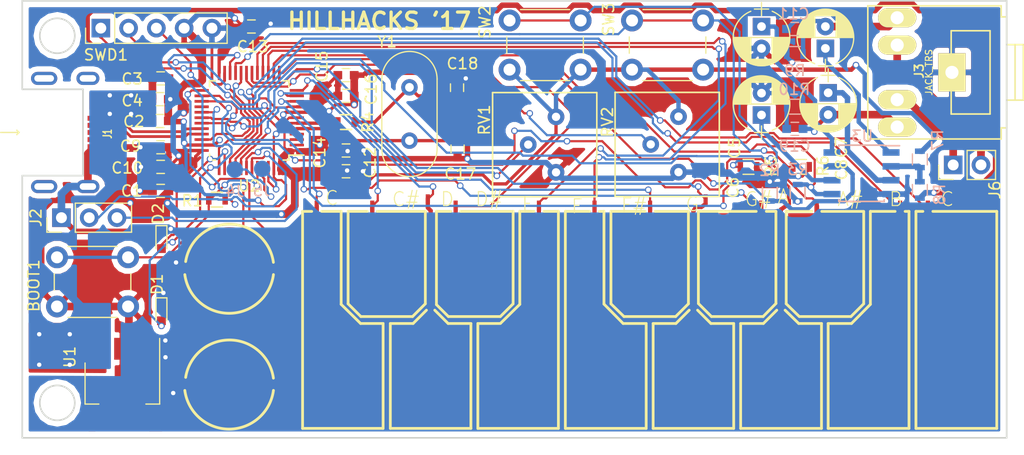
<source format=kicad_pcb>
(kicad_pcb (version 4) (host pcbnew 4.0.6-e0-6349~53~ubuntu16.04.1)
  (layers (0 F.Cu signal) (31 B.Cu signal) (34 B.Paste user) (35 F.Paste user) (36 B.SilkS user) (37 F.SilkS user) (38 B.Mask user) (39 F.Mask user) (44 Edge.Cuts user))
  (net 0 "")
  (net 1 GND)
  (net 2 /VBUS)
  (net 3 /SWDIO)
  (net 4 /SWCLK)
  (net 5 /NRST)
  (net 6 /BOOT0)
  (net 7 /A)
  (net 8 /A#)
  (net 9 /B)
  (net 10 /C)
  (net 11 /C#)
  (net 12 /C+)
  (net 13 /D)
  (net 14 /D#)
  (net 15 /E)
  (net 16 /F)
  (net 17 /F#)
  (net 18 /G)
  (net 19 /G#)
  (net 20 /TB1)
  (net 21 /TB2)
  (net 22 "Net-(C8-Pad1)")
  (net 23 "Net-(C7-Pad1)")
  (net 24 /OSC_IN)
  (net 25 /OSC_OUT)
  (net 26 /DAC_C1)
  (net 27 /DAC_C2)
  (net 28 "Net-(C5-Pad1)")
  (net 29 "Net-(C6-Pad1)")
  (net 30 "Net-(C18-Pad1)")
  (net 31 /USB_D_P)
  (net 32 /USB_D_N)
  (net 33 VDD)
  (net 34 /PB1)
  (net 35 /PB2)
  (net 36 /PT1)
  (net 37 /PT2)
  (net 38 /OUT1)
  (net 39 /OUT2)
  (net 40 "Net-(C11-Pad2)")
  (net 41 "Net-(C19-Pad2)")
  (net 42 "Net-(D1-Pad2)")
  (net 43 "Net-(D2-Pad2)")
  (net 44 /RX)
  (net 45 /TX)
  (net 46 "Net-(J3-Pad4)")
  (net 47 "Net-(J3-Pad5)")
  (net 48 "Net-(J4-Pad1)")
  (net 49 "Net-(J5-Pad1)")
  (net 50 /AMP_VCC)
  (module custom:HDMI_476420001_CONN (layer F.Cu) (at 71.52 62.05 270)
    (fp_text reference J1 (at 0.127 -1.27 270) (layer F.SilkS) (effects (font (size 0.762 0.508) (thickness 0.127))))
    (fp_text value USB_OTG hide)
    (pad 7 thru_hole oval (at 4.95 4.52 270) (size 1.2 2.4) (drill oval 0.6 1.8) (layers *.Cu *.Mask))
    (pad 8 thru_hole oval (at -4.95 4.52 270) (size 1.2 2.4) (drill oval 0.6 1.8) (layers *.Cu *.Mask))
    (pad 9 thru_hole oval (at -4.95 0.52 270) (size 1.2 2.1) (drill oval 0.6 1.5) (layers *.Cu *.Mask))
    (pad 6 thru_hole oval (at 4.95 0.52 270) (size 1.2 2.1) (drill oval 0.6 1.5) (layers *.Cu *.Mask) (net 1 GND))
    (pad 5 smd rect (at 1.3 0 270) (size 0.45 1.1) (layers F.Cu F.Paste F.Mask) (net 1 GND))
    (pad 4 smd rect (at 0.65 0 270) (size 0.45 1.1) (layers F.Cu F.Paste F.Mask))
    (pad 3 smd rect (at 0 0 270) (size 0.45 1.1) (layers F.Cu F.Paste F.Mask) (net 31 /USB_D_P))
    (pad 2 smd rect (at -0.65 0 270) (size 0.45 1.1) (layers F.Cu F.Paste F.Mask) (net 32 /USB_D_N))
    (pad 1 smd rect (at -1.3 0 270) (size 0.45 1.1) (layers F.Cu F.Paste F.Mask) (net 2 /VBUS))
  )
  (module custom:Tayda_3.5mm_stereo_TRS_jack_A-853 (layer F.Cu) (at 148.404 56.55 270)
    (fp_text reference J3 (at -0.1239 1.4015 270) (layer F.SilkS) (effects (font (size 0.8 0.8))))
    (fp_text value JACK_TRS (at 0 0.508 270) (layer F.SilkS) (effects (font (size 0.6 0.6) (thickness 0.1))))
    (pad 1 thru_hole rect (at 0 -1.596 270) (size 3.5 2.5) (drill 1.2) (layers *.Cu *.Mask F.SilkS) (net 1 GND))
    (pad 2 thru_hole oval (at 5 3.41 270) (size 1.75 3.5) (drill 1.2) (layers *.Cu *.Mask F.SilkS) (net 39 /OUT2))
    (pad 3 thru_hole oval (at -5 3.41 270) (size 1.75 3.5) (drill 1.2) (layers *.Cu *.Mask F.SilkS) (net 38 /OUT1))
    (pad 4 thru_hole oval (at 2.5 3.41 270) (size 1.75 3.5) (drill 1.2) (layers *.Cu *.Mask F.SilkS) (net 46 "Net-(J3-Pad4)"))
    (pad 5 thru_hole oval (at -2.5 3.41 270) (size 1.75 3.5) (drill 1.2) (layers *.Cu *.Mask F.SilkS) (net 47 "Net-(J3-Pad5)"))
  )
  (module TO_SOT_Packages_SMD:SOT-223 (layer F.Cu) (at 74.15 85 270)
    (fp_text reference U1 (at -2.4 4.8 270) (layer F.SilkS))
    (fp_text value LM1117-3.3)
    (pad 4 smd rect (at 3.15 0 270) (size 2 3.8) (layers F.Cu F.Paste F.Mask) (net 33 VDD))
    (pad 2 smd rect (at -3.15 0 270) (size 2 1.5) (layers F.Cu F.Paste F.Mask) (net 33 VDD))
    (pad 3 smd rect (at -3.15 2.3 270) (size 2 1.5) (layers F.Cu F.Paste F.Mask) (net 2 /VBUS))
    (pad 1 smd rect (at -3.15 -2.3 270) (size 2 1.5) (layers F.Cu F.Paste F.Mask) (net 1 GND))
  )
  (module Housings_QFP:LQFP-48_7x7mm_Pitch0.5mm (layer F.Cu) (at 85.75 60.95 180)
    (fp_text reference U2 (at 0 -6 180) (layer F.SilkS))
    (fp_text value STM32F072CBTx)
    (pad 1 smd rect (at -4.35 -2.75 180) (size 1.3 0.25) (layers F.Cu F.Paste F.Mask) (net 33 VDD))
    (pad 2 smd rect (at -4.35 -2.25 180) (size 1.3 0.25) (layers F.Cu F.Paste F.Mask))
    (pad 3 smd rect (at -4.35 -1.75 180) (size 1.3 0.25) (layers F.Cu F.Paste F.Mask))
    (pad 4 smd rect (at -4.35 -1.25 180) (size 1.3 0.25) (layers F.Cu F.Paste F.Mask))
    (pad 5 smd rect (at -4.35 -0.75 180) (size 1.3 0.25) (layers F.Cu F.Paste F.Mask) (net 24 /OSC_IN))
    (pad 6 smd rect (at -4.35 -0.25 180) (size 1.3 0.25) (layers F.Cu F.Paste F.Mask) (net 25 /OSC_OUT))
    (pad 7 smd rect (at -4.35 0.25 180) (size 1.3 0.25) (layers F.Cu F.Paste F.Mask) (net 5 /NRST))
    (pad 8 smd rect (at -4.35 0.75 180) (size 1.3 0.25) (layers F.Cu F.Paste F.Mask) (net 1 GND))
    (pad 9 smd rect (at -4.35 1.25 180) (size 1.3 0.25) (layers F.Cu F.Paste F.Mask) (net 33 VDD))
    (pad 10 smd rect (at -4.35 1.75 180) (size 1.3 0.25) (layers F.Cu F.Paste F.Mask) (net 10 /C))
    (pad 11 smd rect (at -4.35 2.25 180) (size 1.3 0.25) (layers F.Cu F.Paste F.Mask) (net 11 /C#))
    (pad 12 smd rect (at -4.35 2.75 180) (size 1.3 0.25) (layers F.Cu F.Paste F.Mask) (net 13 /D))
    (pad 13 smd rect (at -2.75 4.35 270) (size 1.3 0.25) (layers F.Cu F.Paste F.Mask) (net 14 /D#))
    (pad 14 smd rect (at -2.25 4.35 270) (size 1.3 0.25) (layers F.Cu F.Paste F.Mask) (net 26 /DAC_C1))
    (pad 15 smd rect (at -1.75 4.35 270) (size 1.3 0.25) (layers F.Cu F.Paste F.Mask) (net 27 /DAC_C2))
    (pad 16 smd rect (at -1.25 4.35 270) (size 1.3 0.25) (layers F.Cu F.Paste F.Mask) (net 15 /E))
    (pad 17 smd rect (at -0.75 4.35 270) (size 1.3 0.25) (layers F.Cu F.Paste F.Mask) (net 16 /F))
    (pad 18 smd rect (at -0.25 4.35 270) (size 1.3 0.25) (layers F.Cu F.Paste F.Mask) (net 36 /PT1))
    (pad 19 smd rect (at 0.25 4.35 270) (size 1.3 0.25) (layers F.Cu F.Paste F.Mask) (net 37 /PT2))
    (pad 20 smd rect (at 0.75 4.35 270) (size 1.3 0.25) (layers F.Cu F.Paste F.Mask) (net 8 /A#))
    (pad 21 smd rect (at 1.25 4.35 270) (size 1.3 0.25) (layers F.Cu F.Paste F.Mask) (net 35 /PB2))
    (pad 22 smd rect (at 1.75 4.35 270) (size 1.3 0.25) (layers F.Cu F.Paste F.Mask) (net 20 /TB1))
    (pad 23 smd rect (at 2.25 4.35 270) (size 1.3 0.25) (layers F.Cu F.Paste F.Mask) (net 1 GND))
    (pad 24 smd rect (at 2.75 4.35 270) (size 1.3 0.25) (layers F.Cu F.Paste F.Mask) (net 33 VDD))
    (pad 25 smd rect (at 4.35 2.75 180) (size 1.3 0.25) (layers F.Cu F.Paste F.Mask) (net 21 /TB2))
    (pad 26 smd rect (at 4.35 2.25 180) (size 1.3 0.25) (layers F.Cu F.Paste F.Mask) (net 19 /G#))
    (pad 27 smd rect (at 4.35 1.75 180) (size 1.3 0.25) (layers F.Cu F.Paste F.Mask) (net 7 /A))
    (pad 28 smd rect (at 4.35 1.25 180) (size 1.3 0.25) (layers F.Cu F.Paste F.Mask))
    (pad 29 smd rect (at 4.35 0.75 180) (size 1.3 0.25) (layers F.Cu F.Paste F.Mask) (net 42 "Net-(D1-Pad2)"))
    (pad 30 smd rect (at 4.35 0.25 180) (size 1.3 0.25) (layers F.Cu F.Paste F.Mask) (net 17 /F#))
    (pad 31 smd rect (at 4.35 -0.25 180) (size 1.3 0.25) (layers F.Cu F.Paste F.Mask) (net 18 /G))
    (pad 32 smd rect (at 4.35 -0.75 180) (size 1.3 0.25) (layers F.Cu F.Paste F.Mask) (net 32 /USB_D_N))
    (pad 33 smd rect (at 4.35 -1.25 180) (size 1.3 0.25) (layers F.Cu F.Paste F.Mask) (net 31 /USB_D_P))
    (pad 34 smd rect (at 4.35 -1.75 180) (size 1.3 0.25) (layers F.Cu F.Paste F.Mask) (net 3 /SWDIO))
    (pad 35 smd rect (at 4.35 -2.25 180) (size 1.3 0.25) (layers F.Cu F.Paste F.Mask) (net 1 GND))
    (pad 36 smd rect (at 4.35 -2.75 180) (size 1.3 0.25) (layers F.Cu F.Paste F.Mask) (net 33 VDD))
    (pad 37 smd rect (at 2.75 -4.35 270) (size 1.3 0.25) (layers F.Cu F.Paste F.Mask) (net 4 /SWCLK))
    (pad 38 smd rect (at 2.25 -4.35 270) (size 1.3 0.25) (layers F.Cu F.Paste F.Mask) (net 43 "Net-(D2-Pad2)"))
    (pad 39 smd rect (at 1.75 -4.35 270) (size 1.3 0.25) (layers F.Cu F.Paste F.Mask) (net 9 /B))
    (pad 40 smd rect (at 1.25 -4.35 270) (size 1.3 0.25) (layers F.Cu F.Paste F.Mask) (net 12 /C+))
    (pad 41 smd rect (at 0.75 -4.35 270) (size 1.3 0.25) (layers F.Cu F.Paste F.Mask) (net 34 /PB1))
    (pad 42 smd rect (at 0.25 -4.35 270) (size 1.3 0.25) (layers F.Cu F.Paste F.Mask) (net 45 /TX))
    (pad 43 smd rect (at -0.25 -4.35 270) (size 1.3 0.25) (layers F.Cu F.Paste F.Mask) (net 44 /RX))
    (pad 44 smd rect (at -0.75 -4.35 270) (size 1.3 0.25) (layers F.Cu F.Paste F.Mask) (net 6 /BOOT0))
    (pad 45 smd rect (at -1.25 -4.35 270) (size 1.3 0.25) (layers F.Cu F.Paste F.Mask) (net 48 "Net-(J4-Pad1)"))
    (pad 46 smd rect (at -1.75 -4.35 270) (size 1.3 0.25) (layers F.Cu F.Paste F.Mask) (net 49 "Net-(J5-Pad1)"))
    (pad 47 smd rect (at -2.25 -4.35 270) (size 1.3 0.25) (layers F.Cu F.Paste F.Mask) (net 1 GND))
    (pad 48 smd rect (at -2.75 -4.35 270) (size 1.3 0.25) (layers F.Cu F.Paste F.Mask) (net 33 VDD))
  )
  (module custom:MITCH-PARTS_PCB-KEYBOARD2_kicad_fix (layer F.Cu) (at 122.4 78.95)
    (fp_text reference KB1 hide)
    (fp_text value MITCH-PARTS_PCB-KEYBOARD2)
    (fp_line (start -31.5722 9.9568) (end -24.638 9.9568) (layer F.Cu) (width 0.06604))
    (fp_line (start -24.638 9.9568) (end -24.638 0.7874) (layer F.Cu) (width 0.06604))
    (fp_line (start -31.5722 0.7874) (end -24.638 0.7874) (layer F.Cu) (width 0.06604))
    (fp_line (start -31.5722 9.9568) (end -31.5722 0.7874) (layer F.Cu) (width 0.06604))
    (fp_line (start -31.5722 0.8636) (end -28.4861 0.8636) (layer F.Cu) (width 0.06604))
    (fp_line (start -28.4861 0.8636) (end -28.4861 -9.4742) (layer F.Cu) (width 0.06604))
    (fp_line (start -31.5722 -9.4742) (end -28.4861 -9.4742) (layer F.Cu) (width 0.06604))
    (fp_line (start -31.5722 0.8636) (end -31.5722 -9.4742) (layer F.Cu) (width 0.06604))
    (fp_line (start -27.432 -1.3208) (end -20.77466 -1.3208) (layer F.Cu) (width 0.06604))
    (fp_line (start -20.77466 -1.3208) (end -20.77466 -9.4742) (layer F.Cu) (width 0.06604))
    (fp_line (start -27.432 -9.4742) (end -20.77466 -9.4742) (layer F.Cu) (width 0.06604))
    (fp_line (start -27.432 -1.3208) (end -27.432 -9.4742) (layer F.Cu) (width 0.06604))
    (fp_line (start -19.32432 -1.29286) (end -12.7508 -1.29286) (layer F.Cu) (width 0.06604))
    (fp_line (start -12.7508 -1.29286) (end -12.7508 -9.4742) (layer F.Cu) (width 0.06604))
    (fp_line (start -19.32432 -9.4742) (end -12.7508 -9.4742) (layer F.Cu) (width 0.06604))
    (fp_line (start -19.32432 -1.29286) (end -19.32432 -9.4742) (layer F.Cu) (width 0.06604))
    (fp_line (start -3.3782 -1.3208) (end 3.2766 -1.3208) (layer F.Cu) (width 0.06604))
    (fp_line (start 3.2766 -1.3208) (end 3.2766 -9.4742) (layer F.Cu) (width 0.06604))
    (fp_line (start -3.3782 -9.4742) (end 3.2766 -9.4742) (layer F.Cu) (width 0.06604))
    (fp_line (start -3.3782 -1.3208) (end -3.3782 -9.4742) (layer F.Cu) (width 0.06604))
    (fp_line (start 12.6619 -1.3208) (end 19.304 -1.3208) (layer F.Cu) (width 0.06604))
    (fp_line (start 19.304 -1.3208) (end 19.304 -9.4742) (layer F.Cu) (width 0.06604))
    (fp_line (start 12.6619 -9.4742) (end 19.304 -9.4742) (layer F.Cu) (width 0.06604))
    (fp_line (start 12.6619 -1.3208) (end 12.6619 -9.4742) (layer F.Cu) (width 0.06604))
    (fp_line (start 4.6482 -1.3208) (end 11.2522 -1.3208) (layer F.Cu) (width 0.06604))
    (fp_line (start 11.2522 -1.3208) (end 11.2522 -9.4742) (layer F.Cu) (width 0.06604))
    (fp_line (start 4.6482 -9.4742) (end 11.2522 -9.4742) (layer F.Cu) (width 0.06604))
    (fp_line (start 4.6482 -1.3208) (end 4.6482 -9.4742) (layer F.Cu) (width 0.06604))
    (fp_line (start -23.5458 9.9568) (end -16.6116 9.9568) (layer F.Cu) (width 0.06604))
    (fp_line (start -16.6116 9.9568) (end -16.6116 0.7874) (layer F.Cu) (width 0.06604))
    (fp_line (start -23.5458 0.7874) (end -16.6116 0.7874) (layer F.Cu) (width 0.06604))
    (fp_line (start -23.5458 9.9568) (end -23.5458 0.7874) (layer F.Cu) (width 0.06604))
    (fp_line (start -15.5448 9.9568) (end -8.6106 9.9568) (layer F.Cu) (width 0.06604))
    (fp_line (start -8.6106 9.9568) (end -8.6106 0.7874) (layer F.Cu) (width 0.06604))
    (fp_line (start -15.5448 0.7874) (end -8.6106 0.7874) (layer F.Cu) (width 0.06604))
    (fp_line (start -15.5448 9.9568) (end -15.5448 0.7874) (layer F.Cu) (width 0.06604))
    (fp_line (start -11.7094 1.29286) (end -8.6106 1.29286) (layer F.Cu) (width 0.06604))
    (fp_line (start -8.6106 1.29286) (end -8.6106 -9.4742) (layer F.Cu) (width 0.06604))
    (fp_line (start -11.7094 -9.4742) (end -8.6106 -9.4742) (layer F.Cu) (width 0.06604))
    (fp_line (start -11.7094 1.29286) (end -11.7094 -9.4742) (layer F.Cu) (width 0.06604))
    (fp_line (start -7.5438 -0.9398) (end -4.42976 -0.9398) (layer F.Cu) (width 0.06604))
    (fp_line (start -4.42976 -0.9398) (end -4.42976 -9.4742) (layer F.Cu) (width 0.06604))
    (fp_line (start -7.5438 -9.4742) (end -4.42976 -9.4742) (layer F.Cu) (width 0.06604))
    (fp_line (start -7.5438 -0.9398) (end -7.5438 -9.4742) (layer F.Cu) (width 0.06604))
    (fp_line (start -7.5438 9.9568) (end -4.445 9.9568) (layer F.Cu) (width 0.06604))
    (fp_line (start -4.445 9.9568) (end -4.445 -1.016) (layer F.Cu) (width 0.06604))
    (fp_line (start -7.5438 -1.016) (end -4.445 -1.016) (layer F.Cu) (width 0.06604))
    (fp_line (start -7.5438 9.9568) (end -7.5438 -1.016) (layer F.Cu) (width 0.06604))
    (fp_line (start -5.1054 9.9568) (end -0.5588 9.9568) (layer F.Cu) (width 0.06604))
    (fp_line (start -0.5588 9.9568) (end -0.5588 0.7874) (layer F.Cu) (width 0.06604))
    (fp_line (start -5.1054 0.7874) (end -0.5588 0.7874) (layer F.Cu) (width 0.06604))
    (fp_line (start -5.1054 9.9568) (end -5.1054 0.7874) (layer F.Cu) (width 0.06604))
    (fp_line (start 0.4826 9.9568) (end 7.3914 9.9568) (layer F.Cu) (width 0.06604))
    (fp_line (start 7.3914 9.9568) (end 7.3914 0.7874) (layer F.Cu) (width 0.06604))
    (fp_line (start 0.4826 0.7874) (end 7.3914 0.7874) (layer F.Cu) (width 0.06604))
    (fp_line (start 0.4826 9.9568) (end 0.4826 0.7874) (layer F.Cu) (width 0.06604))
    (fp_line (start 8.4582 9.9568) (end 15.4432 9.9568) (layer F.Cu) (width 0.06604))
    (fp_line (start 15.4432 9.9568) (end 15.4432 0.7874) (layer F.Cu) (width 0.06604))
    (fp_line (start 8.4582 0.7874) (end 15.4432 0.7874) (layer F.Cu) (width 0.06604))
    (fp_line (start 8.4582 9.9568) (end 8.4582 0.7874) (layer F.Cu) (width 0.06604))
    (fp_line (start 16.4846 9.9568) (end 23.4696 9.9568) (layer F.Cu) (width 0.06604))
    (fp_line (start 23.4696 9.9568) (end 23.4696 0.7874) (layer F.Cu) (width 0.06604))
    (fp_line (start 16.4846 0.7874) (end 23.4696 0.7874) (layer F.Cu) (width 0.06604))
    (fp_line (start 16.4846 9.9568) (end 16.4846 0.7874) (layer F.Cu) (width 0.06604))
    (fp_line (start 20.3454 1.778) (end 23.4696 1.778) (layer F.Cu) (width 0.06604))
    (fp_line (start 23.4696 1.778) (end 23.4696 -9.4742) (layer F.Cu) (width 0.06604))
    (fp_line (start 20.3454 -9.4742) (end 23.4696 -9.4742) (layer F.Cu) (width 0.06604))
    (fp_line (start 20.3454 1.778) (end 20.3454 -9.4742) (layer F.Cu) (width 0.06604))
    (fp_line (start 24.511 9.9568) (end 31.4706 9.9568) (layer F.Cu) (width 0.06604))
    (fp_line (start 31.4706 9.9568) (end 31.4706 -9.4742) (layer F.Cu) (width 0.06604))
    (fp_line (start 24.511 -9.4742) (end 31.4706 -9.4742) (layer F.Cu) (width 0.06604))
    (fp_line (start 24.511 9.9568) (end 24.511 -9.4742) (layer F.Cu) (width 0.06604))
    (fp_line (start -30.48 -10.16) (end -30.48 -8.89) (layer F.Cu) (width 0.381))
    (fp_line (start -25.4 -10.16) (end -25.4 -8.89) (layer F.Cu) (width 0.381))
    (fp_line (start -17.78 -10.16) (end -17.78 -8.89) (layer F.Cu) (width 0.381))
    (fp_line (start -10.16 -10.16) (end -10.16 -8.89) (layer F.Cu) (width 0.381))
    (fp_line (start -5.08 -10.16) (end -5.08 -8.89) (layer F.Cu) (width 0.381))
    (fp_line (start 0 -10.16) (end 0 -8.89) (layer F.Cu) (width 0.381))
    (fp_line (start 10.16 -10.16) (end 10.16 -8.89) (layer F.Cu) (width 0.381))
    (fp_line (start 15.24 -10.16) (end 15.24 -8.89) (layer F.Cu) (width 0.381))
    (fp_line (start 22.86 -10.16) (end 22.86 -8.89) (layer F.Cu) (width 0.381))
    (fp_line (start 25.4 -10.16) (end 25.4 -8.89) (layer F.Cu) (width 0.381))
    (fp_line (start -20.066 -0.5334) (end -20.066 -9.7536) (layer F.Cu) (width 0.381))
    (fp_line (start -20.066 -9.7536) (end -20.32 -10.0076) (layer F.Cu) (width 0.381))
    (fp_line (start -20.32 -10.0076) (end -20.32 -10.8712) (layer F.Cu) (width 0.381))
    (fp_line (start 3.9624 -0.508) (end 3.9624 -9.7028) (layer F.Cu) (width 0.381))
    (fp_line (start 3.9624 -9.7028) (end 4.191 -10.0838) (layer F.Cu) (width 0.381))
    (fp_line (start 4.191 -10.0838) (end 4.699 -10.0838) (layer F.Cu) (width 0.381))
    (fp_line (start 4.699 -10.0838) (end 5.08 -10.36066) (layer F.Cu) (width 0.381))
    (fp_line (start 11.9634 -0.4826) (end 11.9634 -9.8552) (layer F.Cu) (width 0.381))
    (fp_line (start 11.9634 -9.8552) (end 12.7 -10.36066) (layer F.Cu) (width 0.381))
    (fp_line (start 15.24 -10.16) (end 15.24 -8.89) (layer F.Cu) (width 0.4318))
    (fp_line (start 25.4 -10.16) (end 25.4 -8.89) (layer F.Cu) (width 0.4318))
    (fp_line (start -26.543 0.889) (end -28.575 -1.143) (layer F.Cu) (width 0.127))
    (fp_line (start -28.575 -1.143) (end -28.575 0.889) (layer F.Cu) (width 0.127))
    (fp_line (start -28.575 0.889) (end -26.543 0.889) (layer F.Cu) (width 0.127))
    (fp_line (start -27.3558 -1.4986) (end -27.36596 -1.3462) (layer F.Cu) (width 0.127))
    (fp_line (start -27.36596 -1.3462) (end -26.3398 -0.3302) (layer F.Cu) (width 0.127))
    (fp_line (start -26.3398 -0.3302) (end -21.8186 -0.3302) (layer F.Cu) (width 0.127))
    (fp_line (start -21.8186 -0.3302) (end -20.828 -1.3208) (layer F.Cu) (width 0.127))
    (fp_line (start -20.828 -1.3208) (end -20.828 -1.4986) (layer F.Cu) (width 0.127))
    (fp_line (start -20.828 -1.4986) (end -27.3558 -1.4986) (layer F.Cu) (width 0.127))
    (fp_line (start -21.5646 0.8382) (end -20.2692 -0.4572) (layer F.Cu) (width 0.127))
    (fp_line (start -19.8628 -0.4572) (end -18.542 0.8636) (layer F.Cu) (width 0.127))
    (fp_line (start -19.31416 -1.3462) (end -18.3261 -0.3556) (layer F.Cu) (width 0.127))
    (fp_line (start -13.7795 -0.3556) (end -12.7762 -1.3462) (layer F.Cu) (width 0.127))
    (fp_line (start -13.6144 0.8636) (end -11.6332 -1.1176) (layer F.Cu) (width 0.127))
    (fp_line (start -2.54 0.8636) (end -4.4958 -1.08966) (layer F.Cu) (width 0.127))
    (fp_line (start -3.3401 -1.3462) (end -2.286 -0.3048) (layer F.Cu) (width 0.127))
    (fp_line (start -2.286 -0.3048) (end 2.18186 -0.3048) (layer F.Cu) (width 0.127))
    (fp_line (start 2.18186 -0.3048) (end 3.2512 -1.3716) (layer F.Cu) (width 0.127))
    (fp_line (start 2.4384 0.8636) (end 3.7338 -0.4318) (layer F.Cu) (width 0.127))
    (fp_line (start 4.191 -0.4318) (end 5.4864 0.8636) (layer F.Cu) (width 0.127))
    (fp_line (start 4.6736 -1.3716) (end 5.7404 -0.3048) (layer F.Cu) (width 0.127))
    (fp_line (start 5.7404 -0.3048) (end 10.16 -0.3048) (layer F.Cu) (width 0.127))
    (fp_line (start 10.16 -0.3048) (end 11.2268 -1.3716) (layer F.Cu) (width 0.127))
    (fp_line (start 12.6873 -1.3716) (end 13.7668 -0.3048) (layer F.Cu) (width 0.127))
    (fp_line (start 13.7668 -0.3048) (end 18.2118 -0.3048) (layer F.Cu) (width 0.127))
    (fp_line (start 18.2118 -0.3048) (end 19.2786 -1.3716) (layer F.Cu) (width 0.127))
    (fp_line (start 18.5166 0.8636) (end 20.3962 -1.016) (layer F.Cu) (width 0.127))
    (fp_text user C# (at -22.352 -10.795) (layer F.SilkS) (effects (font (size 1.27 1.27) (thickness 0.1016))))
    (fp_text user D (at -18.542 -10.795) (layer F.SilkS) (effects (font (size 1.27 1.27) (thickness 0.1016))))
    (fp_text user D# (at -14.732 -10.795) (layer F.SilkS) (effects (font (size 1.27 1.27) (thickness 0.1016))))
    (fp_text user E (at -11.1734 -10.3319) (layer F.SilkS) (effects (font (size 1.27 1.27) (thickness 0.1016))))
    (fp_text user F (at -6.6776 -10.1414) (layer F.SilkS) (effects (font (size 1.27 1.27) (thickness 0.1016))))
    (fp_text user F# (at -1.496 -10.2303) (layer F.SilkS) (effects (font (size 1.27 1.27) (thickness 0.1016))))
    (fp_text user G (at 3.8634 -10.3319) (layer F.SilkS) (effects (font (size 1.27 1.27) (thickness 0.1016))))
    (fp_text user G# (at 9.906 -10.795) (layer F.SilkS) (effects (font (size 1.27 1.27) (thickness 0.1016))))
    (fp_text user A (at 12.192 -11.049) (layer F.SilkS) (effects (font (size 1.27 1.27) (thickness 0.1016))))
    (fp_text user A# (at 18.288 -10.795) (layer F.SilkS) (effects (font (size 1.27 1.27) (thickness 0.1016))))
    (fp_text user B (at 22.479 -10.795) (layer F.SilkS) (effects (font (size 1.27 1.27) (thickness 0.1016))))
    (fp_text user C (at 27.178 -10.795) (layer F.SilkS) (effects (font (size 1.27 1.27) (thickness 0.1016))))
    (fp_text user C (at -29.1 -10.9) (layer F.SilkS) (effects (font (size 1.27 1.27) (thickness 0.1016))))
    (pad A smd rect (at 12.69746 -10.79246 180) (size 0.381 0.889) (layers F.Cu F.Paste F.Mask) (net 7 /A))
    (pad A# smd rect (at 15.23746 -10.15746 180) (size 0.381 1.016) (layers F.Cu F.Paste F.Mask) (net 8 /A#))
    (pad B smd rect (at 22.85746 -10.15746 180) (size 0.381 1.016) (layers F.Cu F.Paste F.Mask) (net 9 /B))
    (pad C smd rect (at -30.48 -10.15746 180) (size 0.381 1.016) (layers F.Cu F.Paste F.Mask) (net 10 /C))
    (pad C# smd rect (at -25.4 -10.15746 180) (size 0.381 1.016) (layers F.Cu F.Paste F.Mask) (net 11 /C#))
    (pad C+ smd rect (at 25.39746 -10.15746 180) (size 0.381 1.016) (layers F.Cu F.Paste F.Mask) (net 12 /C+))
    (pad D smd rect (at -20.32 -10.79246 180) (size 0.381 0.889) (layers F.Cu F.Paste F.Mask) (net 13 /D))
    (pad D# smd rect (at -17.78 -10.15746 180) (size 0.381 1.016) (layers F.Cu F.Paste F.Mask) (net 14 /D#))
    (pad E smd rect (at -10.16 -10.15746 180) (size 0.381 1.016) (layers F.Cu F.Paste F.Mask) (net 15 /E))
    (pad F smd rect (at -5.08 -10.15746 180) (size 0.381 1.016) (layers F.Cu F.Paste F.Mask) (net 16 /F))
    (pad F# smd rect (at 0 -10.15746 180) (size 0.381 1.016) (layers F.Cu F.Paste F.Mask) (net 17 /F#))
    (pad G smd rect (at 5.07746 -10.79246 180) (size 0.381 0.889) (layers F.Cu F.Paste F.Mask) (net 18 /G))
    (pad G# smd rect (at 10.15746 -10.15746 180) (size 0.381 1.016) (layers F.Cu F.Paste F.Mask) (net 19 /G#))
    (pad C smd rect (at -30 -7.9) (size 3.1 3.2) (layers F.Cu F.Paste F.Mask) (net 10 /C))
    (pad C smd rect (at -30 -4.7) (size 3.1 3.2) (layers F.Cu F.Paste F.Mask) (net 10 /C))
    (pad C smd rect (at -30 -1.6) (size 3.1 3.2) (layers F.Cu F.Paste F.Mask) (net 10 /C))
    (pad C smd rect (at -30 0.4) (size 3.1 3.2) (layers F.Cu F.Paste F.Mask) (net 10 /C))
    (pad C smd rect (at -28.1 5.4) (size 7 9.2) (layers F.Cu F.Paste F.Mask) (net 10 /C))
    (pad C smd rect (at -28.7 0.8 45) (size 3.1 3.2) (layers F.Cu F.Paste F.Mask) (net 10 /C))
    (pad D smd rect (at -20.05 5.35) (size 7 9.2) (layers F.Cu F.Paste F.Mask) (net 13 /D))
    (pad E smd rect (at -12.1 5.4) (size 7 9.2) (layers F.Cu F.Paste F.Mask) (net 15 /E))
    (pad F smd rect (at -4 5.4) (size 7 9.2) (layers F.Cu F.Paste F.Mask) (net 16 /F))
    (pad G smd rect (at 4 5.4) (size 7 9.2) (layers F.Cu F.Paste F.Mask) (net 18 /G))
    (pad A smd rect (at 11.95 5.35) (size 7 9.2) (layers F.Cu F.Paste F.Mask) (net 7 /A))
    (pad B smd rect (at 20 5.4) (size 7 9.2) (layers F.Cu F.Paste F.Mask) (net 9 /B))
    (pad C+ smd rect (at 27.95 5.4) (size 7 9.2) (layers F.Cu F.Paste F.Mask) (net 12 /C+))
    (pad C+ smd rect (at 27.95 0.3) (size 7 9.2) (layers F.Cu F.Paste F.Mask) (net 12 /C+))
    (pad C+ smd rect (at 28 -4.9) (size 7 9.2) (layers F.Cu F.Paste F.Mask) (net 12 /C+))
    (pad D smd rect (at -20 1.5 45) (size 3.1 3.2) (layers F.Cu F.Paste F.Mask) (net 13 /D))
    (pad E smd rect (at -11.6 1 45) (size 3.1 3.2) (layers F.Cu F.Paste F.Mask) (net 15 /E))
    (pad C# smd rect (at -24.1 -5.4) (size 6.7 8.2) (layers F.Cu F.Paste F.Mask) (net 11 /C#))
    (pad C# smd rect (at -26.3 -1.3 45) (size 1.4 1.4) (layers F.Cu F.Paste F.Mask) (net 11 /C#))
    (pad C# smd rect (at -21.85 -1.3 45) (size 1.4 1.4) (layers F.Cu F.Paste F.Mask) (net 11 /C#))
    (pad C# smd rect (at -24.75 -1.9) (size 3.1 3.2) (layers F.Cu F.Paste F.Mask) (net 11 /C#))
    (pad C# smd rect (at -23.45 -1.85) (size 3.1 3.2) (layers F.Cu F.Paste F.Mask) (net 11 /C#))
    (pad D# smd rect (at -16.05 -5.4) (size 6.7 8.2) (layers F.Cu F.Paste F.Mask) (net 14 /D#))
    (pad D# smd rect (at -16.75 -1.9) (size 3.1 3.2) (layers F.Cu F.Paste F.Mask) (net 14 /D#))
    (pad D# smd rect (at -15.3 -1.9) (size 3.1 3.2) (layers F.Cu F.Paste F.Mask) (net 14 /D#))
    (pad D# smd rect (at -18.25 -1.25 45) (size 1.4 1.4) (layers F.Cu F.Paste F.Mask) (net 14 /D#))
    (pad D# smd rect (at -13.75 -1.3 45) (size 1.4 1.4) (layers F.Cu F.Paste F.Mask) (net 14 /D#))
    (pad E smd rect (at -10.15 -7.85) (size 3.1 3.2) (layers F.Cu F.Paste F.Mask) (net 15 /E))
    (pad E smd rect (at -10.15 -4.7) (size 3.1 3.2) (layers F.Cu F.Paste F.Mask) (net 15 /E))
    (pad E smd rect (at -10.15 -1.8) (size 3.1 3.2) (layers F.Cu F.Paste F.Mask) (net 15 /E))
    (pad E smd rect (at -10.15 -0.55) (size 3.1 3.2) (layers F.Cu F.Paste F.Mask) (net 15 /E))
    (pad F smd rect (at -6 -7.85) (size 3.1 3.2) (layers F.Cu F.Paste F.Mask) (net 16 /F))
    (pad F smd rect (at -6 -4.75) (size 3.1 3.2) (layers F.Cu F.Paste F.Mask) (net 16 /F))
    (pad F smd rect (at -6 -1.7) (size 3.1 3.2) (layers F.Cu F.Paste F.Mask) (net 16 /F))
    (pad F smd rect (at -5.95 -0.05) (size 3.1 3.2) (layers F.Cu F.Paste F.Mask) (net 16 /F))
    (pad F smd rect (at -4.55 1 45) (size 3.1 3.2) (layers F.Cu F.Paste F.Mask) (net 16 /F))
    (pad F# smd rect (at -0.05 -5.4) (size 6.7 8.2) (layers F.Cu F.Paste F.Mask) (net 17 /F#))
    (pad F# smd rect (at -0.75 -1.9) (size 3.1 3.2) (layers F.Cu F.Paste F.Mask) (net 17 /F#))
    (pad F# smd rect (at 0.65 -1.9) (size 3.1 3.2) (layers F.Cu F.Paste F.Mask) (net 17 /F#))
    (pad F# smd rect (at -2.3 -1.3 45) (size 1.4 1.4) (layers F.Cu F.Paste F.Mask) (net 17 /F#))
    (pad F# smd rect (at 2.25 -1.35 45) (size 1.4 1.4) (layers F.Cu F.Paste F.Mask) (net 17 /F#))
    (pad G smd rect (at 4 1.5 45) (size 3.1 3.2) (layers F.Cu F.Paste F.Mask) (net 18 /G))
    (pad G# smd rect (at 7.95 -5.4) (size 6.7 8.2) (layers F.Cu F.Paste F.Mask) (net 19 /G#))
    (pad G# smd rect (at 7.25 -1.9) (size 3.1 3.2) (layers F.Cu F.Paste F.Mask) (net 19 /G#))
    (pad G# smd rect (at 8.65 -1.9) (size 3.1 3.2) (layers F.Cu F.Paste F.Mask) (net 19 /G#))
    (pad G# smd rect (at 5.7 -1.3 45) (size 1.4 1.4) (layers F.Cu F.Paste F.Mask) (net 19 /G#))
    (pad G# smd rect (at 10.2 -1.3 45) (size 1.4 1.4) (layers F.Cu F.Paste F.Mask) (net 19 /G#))
    (pad A smd rect (at 12 1.5 45) (size 3.1 3.2) (layers F.Cu F.Paste F.Mask) (net 7 /A))
    (pad B smd rect (at 21.9 -0.75) (size 3.1 3.2) (layers F.Cu F.Paste F.Mask) (net 9 /B))
    (pad B smd rect (at 20.6 1.05 45) (size 3.1 3.2) (layers F.Cu F.Paste F.Mask) (net 9 /B))
    (pad B smd rect (at 21.9 -3.75) (size 3.1 3.2) (layers F.Cu F.Paste F.Mask) (net 9 /B))
    (pad B smd rect (at 21.9 -7.85) (size 3.1 3.2) (layers F.Cu F.Paste F.Mask) (net 9 /B))
    (pad B smd rect (at 21.9 -6) (size 3.1 3.2) (layers F.Cu F.Paste F.Mask) (net 9 /B))
    (pad A# smd rect (at 16 -5.4) (size 6.7 8.2) (layers F.Cu F.Paste F.Mask) (net 8 /A#))
    (pad A# smd rect (at 13.75 -1.3 45) (size 1.4 1.4) (layers F.Cu F.Paste F.Mask) (net 8 /A#))
    (pad A# smd rect (at 18.2 -1.3 45) (size 1.4 1.4) (layers F.Cu F.Paste F.Mask) (net 8 /A#))
    (pad A# smd rect (at 15.3 -1.9) (size 3.1 3.2) (layers F.Cu F.Paste F.Mask) (net 8 /A#))
    (pad A# smd rect (at 16.65 -1.9) (size 3.1 3.2) (layers F.Cu F.Paste F.Mask) (net 8 /A#))
  )
  (module custom:MITCH-PARTS_PCB-TOUCHPAD2_kicad_fix (layer F.Cu) (at 83.9 74.5 180)
    (fp_text reference TOUCH1 hide)
    (fp_text value MITCH-PARTS_PCB-TOUCHPAD2)
    (fp_line (start -1.9304 0) (end -5.08 0) (layer F.Cu) (width 0.381))
    (fp_line (start 0 0) (end 4.8768 0) (layer F.Cu) (width 0.381))
    (fp_circle (center -0.00508 0) (end -0.14224 0.13716) (layer F.Cu) (width 0.4318))
    (fp_arc (start -0.0127 0.0127) (end 1.7526 0.8382) (angle 309.8) (layer F.Cu) (width 0.8636))
    (fp_arc (start -0.05334 0) (end -3.2766 -0.8636) (angle 330) (layer F.Cu) (width 0.8636))
    (pad 1 smd rect (at -5.08 0 270) (size 0.381 0.889) (layers F.Cu F.Paste F.Mask) (net 20 /TB1))
    (pad 2 smd rect (at 5.07746 0 270) (size 0.381 0.889) (layers F.Cu F.Paste F.Mask) (net 1 GND))
  )
  (module custom:MITCH-PARTS_PCB-TOUCHPAD2_kicad_fix (layer F.Cu) (at 83.9 85.1 180)
    (fp_text reference TOUCH2 hide)
    (fp_text value MITCH-PARTS_PCB-TOUCHPAD2)
    (fp_line (start -1.9304 0) (end -5.08 0) (layer F.Cu) (width 0.381))
    (fp_line (start 0 0) (end 4.8768 0) (layer F.Cu) (width 0.381))
    (fp_circle (center -0.00508 0) (end -0.14224 0.13716) (layer F.Cu) (width 0.4318))
    (fp_arc (start -0.0127 0.0127) (end 1.7526 0.8382) (angle 309.8) (layer F.Cu) (width 0.8636))
    (fp_arc (start -0.05334 0) (end -3.2766 -0.8636) (angle 330) (layer F.Cu) (width 0.8636))
    (pad 1 smd rect (at -5.08 0 270) (size 0.381 0.889) (layers F.Cu F.Paste F.Mask) (net 21 /TB2))
    (pad 2 smd rect (at 5.07746 0 270) (size 0.381 0.889) (layers F.Cu F.Paste F.Mask) (net 1 GND))
  )
  (module Capacitors_SMD:C_0603 (layer F.Cu) (at 77.65 67.4 180)
    (fp_text reference C1 (at 2.65 0 180) (layer F.SilkS))
    (fp_text value 1uF)
    (pad 1 smd rect (at -0.75 0 180) (size 0.8 0.75) (layers F.Cu F.Paste F.Mask) (net 33 VDD))
    (pad 2 smd rect (at 0.75 0 180) (size 0.8 0.75) (layers F.Cu F.Paste F.Mask) (net 1 GND))
  )
  (module Capacitors_SMD:C_0603 (layer F.Cu) (at 77.6 61 180)
    (fp_text reference C2 (at 2.4 -0.05 180) (layer F.SilkS))
    (fp_text value 1uF)
    (pad 1 smd rect (at -0.75 0 180) (size 0.8 0.75) (layers F.Cu F.Paste F.Mask) (net 1 GND))
    (pad 2 smd rect (at 0.75 0 180) (size 0.8 0.75) (layers F.Cu F.Paste F.Mask) (net 2 /VBUS))
  )
  (module Capacitors_SMD:C_0603 (layer F.Cu) (at 77.65 57.1 180)
    (fp_text reference C3 (at 2.6 -0.05 180) (layer F.SilkS))
    (fp_text value 100nF)
    (pad 1 smd rect (at -0.75 0 180) (size 0.8 0.75) (layers F.Cu F.Paste F.Mask) (net 1 GND))
    (pad 2 smd rect (at 0.75 0 180) (size 0.8 0.75) (layers F.Cu F.Paste F.Mask) (net 2 /VBUS))
  )
  (module Capacitors_SMD:C_0603 (layer F.Cu) (at 77.6 59 180)
    (fp_text reference C4 (at 2.55 -0.15 180) (layer F.SilkS))
    (fp_text value 10nF)
    (pad 1 smd rect (at -0.75 0 180) (size 0.8 0.75) (layers F.Cu F.Paste F.Mask) (net 1 GND))
    (pad 2 smd rect (at 0.75 0 180) (size 0.8 0.75) (layers F.Cu F.Paste F.Mask) (net 2 /VBUS))
  )
  (module Capacitors_SMD:C_0603 (layer F.Cu) (at 77.65 63.4 180)
    (fp_text reference C9 (at 2.75 0.1 180) (layer F.SilkS))
    (fp_text value 100nF)
    (pad 1 smd rect (at -0.75 0 180) (size 0.8 0.75) (layers F.Cu F.Paste F.Mask) (net 33 VDD))
    (pad 2 smd rect (at 0.75 0 180) (size 0.8 0.75) (layers F.Cu F.Paste F.Mask) (net 1 GND))
  )
  (module Capacitors_SMD:C_0603 (layer F.Cu) (at 77.65 65.2 180)
    (fp_text reference C10 (at 3.05 -0.1 360) (layer F.SilkS))
    (fp_text value 4.7uF)
    (pad 1 smd rect (at -0.75 0 180) (size 0.8 0.75) (layers F.Cu F.Paste F.Mask) (net 33 VDD))
    (pad 2 smd rect (at 0.75 0 180) (size 0.8 0.75) (layers F.Cu F.Paste F.Mask) (net 1 GND))
  )
  (module Capacitors_SMD:C_0603 (layer F.Cu) (at 94.6 65.6)
    (fp_text reference C12 (at 2.2 -0.8 90) (layer F.SilkS))
    (fp_text value 100nF)
    (pad 1 smd rect (at -0.75 0) (size 0.8 0.75) (layers F.Cu F.Paste F.Mask) (net 33 VDD))
    (pad 2 smd rect (at 0.75 0) (size 0.8 0.75) (layers F.Cu F.Paste F.Mask) (net 1 GND))
  )
  (module Capacitors_SMD:C_0603 (layer F.Cu) (at 85.95 52.35)
    (fp_text reference C13 (at 0.1179 1.8409) (layer F.SilkS))
    (fp_text value 100nF)
    (pad 1 smd rect (at -0.75 0) (size 0.8 0.75) (layers F.Cu F.Paste F.Mask) (net 33 VDD))
    (pad 2 smd rect (at 0.75 0) (size 0.8 0.75) (layers F.Cu F.Paste F.Mask) (net 1 GND))
  )
  (module Capacitors_SMD:C_0603 (layer F.Cu) (at 94.6 63.7)
    (fp_text reference C14 (at -2.4 0.2 90) (layer F.SilkS))
    (fp_text value 4.7uF)
    (pad 1 smd rect (at -0.75 0) (size 0.8 0.75) (layers F.Cu F.Paste F.Mask) (net 33 VDD))
    (pad 2 smd rect (at 0.75 0) (size 0.8 0.75) (layers F.Cu F.Paste F.Mask) (net 1 GND))
  )
  (module Capacitors_SMD:C_0603 (layer F.Cu) (at 94.6 56.8)
    (fp_text reference C15 (at -2.2 -0.8 90) (layer F.SilkS))
    (fp_text value 1uF)
    (pad 1 smd rect (at -0.75 0) (size 0.8 0.75) (layers F.Cu F.Paste F.Mask) (net 33 VDD))
    (pad 2 smd rect (at 0.75 0) (size 0.8 0.75) (layers F.Cu F.Paste F.Mask) (net 1 GND))
  )
  (module Capacitors_SMD:C_0603 (layer F.Cu) (at 94.6 58.7)
    (fp_text reference C16 (at 2.3 -0.6 90) (layer F.SilkS))
    (fp_text value 10nF)
    (pad 1 smd rect (at -0.75 0) (size 0.8 0.75) (layers F.Cu F.Paste F.Mask) (net 33 VDD))
    (pad 2 smd rect (at 0.75 0) (size 0.8 0.75) (layers F.Cu F.Paste F.Mask) (net 1 GND))
  )
  (module Resistors_SMD:R_0603 (layer F.Cu) (at 82.8 68.2)
    (fp_text reference R1 (at -2.25 0.1) (layer F.SilkS))
    (fp_text value 10k)
    (pad 1 smd rect (at -0.75 0) (size 0.5 0.9) (layers F.Cu F.Paste F.Mask) (net 6 /BOOT0))
    (pad 2 smd rect (at 0.75 0) (size 0.5 0.9) (layers F.Cu F.Paste F.Mask) (net 1 GND))
  )
  (module Resistors_SMD:R_0603 (layer B.Cu) (at 133.35 67.576 90)
    (fp_text reference R2 (at 2.0567 -0.0127 180) (layer B.SilkS) (effects (justify mirror)))
    (fp_text value 10k)
    (pad 1 smd rect (at -0.75 0 90) (size 0.5 0.9) (layers B.Cu B.Paste B.Mask) (net 26 /DAC_C1))
    (pad 2 smd rect (at 0.75 0 90) (size 0.5 0.9) (layers B.Cu B.Paste B.Mask) (net 1 GND))
  )
  (module Resistors_SMD:R_0603 (layer B.Cu) (at 135.89 67.564 270)
    (fp_text reference R3 (at -2.1209 -0.0381 360) (layer B.SilkS) (effects (justify mirror)))
    (fp_text value 10k)
    (pad 1 smd rect (at -0.75 0 270) (size 0.5 0.9) (layers B.Cu B.Paste B.Mask) (net 27 /DAC_C2))
    (pad 2 smd rect (at 0.75 0 270) (size 0.5 0.9) (layers B.Cu B.Paste B.Mask) (net 1 GND))
  )
  (module Capacitors_SMD:C_0603 (layer F.Cu) (at 104.8 63.55 270)
    (fp_text reference C17 (at 2.3 -0.25 360) (layer F.SilkS))
    (fp_text value 27pF)
    (pad 1 smd rect (at -0.75 0 270) (size 0.8 0.75) (layers F.Cu F.Paste F.Mask) (net 24 /OSC_IN))
    (pad 2 smd rect (at 0.75 0 270) (size 0.8 0.75) (layers F.Cu F.Paste F.Mask) (net 1 GND))
  )
  (module Capacitors_SMD:C_0603 (layer F.Cu) (at 104.75 57.95 90)
    (fp_text reference C18 (at 2.2 0.5 180) (layer F.SilkS))
    (fp_text value 27pF)
    (pad 1 smd rect (at -0.75 0 90) (size 0.8 0.75) (layers F.Cu F.Paste F.Mask) (net 30 "Net-(C18-Pad1)"))
    (pad 2 smd rect (at 0.75 0 90) (size 0.8 0.75) (layers F.Cu F.Paste F.Mask) (net 1 GND))
  )
  (module Resistors_SMD:R_0603 (layer F.Cu) (at 94.6 61.1)
    (fp_text reference R4 (at 2 0 90) (layer F.SilkS))
    (fp_text value 220E)
    (pad 1 smd rect (at -0.75 0) (size 0.5 0.9) (layers F.Cu F.Paste F.Mask) (net 25 /OSC_OUT))
    (pad 2 smd rect (at 0.75 0) (size 0.5 0.9) (layers F.Cu F.Paste F.Mask) (net 30 "Net-(C18-Pad1)"))
  )
  (module Crystals:Crystal_HC49-4H_Vertical (layer F.Cu) (at 100.4 62.8 90)
    (fp_text reference Y1 (at 9.05 -2.05 180) (layer F.SilkS))
    (fp_text value 16MHz)
    (pad 1 thru_hole circle (at 0 0 90) (size 1.5 1.5) (drill 0.8) (layers *.Cu *.Mask) (net 24 /OSC_IN))
    (pad 2 thru_hole circle (at 4.88 0 90) (size 1.5 1.5) (drill 0.8) (layers *.Cu *.Mask) (net 30 "Net-(C18-Pad1)"))
  )
  (module Resistors_SMD:R_0603 (layer F.Cu) (at 131.4 65.2)
    (fp_text reference R5 (at 2.0643 -0.0617 270) (layer F.SilkS))
    (fp_text value 10k)
    (pad 1 smd rect (at -0.75 0) (size 0.5 0.9) (layers F.Cu F.Paste F.Mask) (net 34 /PB1))
    (pad 2 smd rect (at 0.75 0) (size 0.5 0.9) (layers F.Cu F.Paste F.Mask) (net 1 GND))
  )
  (module Resistors_SMD:R_0603 (layer F.Cu) (at 136.2 65.2)
    (fp_text reference R6 (at 2 -0.1 90) (layer F.SilkS))
    (fp_text value 10k)
    (pad 1 smd rect (at -0.75 0) (size 0.5 0.9) (layers F.Cu F.Paste F.Mask) (net 35 /PB2))
    (pad 2 smd rect (at 0.75 0) (size 0.5 0.9) (layers F.Cu F.Paste F.Mask) (net 1 GND))
  )
  (module custom:3386P-1-T (layer F.Cu) (at 112.75 63.16 270)
    (fp_text reference RV1 (at -2.26 5.5 450) (layer F.SilkS))
    (fp_text value POT)
    (pad 1 thru_hole circle (at -2.54 -1.05 270) (size 1.524 1.524) (drill 0.762) (layers *.Cu *.Mask) (net 33 VDD))
    (pad 3 thru_hole circle (at 2.54 -1.05 270) (size 1.524 1.524) (drill 0.762) (layers *.Cu *.Mask) (net 1 GND))
    (pad 2 thru_hole circle (at 0 1.49 270) (size 1.524 1.524) (drill 0.762) (layers *.Cu *.Mask) (net 36 /PT1))
  )
  (module custom:3386P-1-T (layer F.Cu) (at 123.95 63.14 270)
    (fp_text reference RV2 (at -2.04 5.45 450) (layer F.SilkS))
    (fp_text value POT)
    (pad 1 thru_hole circle (at -2.54 -1.05 270) (size 1.524 1.524) (drill 0.762) (layers *.Cu *.Mask) (net 33 VDD))
    (pad 3 thru_hole circle (at 2.54 -1.05 270) (size 1.524 1.524) (drill 0.762) (layers *.Cu *.Mask) (net 1 GND))
    (pad 2 thru_hole circle (at 0 1.49 270) (size 1.524 1.524) (drill 0.762) (layers *.Cu *.Mask) (net 37 /PT2))
  )
  (module Buttons_Switches_THT:SW_PUSH_6mm (layer F.Cu) (at 109.55 51.8)
    (fp_text reference SW2 (at -2.25 0.15 90) (layer F.SilkS))
    (fp_text value SW_Push)
    (pad 2 thru_hole circle (at 0 4.5 90) (size 2 2) (drill 1.1) (layers *.Cu *.Mask) (net 33 VDD))
    (pad 1 thru_hole circle (at 0 0 90) (size 2 2) (drill 1.1) (layers *.Cu *.Mask) (net 34 /PB1))
    (pad 2 thru_hole circle (at 6.5 4.5 90) (size 2 2) (drill 1.1) (layers *.Cu *.Mask) (net 33 VDD))
    (pad 1 thru_hole circle (at 6.5 0 90) (size 2 2) (drill 1.1) (layers *.Cu *.Mask) (net 34 /PB1))
  )
  (module Buttons_Switches_THT:SW_PUSH_6mm (layer F.Cu) (at 120.75 51.8)
    (fp_text reference SW3 (at -2.15 -0.1 90) (layer F.SilkS))
    (fp_text value SW_Push)
    (pad 2 thru_hole circle (at 0 4.5 90) (size 2 2) (drill 1.1) (layers *.Cu *.Mask) (net 33 VDD))
    (pad 1 thru_hole circle (at 0 0 90) (size 2 2) (drill 1.1) (layers *.Cu *.Mask) (net 35 /PB2))
    (pad 2 thru_hole circle (at 6.5 4.5 90) (size 2 2) (drill 1.1) (layers *.Cu *.Mask) (net 33 VDD))
    (pad 1 thru_hole circle (at 6.5 0 90) (size 2 2) (drill 1.1) (layers *.Cu *.Mask) (net 35 /PB2))
  )
  (module Pin_Headers:Pin_Header_Straight_1x05_Pitch2.54mm (layer F.Cu) (at 72.18 52.5 90)
    (fp_text reference SWD1 (at -2.45 0.47 180) (layer F.SilkS))
    (fp_text value debug)
    (pad 1 thru_hole rect (at 0 0 90) (size 1.7 1.7) (drill 1) (layers *.Cu *.Mask) (net 3 /SWDIO))
    (pad 2 thru_hole oval (at 0 2.54 90) (size 1.7 1.7) (drill 1) (layers *.Cu *.Mask) (net 4 /SWCLK))
    (pad 3 thru_hole oval (at 0 5.08 90) (size 1.7 1.7) (drill 1) (layers *.Cu *.Mask) (net 5 /NRST))
    (pad 4 thru_hole oval (at 0 7.62 90) (size 1.7 1.7) (drill 1) (layers *.Cu *.Mask) (net 33 VDD))
    (pad 5 thru_hole oval (at 0 10.16 90) (size 1.7 1.7) (drill 1) (layers *.Cu *.Mask) (net 1 GND))
  )
  (module Capacitors_SMD:C_0603 (layer B.Cu) (at 135.624 52.578)
    (fp_text reference C11 (at -0.1023 -1.3843) (layer B.SilkS) (effects (justify mirror)))
    (fp_text value 0.1uF)
    (pad 1 smd rect (at -0.75 0) (size 0.8 0.75) (layers B.Cu B.Paste B.Mask) (net 38 /OUT1))
    (pad 2 smd rect (at 0.75 0) (size 0.8 0.75) (layers B.Cu B.Paste B.Mask) (net 40 "Net-(C11-Pad2)"))
  )
  (module Capacitors_SMD:C_0603 (layer B.Cu) (at 135.636 61.722 180)
    (fp_text reference C19 (at 0.0127 -1.5748 180) (layer B.SilkS) (effects (justify mirror)))
    (fp_text value 0.1uF)
    (pad 1 smd rect (at -0.75 0 180) (size 0.8 0.75) (layers B.Cu B.Paste B.Mask) (net 39 /OUT2))
    (pad 2 smd rect (at 0.75 0 180) (size 0.8 0.75) (layers B.Cu B.Paste B.Mask) (net 41 "Net-(C19-Pad2)"))
  )
  (module LEDs:LED_0603 (layer F.Cu) (at 77.724 78.486 270)
    (fp_text reference D1 (at -2.54 0.3937 270) (layer F.SilkS))
    (fp_text value LED)
    (pad 2 smd rect (at 0.8 0 90) (size 0.8 0.8) (layers F.Cu F.Paste F.Mask) (net 42 "Net-(D1-Pad2)"))
    (pad 1 smd rect (at -0.8 0 90) (size 0.8 0.8) (layers F.Cu F.Paste F.Mask) (net 1 GND))
  )
  (module LEDs:LED_0603 (layer F.Cu) (at 77.724 71.882 270)
    (fp_text reference D2 (at -2.3876 0.2921 270) (layer F.SilkS))
    (fp_text value LED)
    (pad 2 smd rect (at 0.8 0 90) (size 0.8 0.8) (layers F.Cu F.Paste F.Mask) (net 43 "Net-(D2-Pad2)"))
    (pad 1 smd rect (at -0.8 0 90) (size 0.8 0.8) (layers F.Cu F.Paste F.Mask) (net 1 GND))
  )
  (module Pin_Headers:Pin_Header_Straight_1x03_Pitch2.54mm (layer F.Cu) (at 68.58 69.85 90)
    (fp_text reference J2 (at 0 -2.33 90) (layer F.SilkS))
    (fp_text value serial)
    (pad 1 thru_hole rect (at 0 0 90) (size 1.7 1.7) (drill 1) (layers *.Cu *.Mask) (net 1 GND))
    (pad 2 thru_hole oval (at 0 2.54 90) (size 1.7 1.7) (drill 1) (layers *.Cu *.Mask) (net 44 /RX))
    (pad 3 thru_hole oval (at 0 5.08 90) (size 1.7 1.7) (drill 1) (layers *.Cu *.Mask) (net 45 /TX))
  )
  (module Pin_Headers:Pin_Header_Straight_1x02_Pitch2.54mm (layer F.Cu) (at 150.114 65.024 90)
    (fp_text reference J6 (at -2.286 3.81 90) (layer F.SilkS))
    (fp_text value out)
    (pad 1 thru_hole rect (at 0 0 90) (size 1.7 1.7) (drill 1) (layers *.Cu *.Mask) (net 46 "Net-(J3-Pad4)"))
    (pad 2 thru_hole oval (at 0 2.54 90) (size 1.7 1.7) (drill 1) (layers *.Cu *.Mask) (net 47 "Net-(J3-Pad5)"))
  )
  (module Resistors_SMD:R_0603 (layer B.Cu) (at 147.066 64.516 90)
    (fp_text reference R7 (at 1.7653 1.6256 90) (layer B.SilkS) (effects (justify mirror)))
    (fp_text value 0E)
    (pad 1 smd rect (at -0.75 0 90) (size 0.5 0.9) (layers B.Cu B.Paste B.Mask) (net 50 /AMP_VCC))
    (pad 2 smd rect (at 0.75 0 90) (size 0.5 0.9) (layers B.Cu B.Paste B.Mask) (net 33 VDD))
  )
  (module Resistors_SMD:R_0603 (layer B.Cu) (at 147.066 67.31 270)
    (fp_text reference R8 (at 0.4191 -1.8034 270) (layer B.SilkS) (effects (justify mirror)))
    (fp_text value NC)
    (pad 1 smd rect (at -0.75 0 270) (size 0.5 0.9) (layers B.Cu B.Paste B.Mask) (net 50 /AMP_VCC))
    (pad 2 smd rect (at 0.75 0 270) (size 0.5 0.9) (layers B.Cu B.Paste B.Mask) (net 2 /VBUS))
  )
  (module Resistors_SMD:R_0603 (layer B.Cu) (at 135.636 54.864 180)
    (fp_text reference R9 (at 0 -1.524 180) (layer B.SilkS) (effects (justify mirror)))
    (fp_text value 4.7)
    (pad 1 smd rect (at -0.75 0 180) (size 0.5 0.9) (layers B.Cu B.Paste B.Mask) (net 40 "Net-(C11-Pad2)"))
    (pad 2 smd rect (at 0.75 0 180) (size 0.5 0.9) (layers B.Cu B.Paste B.Mask) (net 1 GND))
  )
  (module Resistors_SMD:R_0603 (layer B.Cu) (at 135.636 59.69)
    (fp_text reference R10 (at -0.0508 -1.5875) (layer B.SilkS) (effects (justify mirror)))
    (fp_text value 4.7)
    (pad 1 smd rect (at -0.75 0) (size 0.5 0.9) (layers B.Cu B.Paste B.Mask) (net 41 "Net-(C19-Pad2)"))
    (pad 2 smd rect (at 0.75 0) (size 0.5 0.9) (layers B.Cu B.Paste B.Mask) (net 1 GND))
  )
  (module Housings_SOIC:SOIC-8_3.9x4.9mm_Pitch1.27mm (layer B.Cu) (at 141.732 65.786 180)
    (fp_text reference U3 (at -0.0635 3.4036 180) (layer B.SilkS) (effects (justify mirror)))
    (fp_text value TDA2822)
    (pad 1 smd rect (at -2.7 1.905 180) (size 1.55 0.6) (layers B.Cu B.Paste B.Mask) (net 23 "Net-(C7-Pad1)"))
    (pad 2 smd rect (at -2.7 0.635 180) (size 1.55 0.6) (layers B.Cu B.Paste B.Mask) (net 50 /AMP_VCC))
    (pad 3 smd rect (at -2.7 -0.635 180) (size 1.55 0.6) (layers B.Cu B.Paste B.Mask) (net 22 "Net-(C8-Pad1)"))
    (pad 4 smd rect (at -2.7 -1.905 180) (size 1.55 0.6) (layers B.Cu B.Paste B.Mask) (net 1 GND))
    (pad 5 smd rect (at 2.7 -1.905 180) (size 1.55 0.6) (layers B.Cu B.Paste B.Mask) (net 27 /DAC_C2))
    (pad 6 smd rect (at 2.7 -0.635 180) (size 1.55 0.6) (layers B.Cu B.Paste B.Mask) (net 29 "Net-(C6-Pad1)"))
    (pad 7 smd rect (at 2.7 0.635 180) (size 1.55 0.6) (layers B.Cu B.Paste B.Mask) (net 26 /DAC_C1))
    (pad 8 smd rect (at 2.7 1.905 180) (size 1.55 0.6) (layers B.Cu B.Paste B.Mask) (net 28 "Net-(C5-Pad1)"))
  )
  (module Buttons_Switches_THT:SW_PUSH_6mm (layer F.Cu) (at 68.176 73.478)
    (fp_text reference BOOT1 (at -2.1233 2.595 90) (layer F.SilkS))
    (fp_text value SW_Push)
    (pad 2 thru_hole circle (at 0 4.5 90) (size 2 2) (drill 1.1) (layers *.Cu *.Mask) (net 33 VDD))
    (pad 1 thru_hole circle (at 0 0 90) (size 2 2) (drill 1.1) (layers *.Cu *.Mask) (net 6 /BOOT0))
    (pad 2 thru_hole circle (at 6.5 4.5 90) (size 2 2) (drill 1.1) (layers *.Cu *.Mask) (net 33 VDD))
    (pad 1 thru_hole circle (at 6.5 0 90) (size 2 2) (drill 1.1) (layers *.Cu *.Mask) (net 6 /BOOT0))
  )
  (module Capacitors_THT:CP_Radial_D5.0mm_P2.00mm (layer F.Cu) (at 132.588 52.356 270)
    (fp_text reference C5 (at 11.1186 2.4638 270) (layer F.SilkS))
    (fp_text value 100uF)
    (pad 1 thru_hole rect (at 0 0 270) (size 1.6 1.6) (drill 0.8) (layers *.Cu *.Mask) (net 28 "Net-(C5-Pad1)"))
    (pad 2 thru_hole circle (at 2 0 270) (size 1.6 1.6) (drill 0.8) (layers *.Cu *.Mask) (net 1 GND))
  )
  (module Capacitors_THT:CP_Radial_D5.0mm_P2.00mm (layer F.Cu) (at 132.588 60.452 90)
    (fp_text reference C6 (at -6.6421 -2.6035 270) (layer F.SilkS))
    (fp_text value 100uF)
    (pad 1 thru_hole rect (at 0 0 90) (size 1.6 1.6) (drill 0.8) (layers *.Cu *.Mask) (net 29 "Net-(C6-Pad1)"))
    (pad 2 thru_hole circle (at 2 0 90) (size 1.6 1.6) (drill 0.8) (layers *.Cu *.Mask) (net 1 GND))
  )
  (module Capacitors_THT:CP_Radial_D5.0mm_P2.00mm (layer F.Cu) (at 138.43 54.356 90)
    (fp_text reference C7 (at -9.0551 1.4605 90) (layer F.SilkS))
    (fp_text value 470uF)
    (pad 1 thru_hole rect (at 0 0 90) (size 1.6 1.6) (drill 0.8) (layers *.Cu *.Mask) (net 23 "Net-(C7-Pad1)"))
    (pad 2 thru_hole circle (at 2 0 90) (size 1.6 1.6) (drill 0.8) (layers *.Cu *.Mask) (net 38 /OUT1))
  )
  (module Capacitors_THT:CP_Radial_D5.0mm_P2.00mm (layer F.Cu) (at 138.684 58.42 270)
    (fp_text reference C8 (at 7.0358 -1.2192 270) (layer F.SilkS))
    (fp_text value 470uF)
    (pad 1 thru_hole rect (at 0 0 270) (size 1.6 1.6) (drill 0.8) (layers *.Cu *.Mask) (net 22 "Net-(C8-Pad1)"))
    (pad 2 thru_hole circle (at 2 0 270) (size 1.6 1.6) (drill 0.8) (layers *.Cu *.Mask) (net 39 /OUT2))
  )
  (module Measurement_Points:Measurement_Point_Round-SMD-Pad_Small (layer B.Cu) (at 84.4296 65.4431)
    (fp_text reference J4 (at 0 2) (layer B.SilkS) (effects (justify mirror)))
    (fp_text value SCL)
    (pad 1 smd circle (at 0 0) (size 1.5 1.5) (layers B.Cu B.Mask) (net 48 "Net-(J4-Pad1)"))
  )
  (module Measurement_Points:Measurement_Point_Round-SMD-Pad_Small (layer B.Cu) (at 86.9315 65.3796)
    (fp_text reference J5 (at 0 2) (layer B.SilkS) (effects (justify mirror)))
    (fp_text value SDA)
    (pad 1 smd circle (at 0 0) (size 1.5 1.5) (layers B.Cu B.Mask) (net 49 "Net-(J5-Pad1)"))
  )
  (gr_text "HILLHACKS '17" (at 97.65 51.85) (layer F.SilkS) (effects (font (size 1.5 1.5) (thickness 0.3))))
  (gr_circle (center 68.2 86.8) (end 69.8 86.8) (layer Edge.Cuts) (width 0.15))
  (gr_line (start 70.55 58.1) (end 65 58.1) (layer Edge.Cuts) (width 0.15))
  (gr_line (start 70.55 66) (end 70.55 58.1) (layer Edge.Cuts) (width 0.15))
  (gr_line (start 65 66) (end 70.55 66) (layer Edge.Cuts) (width 0.15))
  (gr_circle (center 68.2 53.2) (end 69.8 53.2) (layer Edge.Cuts) (width 0.15))
  (gr_line (start 65 50) (end 65 58.090895) (layer Edge.Cuts) (width 0.15))
  (gr_line (start 155 50) (end 65 50) (layer Edge.Cuts) (width 0.15))
  (gr_line (start 155 60) (end 155 50) (layer Edge.Cuts) (width 0.15))
  (gr_line (start 65 90) (end 65 66.00048) (layer Edge.Cuts) (width 0.15))
  (gr_line (start 155 90) (end 65 90) (layer Edge.Cuts) (width 0.15))
  (gr_line (start 155 60) (end 155 90) (layer Edge.Cuts) (width 0.15))
  (segment (start 68.58 69.85) (end 68.58 67.67) (width 0.7) (layer B.Cu) (net 1))
  (segment (start 68.58 67.67) (end 69.25 67) (width 0.7) (layer B.Cu) (net 1))
  (segment (start 69.25 67) (end 71 67) (width 0.7) (layer B.Cu) (net 1))
  (segment (start 76.9 67.4) (end 75.778275 67.4) (width 0.7) (layer F.Cu) (net 1))
  (via (at 75.75 67.371725) (size 0.6) (drill 0.4) (layers F.Cu B.Cu) (net 1))
  (segment (start 75.778275 67.4) (end 75.75 67.371725) (width 0.7) (layer F.Cu) (net 1))
  (segment (start 68.58 69.85) (end 68.58 69.42) (width 0.7) (layer F.Cu) (net 1))
  (segment (start 88.861391 60.846033) (end 88.861391 60.421769) (width 0.2) (layer B.Cu) (net 1))
  (segment (start 90.1 60.2) (end 89.08316 60.2) (width 0.3) (layer F.Cu) (net 1))
  (segment (start 88.210561 62.185542) (end 88.861391 61.534712) (width 0.2) (layer B.Cu) (net 1))
  (segment (start 88.861391 61.534712) (end 88.861391 60.846033) (width 0.2) (layer B.Cu) (net 1))
  (via (at 88.861391 60.421769) (size 0.6) (drill 0.4) (layers F.Cu B.Cu) (net 1))
  (segment (start 89.08316 60.2) (end 88.861391 60.421769) (width 0.3) (layer F.Cu) (net 1))
  (segment (start 82.34 53.702081) (end 82.34 52.5) (width 0.25) (layer F.Cu) (net 1))
  (segment (start 83.166431 57.641984) (end 82.636982 57.641984) (width 0.25) (layer F.Cu) (net 1))
  (segment (start 83.5 57.308415) (end 83.166431 57.641984) (width 0.25) (layer F.Cu) (net 1))
  (segment (start 82.636982 57.641984) (end 82.34 57.345002) (width 0.25) (layer F.Cu) (net 1))
  (segment (start 83.5 56.6) (end 83.5 57.308415) (width 0.25) (layer F.Cu) (net 1))
  (segment (start 82.34 57.345002) (end 82.34 53.702081) (width 0.25) (layer F.Cu) (net 1))
  (segment (start 82.579008 63.2) (end 82.740865 63.038143) (width 0.3) (layer F.Cu) (net 1))
  (via (at 83.040864 62.738144) (size 0.6) (drill 0.4) (layers F.Cu B.Cu) (net 1))
  (segment (start 82.740865 63.038143) (end 83.040864 62.738144) (width 0.3) (layer F.Cu) (net 1))
  (segment (start 81.4 63.2) (end 82.579008 63.2) (width 0.3) (layer F.Cu) (net 1))
  (segment (start 81.718177 67.748177) (end 83.037302 67.748177) (width 0.3) (layer B.Cu) (net 1))
  (segment (start 84.633784 67.397788) (end 84.538511 67.397788) (width 0.3) (layer B.Cu) (net 1))
  (segment (start 86.565213 68.260403) (end 85.496399 68.260403) (width 0.3) (layer B.Cu) (net 1))
  (segment (start 83.947607 67.7991) (end 84.348919 67.397788) (width 0.3) (layer B.Cu) (net 1))
  (segment (start 83.088225 67.7991) (end 83.947607 67.7991) (width 0.3) (layer B.Cu) (net 1))
  (segment (start 84.021227 68.2) (end 84.152947 68.33172) (width 0.2) (layer F.Cu) (net 1))
  (segment (start 83.037302 67.748177) (end 83.088225 67.7991) (width 0.3) (layer B.Cu) (net 1))
  (segment (start 79.973658 63.601693) (end 79.973658 66.003658) (width 0.3) (layer B.Cu) (net 1))
  (segment (start 79.808219 63.436254) (end 79.973658 63.601693) (width 0.3) (layer B.Cu) (net 1))
  (segment (start 79.808219 63.01199) (end 79.808219 63.436254) (width 0.3) (layer B.Cu) (net 1))
  (segment (start 83.55 68) (end 84.152212 67.397788) (width 0.3) (layer F.Cu) (net 1))
  (segment (start 84.152212 67.397788) (end 84.538511 67.397788) (width 0.3) (layer F.Cu) (net 1))
  (segment (start 84.152947 68.33172) (end 84.452946 68.631719) (width 0.2) (layer F.Cu) (net 1))
  (segment (start 83.55 68.2) (end 83.55 68) (width 0.3) (layer F.Cu) (net 1))
  (segment (start 83.55 68.2) (end 84.021227 68.2) (width 0.2) (layer F.Cu) (net 1))
  (segment (start 85.496399 68.260403) (end 84.633784 67.397788) (width 0.3) (layer B.Cu) (net 1))
  (segment (start 79.973658 66.003658) (end 81.718177 67.748177) (width 0.3) (layer B.Cu) (net 1))
  (via (at 84.538511 67.397788) (size 0.6) (drill 0.4) (layers F.Cu B.Cu) (net 1))
  (segment (start 84.348919 67.397788) (end 84.538511 67.397788) (width 0.3) (layer B.Cu) (net 1))
  (via (at 84.452946 68.631719) (size 0.6) (drill 0.4) (layers F.Cu B.Cu) (net 1))
  (segment (start 68.58 69.85) (end 69.830001 71.100001) (width 0.5) (layer F.Cu) (net 1))
  (segment (start 69.830001 71.100001) (end 77.921324 71.100001) (width 0.5) (layer F.Cu) (net 1))
  (segment (start 77.921324 71.100001) (end 78.145295 70.87603) (width 0.5) (layer F.Cu) (net 1))
  (segment (start 78.145295 70.87603) (end 78.569559 70.87603) (width 0.5) (layer F.Cu) (net 1))
  (segment (start 70.28 67) (end 71 67) (width 0.3) (layer F.Cu) (net 1))
  (segment (start 78.982061 73.949979) (end 79.05782 73.949979) (width 0.2) (layer F.Cu) (net 1))
  (via (at 79.05782 73.949979) (size 0.6) (drill 0.4) (layers F.Cu B.Cu) (net 1))
  (segment (start 78.82254 74.5) (end 78.82254 74.1095) (width 0.2) (layer F.Cu) (net 1))
  (segment (start 79.357819 71.66429) (end 79.357819 73.64998) (width 0.2) (layer B.Cu) (net 1))
  (segment (start 78.569559 70.87603) (end 79.357819 71.66429) (width 0.2) (layer B.Cu) (net 1))
  (segment (start 78.82254 74.1095) (end 78.982061 73.949979) (width 0.2) (layer F.Cu) (net 1))
  (segment (start 79.357819 73.64998) (end 79.05782 73.949979) (width 0.2) (layer B.Cu) (net 1))
  (segment (start 78.363589 71.082) (end 78.569559 70.87603) (width 0.2) (layer F.Cu) (net 1))
  (segment (start 77.724 71.082) (end 78.363589 71.082) (width 0.2) (layer F.Cu) (net 1))
  (via (at 78.569559 70.87603) (size 0.6) (drill 0.4) (layers F.Cu B.Cu) (net 1))
  (segment (start 88.4555 68.7959) (end 87.10071 68.7959) (width 0.2) (layer F.Cu) (net 1))
  (segment (start 87.10071 68.7959) (end 86.565213 68.260403) (width 0.2) (layer F.Cu) (net 1))
  (segment (start 88.990997 68.260403) (end 88.4555 68.7959) (width 0.2) (layer F.Cu) (net 1))
  (segment (start 89.1159 68.1482) (end 89.003697 68.260403) (width 0.2) (layer F.Cu) (net 1))
  (segment (start 89.003697 68.260403) (end 88.990997 68.260403) (width 0.2) (layer F.Cu) (net 1))
  (segment (start 89.1159 66.8274) (end 89.1159 68.1482) (width 0.2) (layer F.Cu) (net 1))
  (segment (start 88.2583 66.4083) (end 88.6968 66.4083) (width 0.2) (layer F.Cu) (net 1))
  (segment (start 88.6968 66.4083) (end 89.1159 66.8274) (width 0.2) (layer F.Cu) (net 1))
  (segment (start 88 65.3) (end 88 66.15) (width 0.2) (layer F.Cu) (net 1))
  (segment (start 88 66.15) (end 88.2583 66.4083) (width 0.2) (layer F.Cu) (net 1))
  (segment (start 133.35 66.548) (end 133.018921 66.216921) (width 0.5) (layer B.Cu) (net 1))
  (segment (start 133.018921 66.216921) (end 130.18359 66.216921) (width 0.5) (layer B.Cu) (net 1))
  (segment (start 130.18359 66.216921) (end 129.646669 65.68) (width 0.5) (layer B.Cu) (net 1))
  (segment (start 129.646669 65.68) (end 125 65.68) (width 0.5) (layer B.Cu) (net 1))
  (via (at 86.565213 68.260403) (size 0.6) (drill 0.4) (layers F.Cu B.Cu) (net 1))
  (segment (start 113.8 65.7) (end 114.345459 66.245459) (width 0.5) (layer B.Cu) (net 1))
  (segment (start 114.345459 66.245459) (end 124.434541 66.245459) (width 0.5) (layer B.Cu) (net 1))
  (segment (start 124.434541 66.245459) (end 125 65.68) (width 0.5) (layer B.Cu) (net 1))
  (segment (start 77.724 76.907193) (end 77.900852 76.730341) (width 0.2) (layer F.Cu) (net 1))
  (segment (start 77.724 77.686) (end 77.724 76.907193) (width 0.2) (layer F.Cu) (net 1))
  (via (at 77.900852 76.730341) (size 0.6) (drill 0.4) (layers F.Cu B.Cu) (net 1))
  (segment (start 78.0923 82.6262) (end 77.3191 81.853) (width 0.2) (layer F.Cu) (net 1))
  (segment (start 77.3191 81.853) (end 77.3191 81.85) (width 0.2) (layer F.Cu) (net 1))
  (segment (start 78.0796 81.0895) (end 78.0796 82.6135) (width 0.2) (layer B.Cu) (net 1))
  (segment (start 78.0796 82.6135) (end 78.0923 82.6262) (width 0.2) (layer B.Cu) (net 1))
  (via (at 78.0923 82.6262) (size 0.6) (drill 0.4) (layers F.Cu B.Cu) (net 1))
  (segment (start 76.45 81.85) (end 77.3191 81.85) (width 0.2) (layer F.Cu) (net 1))
  (segment (start 77.3191 81.85) (end 78.0796 81.0895) (width 0.2) (layer F.Cu) (net 1))
  (via (at 78.0796 81.0895) (size 0.6) (drill 0.4) (layers F.Cu B.Cu) (net 1))
  (segment (start 144.432 67.691) (end 144.432 68.491) (width 0.5) (layer B.Cu) (net 1))
  (segment (start 144.432 68.491) (end 144.651001 68.710001) (width 0.5) (layer B.Cu) (net 1))
  (segment (start 144.651001 68.710001) (end 148.848001 68.710001) (width 0.5) (layer B.Cu) (net 1))
  (segment (start 151.384 66.174002) (end 151.384 60.184) (width 0.5) (layer B.Cu) (net 1))
  (segment (start 148.848001 68.710001) (end 151.384 66.174002) (width 0.5) (layer B.Cu) (net 1))
  (segment (start 151.384 60.184) (end 150 58.8) (width 0.5) (layer B.Cu) (net 1))
  (segment (start 150 58.8) (end 150 56.55) (width 0.5) (layer B.Cu) (net 1))
  (segment (start 135.382 55.626) (end 133.858 55.626) (width 0.4) (layer F.Cu) (net 1))
  (segment (start 133.858 55.626) (end 132.588 54.356) (width 0.4) (layer F.Cu) (net 1))
  (segment (start 134.886 54.864) (end 134.886 55.13) (width 0.4) (layer B.Cu) (net 1))
  (segment (start 134.886 55.13) (end 135.382 55.626) (width 0.4) (layer B.Cu) (net 1))
  (via (at 135.382 55.626) (size 0.6) (drill 0.4) (layers F.Cu B.Cu) (net 1))
  (segment (start 136.386 59.69) (end 136.386 58.84) (width 0.4) (layer B.Cu) (net 1))
  (segment (start 136.386 58.84) (end 135.998 58.452) (width 0.4) (layer B.Cu) (net 1))
  (segment (start 135.998 58.452) (end 133.71937 58.452) (width 0.4) (layer B.Cu) (net 1))
  (segment (start 133.71937 58.452) (end 132.588 58.452) (width 0.4) (layer B.Cu) (net 1))
  (segment (start 132.588 58.452) (end 132.588 54.356) (width 0.5) (layer B.Cu) (net 1))
  (segment (start 131.216001 51.155999) (end 131.082008 51.289992) (width 0.5) (layer B.Cu) (net 1))
  (segment (start 131.082008 51.289992) (end 131.082008 53.981378) (width 0.5) (layer B.Cu) (net 1))
  (segment (start 131.082008 53.981378) (end 131.45663 54.356) (width 0.5) (layer B.Cu) (net 1))
  (segment (start 131.45663 54.356) (end 132.588 54.356) (width 0.5) (layer B.Cu) (net 1))
  (segment (start 150 56.55) (end 144.400002 56.55) (width 0.5) (layer B.Cu) (net 1))
  (segment (start 144.400002 56.55) (end 139.006001 51.155999) (width 0.5) (layer B.Cu) (net 1))
  (segment (start 139.006001 51.155999) (end 131.216001 51.155999) (width 0.5) (layer B.Cu) (net 1))
  (segment (start 135.942207 66.044196) (end 133.853804 66.044196) (width 0.5) (layer B.Cu) (net 1))
  (segment (start 133.853804 66.044196) (end 133.35 66.548) (width 0.5) (layer B.Cu) (net 1))
  (segment (start 133.35 66.826) (end 134.352001 66.826) (width 0.5) (layer B.Cu) (net 1))
  (segment (start 134.352001 66.826) (end 135.89 68.363999) (width 0.5) (layer B.Cu) (net 1))
  (segment (start 105.7 64.45) (end 106.04999 64.79999) (width 0.5) (layer B.Cu) (net 1))
  (segment (start 106.04999 64.79999) (end 112.89999 64.79999) (width 0.5) (layer B.Cu) (net 1))
  (segment (start 112.89999 64.79999) (end 113.038001 64.938001) (width 0.5) (layer B.Cu) (net 1))
  (segment (start 113.038001 64.938001) (end 113.8 65.7) (width 0.5) (layer B.Cu) (net 1))
  (segment (start 135.89 68.314) (end 135.89 68.363999) (width 0.4) (layer B.Cu) (net 1))
  (via (at 135.89 68.363999) (size 0.6) (drill 0.4) (layers F.Cu B.Cu) (net 1))
  (segment (start 133.35 66.548) (end 133.35 66.826) (width 0.4) (layer B.Cu) (net 1))
  (segment (start 132.15 65.2) (end 132.15 65.348) (width 0.4) (layer F.Cu) (net 1))
  (segment (start 132.15 65.348) (end 133.35 66.548) (width 0.4) (layer F.Cu) (net 1))
  (via (at 133.35 66.548) (size 0.6) (drill 0.4) (layers F.Cu B.Cu) (net 1))
  (segment (start 136.95 65.2) (end 136.95 65.4) (width 0.3) (layer F.Cu) (net 1))
  (via (at 135.942207 66.044196) (size 0.6) (drill 0.4) (layers F.Cu B.Cu) (net 1))
  (segment (start 136.95 65.4) (end 136.305804 66.044196) (width 0.3) (layer F.Cu) (net 1))
  (segment (start 136.305804 66.044196) (end 135.942207 66.044196) (width 0.3) (layer F.Cu) (net 1))
  (segment (start 94.742 63.754) (end 94.742 62.588003) (width 0.3) (layer B.Cu) (net 1))
  (segment (start 94.742 62.588003) (end 93.051293 60.897296) (width 0.3) (layer B.Cu) (net 1))
  (segment (start 93.051293 60.897296) (end 93.051293 60.101255) (width 0.3) (layer B.Cu) (net 1))
  (segment (start 95.35 65.6) (end 94.768002 65.6) (width 0.3) (layer F.Cu) (net 1))
  (segment (start 94.768002 65.6) (end 94.700002 65.532) (width 0.3) (layer F.Cu) (net 1))
  (via (at 94.700002 65.532) (size 0.6) (drill 0.4) (layers F.Cu B.Cu) (net 1))
  (segment (start 95.35 63.7) (end 94.796 63.7) (width 0.3) (layer F.Cu) (net 1))
  (segment (start 94.796 63.7) (end 94.742 63.754) (width 0.3) (layer F.Cu) (net 1))
  (via (at 94.742 63.754) (size 0.6) (drill 0.4) (layers F.Cu B.Cu) (net 1))
  (segment (start 79.808219 63.01199) (end 79.996229 63.2) (width 0.3) (layer F.Cu) (net 1))
  (segment (start 79.996229 63.2) (end 81.4 63.2) (width 0.3) (layer F.Cu) (net 1))
  (segment (start 79.755641 61.056218) (end 79.755641 62.959412) (width 0.5) (layer B.Cu) (net 1))
  (segment (start 79.755641 62.959412) (end 79.808219 63.01199) (width 0.5) (layer B.Cu) (net 1))
  (via (at 79.808219 63.01199) (size 0.6) (drill 0.4) (layers F.Cu B.Cu) (net 1))
  (segment (start 78.35 61) (end 78.406218 61.056218) (width 0.5) (layer F.Cu) (net 1))
  (segment (start 78.406218 61.056218) (end 79.755641 61.056218) (width 0.5) (layer F.Cu) (net 1))
  (via (at 79.755641 61.056218) (size 0.6) (drill 0.4) (layers F.Cu B.Cu) (net 1))
  (segment (start 105.55 57.1) (end 104.989613 56.539613) (width 0.5) (layer F.Cu) (net 1))
  (segment (start 104.989613 56.539613) (end 96.510387 56.539613) (width 0.5) (layer F.Cu) (net 1))
  (segment (start 96.510387 56.539613) (end 96.25 56.8) (width 0.5) (layer F.Cu) (net 1))
  (segment (start 96.25 56.8) (end 95.35 56.8) (width 0.5) (layer F.Cu) (net 1))
  (segment (start 105.7 64.45) (end 96.95 64.45) (width 0.5) (layer F.Cu) (net 1))
  (segment (start 96.95 64.45) (end 96.2 63.7) (width 0.5) (layer F.Cu) (net 1))
  (segment (start 105.55 57.1) (end 105.55 62.054998) (width 0.5) (layer F.Cu) (net 1))
  (segment (start 105.55 62.054998) (end 105.7 62.204998) (width 0.5) (layer F.Cu) (net 1))
  (segment (start 105.7 62.204998) (end 105.7 64.45) (width 0.5) (layer F.Cu) (net 1))
  (segment (start 78.527263 59) (end 78.532697 59.005434) (width 0.3) (layer F.Cu) (net 1))
  (segment (start 78.35 59) (end 78.527263 59) (width 0.3) (layer F.Cu) (net 1))
  (via (at 78.532697 59.005434) (size 0.6) (drill 0.4) (layers F.Cu B.Cu) (net 1))
  (segment (start 92.952548 60.2) (end 93.051293 60.101255) (width 0.3) (layer F.Cu) (net 1))
  (segment (start 90.1 60.2) (end 92.952548 60.2) (width 0.3) (layer F.Cu) (net 1))
  (segment (start 93.652548 59.5) (end 93.051293 60.101255) (width 0.3) (layer F.Cu) (net 1))
  (segment (start 93.051293 60.551293) (end 93.051293 60.101255) (width 0.3) (layer B.Cu) (net 1))
  (segment (start 95.35 59.5) (end 93.652548 59.5) (width 0.3) (layer F.Cu) (net 1))
  (segment (start 96.2 63.7) (end 93.051293 60.551293) (width 0.3) (layer B.Cu) (net 1))
  (via (at 93.051293 60.101255) (size 0.6) (drill 0.4) (layers F.Cu B.Cu) (net 1))
  (segment (start 96.15 65.6) (end 96.15 63.75) (width 0.2) (layer B.Cu) (net 1))
  (segment (start 96.15 63.75) (end 96.2 63.7) (width 0.2) (layer B.Cu) (net 1))
  (via (at 88.210561 62.185542) (size 0.6) (drill 0.4) (layers F.Cu B.Cu) (net 1))
  (segment (start 88 65.3) (end 88 62.396103) (width 0.2) (layer F.Cu) (net 1))
  (segment (start 88 62.396103) (end 88.210561 62.185542) (width 0.2) (layer F.Cu) (net 1))
  (segment (start 95.35 58.7) (end 95.35 59.5) (width 0.7) (layer F.Cu) (net 1))
  (via (at 95.35 59.5) (size 0.6) (drill 0.4) (layers F.Cu B.Cu) (net 1))
  (segment (start 95.35 58.7) (end 95.35 56.8) (width 0.7) (layer F.Cu) (net 1))
  (segment (start 78.35 59) (end 78.35 61) (width 0.7) (layer F.Cu) (net 1))
  (segment (start 78.4 57.1) (end 78.4 58.95) (width 0.7) (layer F.Cu) (net 1))
  (segment (start 78.4 58.95) (end 78.35 59) (width 0.7) (layer F.Cu) (net 1))
  (segment (start 76.9 65.2) (end 76.9 63.4) (width 0.7) (layer F.Cu) (net 1))
  (segment (start 76.9 65.2) (end 76.9 67.4) (width 0.7) (layer F.Cu) (net 1))
  (segment (start 104.75 57.2) (end 105.45 57.2) (width 0.2) (layer F.Cu) (net 1))
  (segment (start 105.45 57.2) (end 105.55 57.1) (width 0.2) (layer F.Cu) (net 1))
  (via (at 105.55 57.1) (size 0.6) (drill 0.4) (layers F.Cu B.Cu) (net 1))
  (segment (start 104.8 64.3) (end 105.55 64.3) (width 0.2) (layer F.Cu) (net 1))
  (segment (start 105.55 64.3) (end 105.7 64.45) (width 0.2) (layer F.Cu) (net 1))
  (via (at 105.7 64.45) (size 0.6) (drill 0.4) (layers F.Cu B.Cu) (net 1))
  (segment (start 78.82254 85.1) (end 78.82254 85.87746) (width 0.2) (layer F.Cu) (net 1))
  (segment (start 78.82254 85.87746) (end 78.8 85.9) (width 0.2) (layer F.Cu) (net 1))
  (via (at 78.8 85.9) (size 0.6) (drill 0.4) (layers F.Cu B.Cu) (net 1))
  (segment (start 87.3 52.35) (end 87.555015 52.094985) (width 0.2) (layer F.Cu) (net 1))
  (via (at 87.711393 52.094985) (size 0.6) (drill 0.4) (layers F.Cu B.Cu) (net 1))
  (segment (start 87.555015 52.094985) (end 87.711393 52.094985) (width 0.2) (layer F.Cu) (net 1))
  (segment (start 86.7 52.35) (end 87.3 52.35) (width 0.2) (layer F.Cu) (net 1))
  (segment (start 76.9 63.4) (end 75.8 63.4) (width 0.7) (layer F.Cu) (net 1))
  (via (at 75.8 63.4) (size 0.6) (drill 0.4) (layers F.Cu B.Cu) (net 1))
  (segment (start 76.9 65.2) (end 75.85 65.2) (width 0.7) (layer F.Cu) (net 1))
  (via (at 75.85 65.2) (size 0.6) (drill 0.4) (layers F.Cu B.Cu) (net 1))
  (segment (start 75.8 63.4) (end 75.724999 63.475001) (width 0.7) (layer F.Cu) (net 1))
  (segment (start 71 63.995001) (end 71 67) (width 0.7) (layer F.Cu) (net 1))
  (segment (start 75.724999 63.475001) (end 71.52 63.475001) (width 0.7) (layer F.Cu) (net 1))
  (segment (start 71.52 63.475001) (end 71 63.995001) (width 0.7) (layer F.Cu) (net 1))
  (segment (start 95.35 65.6) (end 96.15 65.6) (width 0.3) (layer F.Cu) (net 1))
  (via (at 96.15 65.6) (size 0.6) (drill 0.4) (layers F.Cu B.Cu) (net 1))
  (segment (start 95.35 63.7) (end 96.2 63.7) (width 0.3) (layer F.Cu) (net 1))
  (via (at 96.2 63.7) (size 0.6) (drill 0.4) (layers F.Cu B.Cu) (net 1))
  (segment (start 67.175101 80.218001) (end 66.2559 79.2988) (width 0.2) (layer B.Cu) (net 2))
  (segment (start 69.342 80.518) (end 69.042001 80.218001) (width 0.2) (layer B.Cu) (net 2))
  (segment (start 69.042001 80.218001) (end 67.175101 80.218001) (width 0.2) (layer B.Cu) (net 2))
  (segment (start 69.8119 68.072) (end 71.792227 68.072) (width 0.5) (layer B.Cu) (net 2))
  (segment (start 66.548 74.3204) (end 66.548 71.6661) (width 0.5) (layer B.Cu) (net 2))
  (segment (start 69.8119 68.072) (end 69.8119 70.858102) (width 0.3) (layer B.Cu) (net 2))
  (segment (start 69.003902 71.6661) (end 66.548 71.6661) (width 0.3) (layer B.Cu) (net 2))
  (segment (start 69.8119 70.858102) (end 69.003902 71.6661) (width 0.3) (layer B.Cu) (net 2))
  (segment (start 71.792227 68.072) (end 73 66.864227) (width 0.5) (layer B.Cu) (net 2))
  (segment (start 73 66.864227) (end 73 60.35) (width 0.5) (layer B.Cu) (net 2))
  (segment (start 74.95 58.65) (end 74.95 60.35) (width 0.7) (layer F.Cu) (net 2))
  (segment (start 73 60.35) (end 74.95 60.35) (width 0.7) (layer B.Cu) (net 2))
  (segment (start 70.3707 77.952698) (end 66.738402 74.3204) (width 0.7) (layer B.Cu) (net 2))
  (segment (start 70.3707 79.4893) (end 70.3707 77.952698) (width 0.7) (layer B.Cu) (net 2))
  (segment (start 69.342 80.518) (end 70.3707 79.4893) (width 0.7) (layer B.Cu) (net 2))
  (segment (start 76.9 57.1) (end 74.359998 57.1) (width 0.5) (layer F.Cu) (net 2))
  (segment (start 147.01674 50.894604) (end 153.256604 50.894604) (width 0.5) (layer F.Cu) (net 2))
  (segment (start 108.877999 50.399999) (end 110.222001 50.399999) (width 0.5) (layer F.Cu) (net 2))
  (segment (start 110.222001 50.399999) (end 110.716606 50.894604) (width 0.5) (layer F.Cu) (net 2))
  (segment (start 74.359998 57.1) (end 70.929999 53.670001) (width 0.5) (layer F.Cu) (net 2))
  (segment (start 70.929999 53.670001) (end 70.929999 51.329999) (width 0.5) (layer F.Cu) (net 2))
  (segment (start 70.929999 51.329999) (end 71.365394 50.894604) (width 0.5) (layer F.Cu) (net 2))
  (segment (start 71.365394 50.894604) (end 108.383394 50.894604) (width 0.5) (layer F.Cu) (net 2))
  (segment (start 108.383394 50.894604) (end 108.877999 50.399999) (width 0.5) (layer F.Cu) (net 2))
  (segment (start 115.377999 50.399999) (end 116.722001 50.399999) (width 0.5) (layer F.Cu) (net 2))
  (segment (start 114.883394 50.894604) (end 115.377999 50.399999) (width 0.5) (layer F.Cu) (net 2))
  (segment (start 110.716606 50.894604) (end 114.883394 50.894604) (width 0.5) (layer F.Cu) (net 2))
  (segment (start 116.722001 50.399999) (end 117.216606 50.894604) (width 0.5) (layer F.Cu) (net 2))
  (segment (start 117.216606 50.894604) (end 119.583394 50.894604) (width 0.5) (layer F.Cu) (net 2))
  (segment (start 121.422001 50.399999) (end 121.916606 50.894604) (width 0.5) (layer F.Cu) (net 2))
  (segment (start 120.077999 50.399999) (end 121.422001 50.399999) (width 0.5) (layer F.Cu) (net 2))
  (segment (start 119.583394 50.894604) (end 120.077999 50.399999) (width 0.5) (layer F.Cu) (net 2))
  (segment (start 128.416606 50.894604) (end 142.97126 50.894604) (width 0.5) (layer F.Cu) (net 2))
  (segment (start 127.922001 50.399999) (end 128.416606 50.894604) (width 0.5) (layer F.Cu) (net 2))
  (segment (start 126.577999 50.399999) (end 127.922001 50.399999) (width 0.5) (layer F.Cu) (net 2))
  (segment (start 126.083394 50.894604) (end 126.577999 50.399999) (width 0.5) (layer F.Cu) (net 2))
  (segment (start 121.916606 50.894604) (end 126.083394 50.894604) (width 0.5) (layer F.Cu) (net 2))
  (segment (start 143.590874 50.27499) (end 146.397126 50.27499) (width 0.5) (layer F.Cu) (net 2))
  (segment (start 142.97126 50.894604) (end 143.590874 50.27499) (width 0.5) (layer F.Cu) (net 2))
  (segment (start 146.397126 50.27499) (end 147.01674 50.894604) (width 0.5) (layer F.Cu) (net 2))
  (segment (start 153.256604 50.894604) (end 153.988362 51.626362) (width 0.5) (layer F.Cu) (net 2))
  (segment (start 153.988362 51.626362) (end 153.988362 65.53964) (width 0.5) (layer F.Cu) (net 2))
  (segment (start 153.988362 65.53964) (end 151.964002 67.564) (width 0.5) (layer F.Cu) (net 2))
  (segment (start 151.964002 67.564) (end 148.760264 67.564) (width 0.5) (layer F.Cu) (net 2))
  (segment (start 148.760264 67.564) (end 148.336 67.564) (width 0.5) (layer F.Cu) (net 2))
  (segment (start 148.336 67.564) (end 147.562 67.564) (width 0.5) (layer B.Cu) (net 2))
  (segment (start 147.562 67.564) (end 147.066 68.06) (width 0.5) (layer B.Cu) (net 2))
  (via (at 148.336 67.564) (size 0.6) (drill 0.4) (layers F.Cu B.Cu) (net 2))
  (segment (start 73 58.65) (end 73.25 58.65) (width 0.5) (layer B.Cu) (net 2))
  (segment (start 73.25 58.65) (end 74.95 60.35) (width 0.5) (layer B.Cu) (net 2))
  (segment (start 66.548 83.312) (end 66.548 80.518) (width 0.3) (layer F.Cu) (net 2))
  (segment (start 69.342 83.312) (end 66.548 83.312) (width 0.3) (layer B.Cu) (net 2))
  (via (at 66.548 83.312) (size 0.6) (drill 0.4) (layers F.Cu B.Cu) (net 2))
  (segment (start 69.342 80.518) (end 69.342 83.312) (width 0.3) (layer F.Cu) (net 2))
  (via (at 69.342 83.312) (size 0.6) (drill 0.4) (layers F.Cu B.Cu) (net 2))
  (segment (start 66.548 80.518) (end 69.342 80.518) (width 0.3) (layer B.Cu) (net 2))
  (via (at 69.342 80.518) (size 0.6) (drill 0.4) (layers F.Cu B.Cu) (net 2))
  (segment (start 71.85 81.85) (end 67.88 81.85) (width 0.3) (layer F.Cu) (net 2))
  (via (at 66.548 80.518) (size 0.6) (drill 0.4) (layers F.Cu B.Cu) (net 2))
  (segment (start 67.88 81.85) (end 66.548 80.518) (width 0.3) (layer F.Cu) (net 2))
  (segment (start 67.625134 81.85) (end 66.296174 80.52104) (width 0.3) (layer F.Cu) (net 2))
  (segment (start 71.85 81.85) (end 67.625134 81.85) (width 0.3) (layer F.Cu) (net 2))
  (segment (start 76.9 57.1) (end 76.9 58.95) (width 0.7) (layer F.Cu) (net 2))
  (segment (start 76.9 58.95) (end 76.85 59) (width 0.7) (layer F.Cu) (net 2))
  (via (at 73 60.35) (size 0.6) (drill 0.4) (layers F.Cu B.Cu) (net 2))
  (segment (start 72.6 60.75) (end 73 60.35) (width 0.3) (layer F.Cu) (net 2))
  (segment (start 71.52 60.75) (end 72.6 60.75) (width 0.3) (layer F.Cu) (net 2))
  (via (at 74.95 60.35) (size 0.6) (drill 0.4) (layers F.Cu B.Cu) (net 2))
  (via (at 74.95 58.65) (size 0.6) (drill 0.4) (layers F.Cu B.Cu) (net 2))
  (via (at 73 58.65) (size 0.6) (drill 0.4) (layers F.Cu B.Cu) (net 2))
  (segment (start 74.95 58.65) (end 73 58.65) (width 0.3) (layer B.Cu) (net 2))
  (segment (start 76.6 60.75) (end 76.85 61) (width 0.3) (layer F.Cu) (net 2))
  (segment (start 71.4 81.4) (end 71.85 81.85) (width 0.5) (layer F.Cu) (net 2))
  (segment (start 84.187978 62.364366) (end 85.110684 62.364366) (width 0.2) (layer F.Cu) (net 3))
  (segment (start 85.786928 61.760622) (end 85.786928 61.050759) (width 0.2) (layer F.Cu) (net 3))
  (segment (start 84.011746 62.188134) (end 84.187978 62.364366) (width 0.2) (layer F.Cu) (net 3))
  (segment (start 85.786928 61.050759) (end 85.004158 60.267989) (width 0.2) (layer F.Cu) (net 3))
  (segment (start 85.110684 62.364366) (end 85.42843 62.04662) (width 0.2) (layer F.Cu) (net 3))
  (segment (start 83.954041 58.623592) (end 83.76744 58.623592) (width 0.2) (layer F.Cu) (net 3))
  (segment (start 85.004158 60.267989) (end 85.004158 59.673709) (width 0.2) (layer F.Cu) (net 3))
  (segment (start 82.761866 62.188134) (end 84.011746 62.188134) (width 0.2) (layer F.Cu) (net 3))
  (segment (start 82.25 62.7) (end 82.761866 62.188134) (width 0.2) (layer F.Cu) (net 3))
  (segment (start 81.4 62.7) (end 82.25 62.7) (width 0.2) (layer F.Cu) (net 3))
  (segment (start 85.50093 62.04662) (end 85.786928 61.760622) (width 0.2) (layer F.Cu) (net 3))
  (segment (start 85.004158 59.673709) (end 83.954041 58.623592) (width 0.2) (layer F.Cu) (net 3))
  (segment (start 85.42843 62.04662) (end 85.50093 62.04662) (width 0.2) (layer F.Cu) (net 3))
  (segment (start 83.467441 58.323593) (end 83.76744 58.623592) (width 0.2) (layer B.Cu) (net 3))
  (segment (start 83.42141 58.323593) (end 83.467441 58.323593) (width 0.2) (layer B.Cu) (net 3))
  (segment (start 79.752978 56.187816) (end 81.285633 56.187816) (width 0.2) (layer B.Cu) (net 3))
  (segment (start 81.285633 56.187816) (end 83.42141 58.323593) (width 0.2) (layer B.Cu) (net 3))
  (via (at 83.76744 58.623592) (size 0.6) (drill 0.4) (layers F.Cu B.Cu) (net 3))
  (segment (start 79.328714 56.187816) (end 79.752978 56.187816) (width 0.2) (layer F.Cu) (net 3))
  (segment (start 75.037816 56.187816) (end 79.328714 56.187816) (width 0.2) (layer F.Cu) (net 3))
  (segment (start 72.18 53.33) (end 75.037816 56.187816) (width 0.2) (layer F.Cu) (net 3))
  (via (at 79.752978 56.187816) (size 0.6) (drill 0.4) (layers F.Cu B.Cu) (net 3))
  (segment (start 72.18 52.5) (end 72.18 53.33) (width 0.3) (layer F.Cu) (net 3))
  (segment (start 83 64.45) (end 82.985615 64.435615) (width 0.2) (layer F.Cu) (net 4))
  (segment (start 83.878635 62.714377) (end 85.255664 62.714376) (width 0.2) (layer F.Cu) (net 4))
  (segment (start 84.439391 58.510593) (end 84.102597 58.173799) (width 0.2) (layer F.Cu) (net 4))
  (segment (start 85.354168 60.123009) (end 85.354168 59.528729) (width 0.2) (layer F.Cu) (net 4))
  (segment (start 85.255664 62.714376) (end 85.573409 62.396631) (width 0.2) (layer F.Cu) (net 4))
  (segment (start 82.985615 63.482041) (end 83.17951 63.288146) (width 0.2) (layer F.Cu) (net 4))
  (segment (start 86.136939 60.90578) (end 85.354168 60.123009) (width 0.2) (layer F.Cu) (net 4))
  (segment (start 84.439391 58.613952) (end 84.439391 58.510593) (width 0.2) (layer F.Cu) (net 4))
  (segment (start 85.645909 62.396631) (end 86.136939 61.905601) (width 0.2) (layer F.Cu) (net 4))
  (segment (start 85.573409 62.396631) (end 85.645909 62.396631) (width 0.2) (layer F.Cu) (net 4))
  (segment (start 83.304866 63.288146) (end 83.878635 62.714377) (width 0.2) (layer F.Cu) (net 4))
  (segment (start 83.17951 63.288146) (end 83.304866 63.288146) (width 0.2) (layer F.Cu) (net 4))
  (segment (start 83 65.3) (end 83 64.45) (width 0.2) (layer F.Cu) (net 4))
  (segment (start 86.136939 61.905601) (end 86.136939 60.90578) (width 0.2) (layer F.Cu) (net 4))
  (segment (start 84.102597 58.173799) (end 84.085618 58.173799) (width 0.2) (layer F.Cu) (net 4))
  (segment (start 85.354168 59.528729) (end 84.439391 58.613952) (width 0.2) (layer F.Cu) (net 4))
  (segment (start 84.085618 58.173799) (end 83.785619 57.8738) (width 0.2) (layer F.Cu) (net 4))
  (segment (start 82.985615 64.435615) (end 82.985615 63.482041) (width 0.2) (layer F.Cu) (net 4))
  (via (at 83.785619 57.8738) (size 0.6) (drill 0.4) (layers F.Cu B.Cu) (net 4))
  (segment (start 79.033229 55.631029) (end 81.542848 55.631029) (width 0.2) (layer B.Cu) (net 4))
  (segment (start 81.542848 55.631029) (end 83.48562 57.573801) (width 0.2) (layer B.Cu) (net 4))
  (segment (start 83.48562 57.573801) (end 83.785619 57.8738) (width 0.2) (layer B.Cu) (net 4))
  (segment (start 74.72 53.119999) (end 77.23103 55.631029) (width 0.2) (layer F.Cu) (net 4))
  (segment (start 78.608965 55.631029) (end 79.033229 55.631029) (width 0.2) (layer F.Cu) (net 4))
  (via (at 79.033229 55.631029) (size 0.6) (drill 0.4) (layers F.Cu B.Cu) (net 4))
  (segment (start 77.23103 55.631029) (end 78.608965 55.631029) (width 0.2) (layer F.Cu) (net 4))
  (segment (start 74.72 52.5) (end 74.72 53.119999) (width 0.3) (layer F.Cu) (net 4))
  (segment (start 88.538084 60.97177) (end 87.444061 59.877747) (width 0.2) (layer F.Cu) (net 5))
  (segment (start 89.397162 60.7) (end 89.125392 60.97177) (width 0.2) (layer F.Cu) (net 5))
  (segment (start 82.861528 59.231689) (end 84.159715 59.231689) (width 0.2) (layer B.Cu) (net 5))
  (via (at 87.144062 59.577748) (size 0.6) (drill 0.4) (layers F.Cu B.Cu) (net 5))
  (segment (start 90.1 60.7) (end 89.397162 60.7) (width 0.2) (layer F.Cu) (net 5))
  (segment (start 86.844063 59.877747) (end 87.144062 59.577748) (width 0.2) (layer B.Cu) (net 5))
  (segment (start 80.404826 56.774987) (end 82.861528 59.231689) (width 0.2) (layer B.Cu) (net 5))
  (segment (start 84.159715 59.231689) (end 84.805773 59.877747) (width 0.2) (layer B.Cu) (net 5))
  (segment (start 87.444061 59.877747) (end 87.144062 59.577748) (width 0.2) (layer F.Cu) (net 5))
  (segment (start 89.125392 60.97177) (end 88.538084 60.97177) (width 0.2) (layer F.Cu) (net 5))
  (segment (start 84.805773 59.877747) (end 86.844063 59.877747) (width 0.2) (layer B.Cu) (net 5))
  (segment (start 80.404826 56.350723) (end 80.404826 56.774987) (width 0.2) (layer F.Cu) (net 5))
  (segment (start 80.404826 55.644826) (end 80.404826 56.350723) (width 0.2) (layer F.Cu) (net 5))
  (segment (start 77.26 52.5) (end 80.404826 55.644826) (width 0.2) (layer F.Cu) (net 5))
  (via (at 80.404826 56.774987) (size 0.6) (drill 0.4) (layers F.Cu B.Cu) (net 5))
  (segment (start 83.817915 66.549088) (end 83.517916 66.849087) (width 0.2) (layer B.Cu) (net 6))
  (segment (start 83.923902 66.443101) (end 83.817915 66.549088) (width 0.2) (layer B.Cu) (net 6))
  (segment (start 83.217917 67.149086) (end 83.517916 66.849087) (width 0.2) (layer F.Cu) (net 6))
  (segment (start 82.167003 68.2) (end 83.217917 67.149086) (width 0.2) (layer F.Cu) (net 6))
  (segment (start 82.05 68.2) (end 82.167003 68.2) (width 0.2) (layer F.Cu) (net 6))
  (segment (start 85.966354 66.443101) (end 83.923902 66.443101) (width 0.2) (layer B.Cu) (net 6))
  (segment (start 86.457703 66.93445) (end 85.966354 66.443101) (width 0.2) (layer B.Cu) (net 6))
  (via (at 83.517916 66.849087) (size 0.6) (drill 0.4) (layers F.Cu B.Cu) (net 6))
  (segment (start 74.676 73.478) (end 78.178002 73.478) (width 0.2) (layer F.Cu) (net 6))
  (segment (start 82.05 68.85) (end 82.05 68.2) (width 0.2) (layer F.Cu) (net 6))
  (segment (start 82.05 69.606002) (end 82.05 68.85) (width 0.2) (layer F.Cu) (net 6))
  (segment (start 78.178002 73.478) (end 82.05 69.606002) (width 0.2) (layer F.Cu) (net 6))
  (via (at 86.457703 66.93445) (size 0.6) (drill 0.4) (layers F.Cu B.Cu) (net 6))
  (segment (start 86.5 66.892153) (end 86.457703 66.93445) (width 0.2) (layer F.Cu) (net 6))
  (segment (start 86.5 65.3) (end 86.5 66.892153) (width 0.2) (layer F.Cu) (net 6))
  (segment (start 68.176 73.478) (end 74.676 73.478) (width 0.3) (layer B.Cu) (net 6))
  (segment (start 82.931275 59.2) (end 83.544248 59.812973) (width 0.2) (layer F.Cu) (net 7))
  (segment (start 81.4 59.2) (end 82.931275 59.2) (width 0.2) (layer F.Cu) (net 7))
  (segment (start 83.544248 59.812973) (end 83.870599 59.812973) (width 0.2) (layer F.Cu) (net 7))
  (segment (start 84.31276 63.086046) (end 83.284674 62.05796) (width 0.2) (layer B.Cu) (net 7))
  (segment (start 88.436046 63.086046) (end 84.31276 63.086046) (width 0.2) (layer B.Cu) (net 7))
  (segment (start 83.284674 60.823162) (end 83.78641 60.321426) (width 0.2) (layer B.Cu) (net 7))
  (segment (start 89.95 64.6) (end 88.436046 63.086046) (width 0.2) (layer B.Cu) (net 7))
  (segment (start 83.78641 59.897162) (end 83.870599 59.812973) (width 0.2) (layer B.Cu) (net 7))
  (segment (start 83.284674 62.05796) (end 83.284674 60.823162) (width 0.2) (layer B.Cu) (net 7))
  (segment (start 83.78641 60.321426) (end 83.78641 59.897162) (width 0.2) (layer B.Cu) (net 7))
  (via (at 83.870599 59.812973) (size 0.6) (drill 0.4) (layers F.Cu B.Cu) (net 7))
  (segment (start 114.8 62.85) (end 118.022812 62.85) (width 0.2) (layer F.Cu) (net 7))
  (segment (start 121.408599 66.235787) (end 122.946451 66.235787) (width 0.2) (layer F.Cu) (net 7))
  (segment (start 118.022812 62.85) (end 121.408599 66.235787) (width 0.2) (layer F.Cu) (net 7))
  (segment (start 122.946451 66.235787) (end 123.779364 67.0687) (width 0.2) (layer F.Cu) (net 7))
  (segment (start 123.779364 67.0687) (end 125.917298 67.0687) (width 0.2) (layer F.Cu) (net 7))
  (segment (start 126.53878 66.447218) (end 127.025409 66.447218) (width 0.2) (layer F.Cu) (net 7))
  (segment (start 125.917298 67.0687) (end 126.53878 66.447218) (width 0.2) (layer F.Cu) (net 7))
  (segment (start 127.025409 66.447218) (end 127.848072 67.269881) (width 0.2) (layer F.Cu) (net 7))
  (segment (start 127.848072 67.269881) (end 128.632585 67.269881) (width 0.2) (layer F.Cu) (net 7))
  (segment (start 129.7559 64.491749) (end 132.591751 64.491749) (width 0.2) (layer F.Cu) (net 7))
  (segment (start 132.591751 64.491749) (end 135.09746 66.997458) (width 0.2) (layer F.Cu) (net 7))
  (segment (start 128.632585 67.269881) (end 129.449999 66.452467) (width 0.2) (layer F.Cu) (net 7))
  (segment (start 129.449999 66.452467) (end 129.449999 64.79765) (width 0.2) (layer F.Cu) (net 7))
  (segment (start 129.449999 64.79765) (end 129.7559 64.491749) (width 0.2) (layer F.Cu) (net 7))
  (segment (start 135.09746 66.997458) (end 135.09746 67.51304) (width 0.2) (layer F.Cu) (net 7))
  (segment (start 135.09746 67.51304) (end 135.09746 68.15754) (width 0.2) (layer F.Cu) (net 7))
  (segment (start 114.8 62.85) (end 112.459992 62.85) (width 0.2) (layer B.Cu) (net 7))
  (segment (start 111.509992 61.9) (end 110 61.9) (width 0.2) (layer B.Cu) (net 7))
  (segment (start 112.459992 62.85) (end 111.509992 61.9) (width 0.2) (layer B.Cu) (net 7))
  (via (at 114.8 62.85) (size 0.6) (drill 0.4) (layers F.Cu B.Cu) (net 7))
  (segment (start 108.899999 65.000001) (end 110 63.9) (width 0.2) (layer F.Cu) (net 7))
  (segment (start 110 63.9) (end 110 61.9) (width 0.2) (layer F.Cu) (net 7))
  (via (at 110 61.9) (size 0.6) (drill 0.4) (layers F.Cu B.Cu) (net 7))
  (segment (start 89.95 64.6) (end 96.123585 64.6) (width 0.2) (layer F.Cu) (net 7))
  (segment (start 96.523586 65.000001) (end 108.899999 65.000001) (width 0.2) (layer F.Cu) (net 7))
  (segment (start 96.123585 64.6) (end 96.523586 65.000001) (width 0.2) (layer F.Cu) (net 7))
  (via (at 89.95 64.6) (size 0.6) (drill 0.4) (layers F.Cu B.Cu) (net 7))
  (segment (start 134.4 80.45) (end 134.4 69.1) (width 0.25) (layer F.Cu) (net 7))
  (segment (start 134.4 69.1) (end 134.6 68.9) (width 0.25) (layer F.Cu) (net 7))
  (segment (start 134.6 68.9) (end 134.609 68.9) (width 0.25) (layer F.Cu) (net 7))
  (segment (start 134.609 68.9) (end 135.09746 68.41154) (width 0.25) (layer F.Cu) (net 7))
  (segment (start 135.09746 68.41154) (end 135.09746 68.15754) (width 0.25) (layer F.Cu) (net 7))
  (segment (start 134.35 84.3) (end 134.4 84.25) (width 0.25) (layer F.Cu) (net 7))
  (segment (start 134.4 84.25) (end 134.4 80.45) (width 0.25) (layer F.Cu) (net 7))
  (segment (start 126.6813 64.224334) (end 126.669157 64.212191) (width 0.2) (layer B.Cu) (net 8))
  (segment (start 115.277999 64.172001) (end 110.774239 64.172001) (width 0.2) (layer B.Cu) (net 8))
  (segment (start 95.882728 55.34695) (end 89.95 55.34695) (width 0.2) (layer B.Cu) (net 8))
  (segment (start 84.377135 58.954119) (end 84.377135 57.933592) (width 0.2) (layer B.Cu) (net 8))
  (segment (start 110.774239 64.172001) (end 110.502237 63.899999) (width 0.2) (layer B.Cu) (net 8))
  (segment (start 98.1 58.2) (end 98.1 57.564222) (width 0.2) (layer B.Cu) (net 8))
  (segment (start 103.799999 63.899999) (end 98.1 58.2) (width 0.2) (layer B.Cu) (net 8))
  (segment (start 98.1 57.564222) (end 95.882728 55.34695) (width 0.2) (layer B.Cu) (net 8))
  (segment (start 86.173339 59.50098) (end 84.923996 59.50098) (width 0.2) (layer B.Cu) (net 8))
  (segment (start 124.991121 64.212191) (end 124.336418 64.866894) (width 0.2) (layer B.Cu) (net 8))
  (segment (start 86.66415 58.6328) (end 86.66415 59.010169) (width 0.2) (layer B.Cu) (net 8))
  (segment (start 115.972892 64.866894) (end 115.277999 64.172001) (width 0.2) (layer B.Cu) (net 8))
  (segment (start 84.923996 59.50098) (end 84.377135 58.954119) (width 0.2) (layer B.Cu) (net 8))
  (segment (start 132.77309 64.419503) (end 132.577921 64.224334) (width 0.2) (layer B.Cu) (net 8))
  (segment (start 89.95 55.34695) (end 86.66415 58.6328) (width 0.2) (layer B.Cu) (net 8))
  (segment (start 133.423964 64.419503) (end 132.77309 64.419503) (width 0.2) (layer B.Cu) (net 8))
  (segment (start 84.377135 57.933592) (end 84.529852 57.780875) (width 0.2) (layer B.Cu) (net 8))
  (segment (start 132.577921 64.224334) (end 126.6813 64.224334) (width 0.2) (layer B.Cu) (net 8))
  (segment (start 86.66415 59.010169) (end 86.173339 59.50098) (width 0.2) (layer B.Cu) (net 8))
  (segment (start 124.336418 64.866894) (end 115.972892 64.866894) (width 0.2) (layer B.Cu) (net 8))
  (segment (start 110.502237 63.899999) (end 103.799999 63.899999) (width 0.2) (layer B.Cu) (net 8))
  (segment (start 126.669157 64.212191) (end 124.991121 64.212191) (width 0.2) (layer B.Cu) (net 8))
  (segment (start 85 56.6) (end 85 57.45) (width 0.2) (layer F.Cu) (net 8))
  (segment (start 85 57.45) (end 84.669125 57.780875) (width 0.2) (layer F.Cu) (net 8))
  (segment (start 84.669125 57.780875) (end 84.529852 57.780875) (width 0.2) (layer F.Cu) (net 8))
  (via (at 84.529852 57.780875) (size 0.6) (drill 0.4) (layers F.Cu B.Cu) (net 8))
  (segment (start 133.723963 64.719502) (end 133.423964 64.419503) (width 0.2) (layer F.Cu) (net 8))
  (segment (start 137.24696 68.08454) (end 136.682505 68.08454) (width 0.2) (layer F.Cu) (net 8))
  (segment (start 137.63746 68.79254) (end 137.63746 68.47504) (width 0.2) (layer F.Cu) (net 8))
  (segment (start 133.723963 65.125998) (end 133.723963 64.719502) (width 0.2) (layer F.Cu) (net 8))
  (segment (start 136.682505 68.08454) (end 133.723963 65.125998) (width 0.2) (layer F.Cu) (net 8))
  (via (at 133.423964 64.419503) (size 0.6) (drill 0.4) (layers F.Cu B.Cu) (net 8))
  (segment (start 137.63746 68.47504) (end 137.24696 68.08454) (width 0.2) (layer F.Cu) (net 8))
  (segment (start 139.05 77.05) (end 140 77.05) (width 0.25) (layer F.Cu) (net 8))
  (segment (start 140 77.05) (end 140.6 77.65) (width 0.25) (layer F.Cu) (net 8))
  (segment (start 137.7 77.05) (end 139.05 77.05) (width 0.25) (layer F.Cu) (net 8))
  (segment (start 138.4 73.55) (end 138.4 75.4) (width 0.25) (layer F.Cu) (net 8))
  (segment (start 138.4 75.4) (end 136.15 77.65) (width 0.25) (layer F.Cu) (net 8))
  (segment (start 137.63746 68.79254) (end 137.63746 72.78746) (width 0.25) (layer F.Cu) (net 8))
  (segment (start 137.63746 72.78746) (end 138.4 73.55) (width 0.25) (layer F.Cu) (net 8))
  (segment (start 85.790888 62.746642) (end 86.486951 62.050579) (width 0.2) (layer F.Cu) (net 9))
  (segment (start 85.302586 58.663145) (end 85.002587 58.363146) (width 0.2) (layer F.Cu) (net 9))
  (segment (start 85.759203 60.033054) (end 85.759203 59.119762) (width 0.2) (layer F.Cu) (net 9))
  (segment (start 84 65.3) (end 84 64.46503) (width 0.2) (layer F.Cu) (net 9))
  (segment (start 86.486951 62.050579) (end 86.486951 60.760802) (width 0.2) (layer F.Cu) (net 9))
  (segment (start 85.718388 62.746642) (end 85.790888 62.746642) (width 0.2) (layer F.Cu) (net 9))
  (segment (start 84 64.46503) (end 85.718388 62.746642) (width 0.2) (layer F.Cu) (net 9))
  (segment (start 86.486951 60.760802) (end 85.759203 60.033054) (width 0.2) (layer F.Cu) (net 9))
  (segment (start 85.759203 59.119762) (end 85.302586 58.663145) (width 0.2) (layer F.Cu) (net 9))
  (segment (start 118.960392 57.080695) (end 118.960392 55.239124) (width 0.2) (layer B.Cu) (net 9))
  (segment (start 90.90662 53.817049) (end 86.314139 58.40953) (width 0.2) (layer B.Cu) (net 9))
  (segment (start 118.960392 55.239124) (end 117.538317 53.817049) (width 0.2) (layer B.Cu) (net 9))
  (segment (start 123.583565 62.128131) (end 122.658661 61.203227) (width 0.2) (layer B.Cu) (net 9))
  (segment (start 86.314139 58.86519) (end 86.22282 58.956509) (width 0.2) (layer B.Cu) (net 9))
  (segment (start 85.302586 58.663145) (end 85.002587 58.363146) (width 0.2) (layer B.Cu) (net 9))
  (segment (start 86.22282 58.956509) (end 85.59595 58.956509) (width 0.2) (layer B.Cu) (net 9))
  (segment (start 122.658661 61.203227) (end 122.658661 60.778964) (width 0.2) (layer B.Cu) (net 9))
  (segment (start 85.59595 58.956509) (end 85.302586 58.663145) (width 0.2) (layer B.Cu) (net 9))
  (segment (start 124.007829 62.128131) (end 123.583565 62.128131) (width 0.2) (layer B.Cu) (net 9))
  (segment (start 122.658661 60.778964) (end 118.960392 57.080695) (width 0.2) (layer B.Cu) (net 9))
  (segment (start 117.538317 53.817049) (end 90.90662 53.817049) (width 0.2) (layer B.Cu) (net 9))
  (segment (start 86.314139 58.40953) (end 86.314139 58.86519) (width 0.2) (layer B.Cu) (net 9))
  (via (at 85.002587 58.363146) (size 0.6) (drill 0.4) (layers F.Cu B.Cu) (net 9))
  (segment (start 145.25746 68.79254) (end 144.86696 68.79254) (width 0.2) (layer F.Cu) (net 9))
  (segment (start 144.86696 68.79254) (end 139.040472 62.966052) (width 0.2) (layer F.Cu) (net 9))
  (segment (start 133.558008 62.453211) (end 131.697274 62.453212) (width 0.2) (layer F.Cu) (net 9))
  (segment (start 134.070849 62.966052) (end 133.558008 62.453211) (width 0.2) (layer F.Cu) (net 9))
  (segment (start 131.697274 62.453212) (end 131.184434 62.966052) (width 0.2) (layer F.Cu) (net 9))
  (segment (start 139.040472 62.966052) (end 134.070849 62.966052) (width 0.2) (layer F.Cu) (net 9))
  (segment (start 131.184434 62.966052) (end 124.84575 62.966052) (width 0.2) (layer F.Cu) (net 9))
  (segment (start 124.84575 62.966052) (end 124.307828 62.42813) (width 0.2) (layer F.Cu) (net 9))
  (segment (start 124.307828 62.42813) (end 124.007829 62.128131) (width 0.2) (layer F.Cu) (net 9))
  (via (at 124.007829 62.128131) (size 0.6) (drill 0.4) (layers F.Cu B.Cu) (net 9))
  (segment (start 143 80) (end 143 83.75) (width 0.25) (layer F.Cu) (net 9))
  (segment (start 143 83.75) (end 142.4 84.35) (width 0.25) (layer F.Cu) (net 9))
  (segment (start 144.3 78.2) (end 144.3 78.7) (width 0.25) (layer F.Cu) (net 9))
  (segment (start 144.3 78.7) (end 143 80) (width 0.25) (layer F.Cu) (net 9))
  (segment (start 144.3 75.2) (end 144.3 78.2) (width 0.25) (layer F.Cu) (net 9))
  (segment (start 145.25746 68.79254) (end 145.25746 70.14254) (width 0.25) (layer F.Cu) (net 9))
  (segment (start 145.25746 70.14254) (end 144.3 71.1) (width 0.25) (layer F.Cu) (net 9))
  (segment (start 144.3 72.95) (end 144.3 75.2) (width 0.25) (layer F.Cu) (net 9))
  (segment (start 144.3 71.1) (end 144.3 72.95) (width 0.25) (layer F.Cu) (net 9))
  (via (at 88.687131 59.219748) (size 0.6) (drill 0.4) (layers F.Cu B.Cu) (net 10))
  (segment (start 92.15 67.66888) (end 91.645588 67.164468) (width 0.2) (layer B.Cu) (net 10))
  (segment (start 91.645588 67.164468) (end 91.645588 61.753941) (width 0.2) (layer B.Cu) (net 10))
  (segment (start 89.111395 59.219748) (end 88.687131 59.219748) (width 0.2) (layer B.Cu) (net 10))
  (segment (start 90.1 59.2) (end 88.706879 59.2) (width 0.2) (layer F.Cu) (net 10))
  (segment (start 88.706879 59.2) (end 88.687131 59.219748) (width 0.2) (layer F.Cu) (net 10))
  (segment (start 91.645588 61.753941) (end 89.111395 59.219748) (width 0.2) (layer B.Cu) (net 10))
  (segment (start 91.92 68.79254) (end 91.92 67.89888) (width 0.2) (layer F.Cu) (net 10))
  (via (at 92.15 67.66888) (size 0.6) (drill 0.4) (layers F.Cu B.Cu) (net 10))
  (segment (start 91.92 67.89888) (end 92.15 67.66888) (width 0.2) (layer F.Cu) (net 10))
  (segment (start 91.92 68.79254) (end 91.92 68.42) (width 0.3) (layer F.Cu) (net 10))
  (segment (start 93.7 79.75) (end 92.4 78.45) (width 0.25) (layer F.Cu) (net 10))
  (segment (start 92.4 78.45) (end 92.4 77.35) (width 0.25) (layer F.Cu) (net 10))
  (segment (start 92.4 79.35) (end 93.3 79.35) (width 0.25) (layer F.Cu) (net 10))
  (segment (start 93.3 79.35) (end 93.7 79.75) (width 0.25) (layer F.Cu) (net 10))
  (segment (start 94.3 84.35) (end 94.3 79.5) (width 0.25) (layer F.Cu) (net 10))
  (segment (start 94.3 79.5) (end 94.15 79.35) (width 0.25) (layer F.Cu) (net 10))
  (segment (start 94.15 79.35) (end 92.4 79.35) (width 0.25) (layer F.Cu) (net 10))
  (segment (start 92.4 74.25) (end 92.4 77.35) (width 0.25) (layer F.Cu) (net 10))
  (segment (start 92.4 71.05) (end 92.4 74.25) (width 0.25) (layer F.Cu) (net 10))
  (segment (start 91.92 68.79254) (end 91.92 70.57) (width 0.25) (layer F.Cu) (net 10))
  (segment (start 91.92 70.57) (end 92.4 71.05) (width 0.25) (layer F.Cu) (net 10))
  (via (at 88.633117 58.471684) (size 0.6) (drill 0.4) (layers F.Cu B.Cu) (net 11))
  (segment (start 97.5 63.701458) (end 92.270226 58.471684) (width 0.2) (layer B.Cu) (net 11))
  (segment (start 89.25 58.7) (end 89.021684 58.471684) (width 0.2) (layer F.Cu) (net 11))
  (segment (start 89.057381 58.471684) (end 88.633117 58.471684) (width 0.2) (layer B.Cu) (net 11))
  (segment (start 92.270226 58.471684) (end 89.057381 58.471684) (width 0.2) (layer B.Cu) (net 11))
  (segment (start 97.5 67.4) (end 97.5 63.701458) (width 0.2) (layer B.Cu) (net 11))
  (segment (start 90.1 58.7) (end 89.25 58.7) (width 0.2) (layer F.Cu) (net 11))
  (segment (start 89.021684 58.471684) (end 88.633117 58.471684) (width 0.2) (layer F.Cu) (net 11))
  (segment (start 97.5 67.4) (end 97.5 68.29254) (width 0.2) (layer F.Cu) (net 11))
  (segment (start 97.5 68.29254) (end 97 68.79254) (width 0.2) (layer F.Cu) (net 11))
  (via (at 97.5 67.4) (size 0.6) (drill 0.4) (layers F.Cu B.Cu) (net 11))
  (segment (start 98.95 77.1) (end 96.65 77.1) (width 0.25) (layer F.Cu) (net 11))
  (segment (start 96.65 77.1) (end 96.1 77.65) (width 0.25) (layer F.Cu) (net 11))
  (segment (start 98.95 77.1) (end 97.7 77.1) (width 0.25) (layer F.Cu) (net 11))
  (segment (start 97.7 77.1) (end 97.65 77.05) (width 0.25) (layer F.Cu) (net 11))
  (segment (start 100.55 77.65) (end 99.5 77.65) (width 0.25) (layer F.Cu) (net 11))
  (segment (start 99.5 77.65) (end 98.95 77.1) (width 0.25) (layer F.Cu) (net 11))
  (segment (start 98.3 73.55) (end 98.3 75.4) (width 0.25) (layer F.Cu) (net 11))
  (segment (start 98.3 75.4) (end 100.55 77.65) (width 0.25) (layer F.Cu) (net 11))
  (segment (start 97 68.79254) (end 97 72.25) (width 0.25) (layer F.Cu) (net 11))
  (segment (start 97 72.25) (end 98.3 73.55) (width 0.25) (layer F.Cu) (net 11))
  (segment (start 84.5 65.3) (end 84.5 64.46002) (width 0.2) (layer F.Cu) (net 12))
  (segment (start 86.109214 59.888075) (end 86.109214 58.681963) (width 0.2) (layer F.Cu) (net 12))
  (segment (start 85.935868 63.096653) (end 86.836962 62.195558) (width 0.2) (layer F.Cu) (net 12))
  (segment (start 86.836961 60.615822) (end 86.109214 59.888075) (width 0.2) (layer F.Cu) (net 12))
  (segment (start 86.109214 58.681963) (end 86.051594 58.624343) (width 0.2) (layer F.Cu) (net 12))
  (segment (start 86.836962 62.195558) (end 86.836961 60.615822) (width 0.2) (layer F.Cu) (net 12))
  (segment (start 84.5 64.46002) (end 85.863367 63.096653) (width 0.2) (layer F.Cu) (net 12))
  (segment (start 86.051594 58.624343) (end 85.751595 58.324344) (width 0.2) (layer F.Cu) (net 12))
  (segment (start 85.863367 63.096653) (end 85.935868 63.096653) (width 0.2) (layer F.Cu) (net 12))
  (segment (start 117.683296 53.467038) (end 90.608901 53.467038) (width 0.2) (layer B.Cu) (net 12))
  (via (at 85.751595 58.324344) (size 0.6) (drill 0.4) (layers F.Cu B.Cu) (net 12))
  (segment (start 123.32156 60.946873) (end 119.310403 56.935716) (width 0.2) (layer B.Cu) (net 12))
  (segment (start 90.608901 53.467038) (end 86.051594 58.024345) (width 0.2) (layer B.Cu) (net 12))
  (segment (start 119.310403 56.935716) (end 119.310403 55.094145) (width 0.2) (layer B.Cu) (net 12))
  (segment (start 119.310403 55.094145) (end 117.683296 53.467038) (width 0.2) (layer B.Cu) (net 12))
  (segment (start 86.051594 58.024345) (end 85.751595 58.324344) (width 0.2) (layer B.Cu) (net 12))
  (segment (start 131.552294 62.103202) (end 131.146945 62.508551) (width 0.2) (layer F.Cu) (net 12))
  (segment (start 123.745824 60.946873) (end 123.32156 60.946873) (width 0.2) (layer F.Cu) (net 12))
  (segment (start 125.307502 62.508551) (end 123.745824 60.946873) (width 0.2) (layer F.Cu) (net 12))
  (segment (start 133.702986 62.103201) (end 131.552294 62.103202) (width 0.2) (layer F.Cu) (net 12))
  (segment (start 147.79746 68.79254) (end 147.40696 68.79254) (width 0.2) (layer F.Cu) (net 12))
  (segment (start 147.40696 68.79254) (end 141.215064 62.600644) (width 0.2) (layer F.Cu) (net 12))
  (segment (start 141.215064 62.600644) (end 134.200431 62.600644) (width 0.2) (layer F.Cu) (net 12))
  (segment (start 131.146945 62.508551) (end 125.307502 62.508551) (width 0.2) (layer F.Cu) (net 12))
  (segment (start 134.200431 62.600644) (end 133.702986 62.103201) (width 0.2) (layer F.Cu) (net 12))
  (via (at 123.32156 60.946873) (size 0.6) (drill 0.4) (layers F.Cu B.Cu) (net 12))
  (segment (start 150.35 79.25) (end 150.35 84.35) (width 0.25) (layer F.Cu) (net 12))
  (segment (start 150.4 74.05) (end 150.4 79.2) (width 0.25) (layer F.Cu) (net 12))
  (segment (start 150.4 79.2) (end 150.35 79.25) (width 0.25) (layer F.Cu) (net 12))
  (segment (start 147.79746 68.79254) (end 147.79746 71.44746) (width 0.25) (layer F.Cu) (net 12))
  (segment (start 147.79746 71.44746) (end 150.4 74.05) (width 0.25) (layer F.Cu) (net 12))
  (segment (start 90.625 58.2) (end 91.065166 57.759834) (width 0.2) (layer F.Cu) (net 13))
  (segment (start 90.1 58.2) (end 90.625 58.2) (width 0.2) (layer F.Cu) (net 13))
  (segment (start 91.065166 57.759834) (end 91.065166 57.295824) (width 0.2) (layer F.Cu) (net 13))
  (segment (start 91.589354 57.295824) (end 91.065166 57.295824) (width 0.2) (layer B.Cu) (net 13))
  (segment (start 102.55 67) (end 101.29353 67) (width 0.2) (layer B.Cu) (net 13))
  (segment (start 101.29353 67) (end 91.589354 57.295824) (width 0.2) (layer B.Cu) (net 13))
  (via (at 91.065166 57.295824) (size 0.6) (drill 0.4) (layers F.Cu B.Cu) (net 13))
  (segment (start 102.55 67) (end 102.55 67.68754) (width 0.2) (layer F.Cu) (net 13))
  (segment (start 102.55 67.68754) (end 102.08 68.15754) (width 0.2) (layer F.Cu) (net 13))
  (via (at 102.55 67) (size 0.6) (drill 0.4) (layers F.Cu B.Cu) (net 13))
  (segment (start 102.4 69.2) (end 102.08 68.88) (width 0.25) (layer F.Cu) (net 13))
  (segment (start 102.08 68.88) (end 102.08 68.15754) (width 0.25) (layer F.Cu) (net 13))
  (segment (start 102.4 80.45) (end 102.4 69.2) (width 0.25) (layer F.Cu) (net 13))
  (segment (start 102.35 84.3) (end 102.4 84.25) (width 0.25) (layer F.Cu) (net 13))
  (segment (start 102.4 84.25) (end 102.4 80.45) (width 0.25) (layer F.Cu) (net 13))
  (segment (start 109 57.900001) (end 112.909788 57.900001) (width 0.2) (layer F.Cu) (net 14))
  (segment (start 107.770176 68.79254) (end 104.62 68.79254) (width 0.2) (layer F.Cu) (net 14))
  (segment (start 88.825 56.6) (end 90.087914 55.337086) (width 0.2) (layer F.Cu) (net 14))
  (segment (start 88.5 56.6) (end 88.825 56.6) (width 0.2) (layer F.Cu) (net 14))
  (segment (start 115.248345 61.314371) (end 107.770176 68.79254) (width 0.2) (layer F.Cu) (net 14))
  (segment (start 90.087914 55.337086) (end 106.437085 55.337086) (width 0.2) (layer F.Cu) (net 14))
  (segment (start 112.909788 57.900001) (end 115.248345 60.238558) (width 0.2) (layer F.Cu) (net 14))
  (segment (start 106.437085 55.337086) (end 109 57.900001) (width 0.2) (layer F.Cu) (net 14))
  (segment (start 115.248345 60.238558) (end 115.248345 61.314371) (width 0.2) (layer F.Cu) (net 14))
  (segment (start 108.65 77.65) (end 108.65 75.85) (width 0.25) (layer F.Cu) (net 14))
  (segment (start 108.65 75.85) (end 106.35 73.55) (width 0.25) (layer F.Cu) (net 14))
  (segment (start 107.1 77.05) (end 108.05 77.05) (width 0.25) (layer F.Cu) (net 14))
  (segment (start 108.05 77.05) (end 108.65 77.65) (width 0.25) (layer F.Cu) (net 14))
  (segment (start 105.65 77.05) (end 107.1 77.05) (width 0.25) (layer F.Cu) (net 14))
  (segment (start 104.15 77.7) (end 105 77.7) (width 0.25) (layer F.Cu) (net 14))
  (segment (start 105 77.7) (end 105.65 77.05) (width 0.25) (layer F.Cu) (net 14))
  (segment (start 106.35 73.55) (end 106.35 75.5) (width 0.25) (layer F.Cu) (net 14))
  (segment (start 106.35 75.5) (end 104.15 77.7) (width 0.25) (layer F.Cu) (net 14))
  (segment (start 104.62 68.79254) (end 104.62 71.82) (width 0.25) (layer F.Cu) (net 14))
  (segment (start 104.62 71.82) (end 106.35 73.55) (width 0.25) (layer F.Cu) (net 14))
  (segment (start 128.259497 54.390083) (end 128.683761 54.390083) (width 0.2) (layer F.Cu) (net 15))
  (segment (start 87.731044 54.218956) (end 128.08837 54.218956) (width 0.2) (layer F.Cu) (net 15))
  (segment (start 128.08837 54.218956) (end 128.259497 54.390083) (width 0.2) (layer F.Cu) (net 15))
  (segment (start 87 54.95) (end 87.731044 54.218956) (width 0.2) (layer F.Cu) (net 15))
  (segment (start 87 56.6) (end 87 54.95) (width 0.2) (layer F.Cu) (net 15))
  (segment (start 128.683761 54.390083) (end 128.683761 59.074508) (width 0.2) (layer B.Cu) (net 15))
  (segment (start 112.878844 68.08454) (end 117.448965 63.514419) (width 0.2) (layer F.Cu) (net 15))
  (segment (start 118.173228 63.814418) (end 117.873229 63.514419) (width 0.2) (layer B.Cu) (net 15))
  (segment (start 123.591397 64.166872) (end 118.525682 64.166872) (width 0.2) (layer B.Cu) (net 15))
  (segment (start 112.24 68.79254) (end 112.24 68.47504) (width 0.2) (layer F.Cu) (net 15))
  (segment (start 128.683761 59.074508) (end 123.591397 64.166872) (width 0.2) (layer B.Cu) (net 15))
  (segment (start 112.6305 68.08454) (end 112.878844 68.08454) (width 0.2) (layer F.Cu) (net 15))
  (segment (start 112.24 68.47504) (end 112.6305 68.08454) (width 0.2) (layer F.Cu) (net 15))
  (segment (start 117.448965 63.514419) (end 117.873229 63.514419) (width 0.2) (layer F.Cu) (net 15))
  (segment (start 118.525682 64.166872) (end 118.173228 63.814418) (width 0.2) (layer B.Cu) (net 15))
  (via (at 117.873229 63.514419) (size 0.6) (drill 0.4) (layers F.Cu B.Cu) (net 15))
  (via (at 128.683761 54.390083) (size 0.6) (drill 0.4) (layers F.Cu B.Cu) (net 15))
  (segment (start 112.25 78.4) (end 112.25 82.4) (width 0.25) (layer F.Cu) (net 15))
  (segment (start 112.25 82.4) (end 110.3 84.35) (width 0.25) (layer F.Cu) (net 15))
  (segment (start 112.25 78.4) (end 112.25 78.5) (width 0.25) (layer F.Cu) (net 15))
  (segment (start 112.25 78.5) (end 110.8 79.95) (width 0.25) (layer F.Cu) (net 15))
  (segment (start 112.25 74.25) (end 112.25 77.15) (width 0.25) (layer F.Cu) (net 15))
  (segment (start 112.25 71.1) (end 112.25 74.25) (width 0.25) (layer F.Cu) (net 15))
  (segment (start 112.24 68.79254) (end 112.24 71.09) (width 0.25) (layer F.Cu) (net 15))
  (segment (start 112.24 71.09) (end 112.25 71.1) (width 0.25) (layer F.Cu) (net 15))
  (segment (start 128.698061 53.409104) (end 128.99806 53.709103) (width 0.2) (layer F.Cu) (net 16))
  (segment (start 128.23822 53.868945) (end 128.698061 53.409104) (width 0.2) (layer F.Cu) (net 16))
  (segment (start 86.5 54.880368) (end 87.511423 53.868945) (width 0.2) (layer F.Cu) (net 16))
  (segment (start 87.511423 53.868945) (end 128.23822 53.868945) (width 0.2) (layer F.Cu) (net 16))
  (segment (start 86.5 56.6) (end 86.5 54.880368) (width 0.2) (layer F.Cu) (net 16))
  (segment (start 118.159206 64.316884) (end 117.734942 64.316884) (width 0.2) (layer B.Cu) (net 16))
  (segment (start 118.359205 64.516883) (end 118.159206 64.316884) (width 0.2) (layer B.Cu) (net 16))
  (segment (start 117.32 64.731826) (end 117.434943 64.616883) (width 0.2) (layer F.Cu) (net 16))
  (segment (start 129.298059 59.410263) (end 124.191439 64.516883) (width 0.2) (layer B.Cu) (net 16))
  (segment (start 117.434943 64.616883) (end 117.734942 64.316884) (width 0.2) (layer F.Cu) (net 16))
  (segment (start 117.32 68.79254) (end 117.32 64.731826) (width 0.2) (layer F.Cu) (net 16))
  (segment (start 128.99806 53.709103) (end 129.298059 54.009102) (width 0.2) (layer B.Cu) (net 16))
  (segment (start 124.191439 64.516883) (end 118.359205 64.516883) (width 0.2) (layer B.Cu) (net 16))
  (via (at 117.734942 64.316884) (size 0.6) (drill 0.4) (layers F.Cu B.Cu) (net 16))
  (segment (start 129.298059 54.009102) (end 129.298059 59.410263) (width 0.2) (layer B.Cu) (net 16))
  (via (at 128.99806 53.709103) (size 0.6) (drill 0.4) (layers F.Cu B.Cu) (net 16))
  (segment (start 117.85 79.95) (end 117.85 83.8) (width 0.25) (layer F.Cu) (net 16))
  (segment (start 117.85 83.8) (end 118.4 84.35) (width 0.25) (layer F.Cu) (net 16))
  (segment (start 116.4 77.25) (end 116.4 79.1) (width 0.25) (layer F.Cu) (net 16))
  (segment (start 116.4 79.1) (end 117.25 79.95) (width 0.25) (layer F.Cu) (net 16))
  (segment (start 117.25 79.95) (end 117.85 79.95) (width 0.25) (layer F.Cu) (net 16))
  (segment (start 116.4 77.25) (end 116.4 74.2) (width 0.25) (layer F.Cu) (net 16))
  (segment (start 116.4 71.1) (end 116.4 74.2) (width 0.25) (layer F.Cu) (net 16))
  (segment (start 117.32 68.79254) (end 117.32 70.18) (width 0.25) (layer F.Cu) (net 16))
  (segment (start 117.32 70.18) (end 116.4 71.1) (width 0.25) (layer F.Cu) (net 16))
  (segment (start 86.534182 61.49662) (end 85.661182 61.49662) (width 0.2) (layer B.Cu) (net 17))
  (segment (start 88.044073 59.986729) (end 86.534182 61.49662) (width 0.2) (layer B.Cu) (net 17))
  (segment (start 101.161418 66.3729) (end 91.254432 56.465914) (width 0.2) (layer B.Cu) (net 17))
  (segment (start 88.044073 58.245048) (end 88.044073 59.986729) (width 0.2) (layer B.Cu) (net 17))
  (segment (start 106.9229 66.3729) (end 101.161418 66.3729) (width 0.2) (layer B.Cu) (net 17))
  (segment (start 107.84548 67.29548) (end 106.9229 66.3729) (width 0.2) (layer B.Cu) (net 17))
  (segment (start 122.235071 67.29548) (end 107.84548 67.29548) (width 0.2) (layer B.Cu) (net 17))
  (segment (start 84.040441 61.073536) (end 84.813834 61.073536) (width 0.2) (layer F.Cu) (net 17))
  (segment (start 83.783286 60.816381) (end 84.040441 61.073536) (width 0.2) (layer F.Cu) (net 17))
  (segment (start 82.366381 60.816381) (end 83.783286 60.816381) (width 0.2) (layer F.Cu) (net 17))
  (segment (start 82.25 60.7) (end 82.366381 60.816381) (width 0.2) (layer F.Cu) (net 17))
  (segment (start 84.813834 61.073536) (end 84.936919 61.196621) (width 0.2) (layer F.Cu) (net 17))
  (segment (start 84.936919 61.196621) (end 85.236918 61.49662) (width 0.2) (layer F.Cu) (net 17))
  (segment (start 89.823207 56.465914) (end 88.044073 58.245048) (width 0.2) (layer B.Cu) (net 17))
  (segment (start 81.4 60.7) (end 82.25 60.7) (width 0.2) (layer F.Cu) (net 17))
  (segment (start 91.254432 56.465914) (end 89.823207 56.465914) (width 0.2) (layer B.Cu) (net 17))
  (via (at 85.236918 61.49662) (size 0.6) (drill 0.4) (layers F.Cu B.Cu) (net 17))
  (segment (start 85.661182 61.49662) (end 85.236918 61.49662) (width 0.2) (layer B.Cu) (net 17))
  (segment (start 122.4 67.460409) (end 122.235071 67.29548) (width 0.2) (layer F.Cu) (net 17))
  (segment (start 122.4 68.79254) (end 122.4 67.460409) (width 0.2) (layer F.Cu) (net 17))
  (via (at 122.235071 67.29548) (size 0.6) (drill 0.4) (layers F.Cu B.Cu) (net 17))
  (segment (start 123.05 77.05) (end 124.1 77.05) (width 0.25) (layer F.Cu) (net 17))
  (segment (start 124.1 77.05) (end 124.65 77.6) (width 0.25) (layer F.Cu) (net 17))
  (segment (start 120.1 77.65) (end 121.05 77.65) (width 0.25) (layer F.Cu) (net 17))
  (segment (start 121.05 77.65) (end 121.65 77.05) (width 0.25) (layer F.Cu) (net 17))
  (segment (start 122.35 73.55) (end 122.35 75.4) (width 0.25) (layer F.Cu) (net 17))
  (segment (start 122.35 75.4) (end 120.1 77.65) (width 0.25) (layer F.Cu) (net 17))
  (segment (start 122.35 73.55) (end 123.05 74.25) (width 0.25) (layer F.Cu) (net 17))
  (segment (start 122.4 68.79254) (end 122.4 73.5) (width 0.25) (layer F.Cu) (net 17))
  (segment (start 122.4 73.5) (end 122.35 73.55) (width 0.25) (layer F.Cu) (net 17))
  (segment (start 83.671915 61.2) (end 84.120895 61.64898) (width 0.2) (layer F.Cu) (net 18))
  (segment (start 126.8 67) (end 126.375736 67) (width 0.2) (layer B.Cu) (net 18))
  (segment (start 126.375736 67) (end 126.121206 66.74547) (width 0.2) (layer B.Cu) (net 18))
  (segment (start 90.087466 55.706665) (end 87.504212 58.289919) (width 0.2) (layer B.Cu) (net 18))
  (segment (start 85.132763 60.700903) (end 84.484685 61.348981) (width 0.2) (layer B.Cu) (net 18))
  (segment (start 109.932947 66.74547) (end 108.487477 65.3) (width 0.2) (layer B.Cu) (net 18))
  (segment (start 108.487477 65.3) (end 101.1 65.3) (width 0.2) (layer B.Cu) (net 18))
  (segment (start 96.95 56.90921) (end 95.834921 55.794131) (width 0.2) (layer B.Cu) (net 18))
  (segment (start 87.504212 58.289919) (end 87.504212 59.073584) (width 0.2) (layer B.Cu) (net 18))
  (segment (start 101.1 65.3) (end 96.95 61.15) (width 0.2) (layer B.Cu) (net 18))
  (segment (start 87.504212 59.073584) (end 87.694063 59.263435) (width 0.2) (layer B.Cu) (net 18))
  (segment (start 87.694063 59.263435) (end 87.694063 59.841749) (width 0.2) (layer B.Cu) (net 18))
  (segment (start 87.694063 59.841749) (end 86.834909 60.700903) (width 0.2) (layer B.Cu) (net 18))
  (segment (start 126.121206 66.74547) (end 109.932947 66.74547) (width 0.2) (layer B.Cu) (net 18))
  (segment (start 84.484685 61.348981) (end 84.184686 61.64898) (width 0.2) (layer B.Cu) (net 18))
  (segment (start 86.834909 60.700903) (end 85.132763 60.700903) (width 0.2) (layer B.Cu) (net 18))
  (segment (start 92.299343 55.794131) (end 92.211877 55.706665) (width 0.2) (layer B.Cu) (net 18))
  (segment (start 92.211877 55.706665) (end 90.087466 55.706665) (width 0.2) (layer B.Cu) (net 18))
  (segment (start 96.95 61.15) (end 96.95 56.90921) (width 0.2) (layer B.Cu) (net 18))
  (segment (start 95.834921 55.794131) (end 92.299343 55.794131) (width 0.2) (layer B.Cu) (net 18))
  (segment (start 81.4 61.2) (end 83.671915 61.2) (width 0.2) (layer F.Cu) (net 18))
  (segment (start 84.120895 61.64898) (end 84.184686 61.64898) (width 0.2) (layer F.Cu) (net 18))
  (via (at 84.184686 61.64898) (size 0.6) (drill 0.4) (layers F.Cu B.Cu) (net 18))
  (segment (start 126.8 67) (end 126.8 67.48008) (width 0.2) (layer F.Cu) (net 18))
  (segment (start 126.8 67.48008) (end 127.47746 68.15754) (width 0.2) (layer F.Cu) (net 18))
  (via (at 126.8 67) (size 0.6) (drill 0.4) (layers F.Cu B.Cu) (net 18))
  (segment (start 126.4 80.45) (end 126.4 84.35) (width 0.25) (layer F.Cu) (net 18))
  (segment (start 126.4 69.1) (end 126.4 80.45) (width 0.25) (layer F.Cu) (net 18))
  (segment (start 126.6 68.9) (end 126.4 69.1) (width 0.25) (layer F.Cu) (net 18))
  (segment (start 127.1 68.9) (end 126.6 68.9) (width 0.25) (layer F.Cu) (net 18))
  (segment (start 127.47746 68.52254) (end 127.1 68.9) (width 0.25) (layer F.Cu) (net 18))
  (segment (start 127.47746 68.15754) (end 127.47746 68.52254) (width 0.25) (layer F.Cu) (net 18))
  (segment (start 89.286035 62.736035) (end 84.484853 62.736035) (width 0.2) (layer B.Cu) (net 19))
  (segment (start 83.634685 61.187965) (end 83.999117 60.823533) (width 0.2) (layer B.Cu) (net 19))
  (segment (start 84.484853 62.736035) (end 83.634685 61.885867) (width 0.2) (layer B.Cu) (net 19))
  (segment (start 90.745576 64.195576) (end 89.286035 62.736035) (width 0.2) (layer B.Cu) (net 19))
  (segment (start 90.745576 67.245576) (end 90.745576 64.195576) (width 0.2) (layer B.Cu) (net 19))
  (segment (start 84.599115 60.223535) (end 84.299116 60.523534) (width 0.2) (layer F.Cu) (net 19))
  (segment (start 84.599115 59.763656) (end 84.599115 60.223535) (width 0.2) (layer F.Cu) (net 19))
  (segment (start 83.029844 58.7) (end 83.575175 59.245331) (width 0.2) (layer F.Cu) (net 19))
  (segment (start 81.4 58.7) (end 83.029844 58.7) (width 0.2) (layer F.Cu) (net 19))
  (via (at 84.299116 60.523534) (size 0.6) (drill 0.4) (layers F.Cu B.Cu) (net 19))
  (segment (start 83.634685 61.885867) (end 83.634685 61.187965) (width 0.2) (layer B.Cu) (net 19))
  (segment (start 84.08079 59.245331) (end 84.599115 59.763656) (width 0.2) (layer F.Cu) (net 19))
  (segment (start 83.999117 60.823533) (end 84.299116 60.523534) (width 0.2) (layer B.Cu) (net 19))
  (segment (start 83.575175 59.245331) (end 84.08079 59.245331) (width 0.2) (layer F.Cu) (net 19))
  (segment (start 90.745576 67.245576) (end 91.16984 67.245576) (width 0.2) (layer F.Cu) (net 19))
  (segment (start 91.16984 67.245576) (end 91.296546 67.11887) (width 0.2) (layer F.Cu) (net 19))
  (segment (start 91.296546 67.11887) (end 96.967128 67.11887) (width 0.2) (layer F.Cu) (net 19))
  (segment (start 96.967128 67.11887) (end 97.640959 66.445039) (width 0.2) (layer F.Cu) (net 19))
  (segment (start 97.640959 66.445039) (end 104.563667 66.445039) (width 0.2) (layer F.Cu) (net 19))
  (segment (start 104.563667 66.445039) (end 105.041538 66.92291) (width 0.2) (layer F.Cu) (net 19))
  (via (at 90.745576 67.245576) (size 0.6) (drill 0.4) (layers F.Cu B.Cu) (net 19))
  (segment (start 130.430964 67.83909) (end 130.730963 67.539091) (width 0.2) (layer B.Cu) (net 19))
  (segment (start 130.424573 67.845481) (end 130.430964 67.83909) (width 0.2) (layer B.Cu) (net 19))
  (segment (start 105.964109 67.845481) (end 130.424573 67.845481) (width 0.2) (layer B.Cu) (net 19))
  (segment (start 105.041538 66.92291) (end 105.964109 67.845481) (width 0.2) (layer B.Cu) (net 19))
  (segment (start 131.030962 67.83909) (end 130.730963 67.539091) (width 0.2) (layer F.Cu) (net 19))
  (segment (start 131.984412 68.79254) (end 131.030962 67.83909) (width 0.2) (layer F.Cu) (net 19))
  (segment (start 132.55746 68.79254) (end 131.984412 68.79254) (width 0.2) (layer F.Cu) (net 19))
  (via (at 130.730963 67.539091) (size 0.6) (drill 0.4) (layers F.Cu B.Cu) (net 19))
  (via (at 105.041538 66.92291) (size 0.6) (drill 0.4) (layers F.Cu B.Cu) (net 19))
  (segment (start 132.55746 68.79254) (end 132.55746 71.34254) (width 0.25) (layer F.Cu) (net 19))
  (segment (start 132.55746 71.34254) (end 130.35 73.55) (width 0.25) (layer F.Cu) (net 19))
  (segment (start 129.65 77.05) (end 129.65 74.25) (width 0.25) (layer F.Cu) (net 19))
  (segment (start 129.65 74.25) (end 130.35 73.55) (width 0.25) (layer F.Cu) (net 19))
  (segment (start 84.65059 54.97376) (end 78.876496 54.97376) (width 0.2) (layer B.Cu) (net 20))
  (segment (start 84.067918 67.113089) (end 84.067918 67.056508) (width 0.2) (layer B.Cu) (net 20))
  (segment (start 78.769227 56.174241) (end 78.840193 56.174241) (width 0.2) (layer B.Cu) (net 20))
  (segment (start 88.726 74.5) (end 85.210359 70.984359) (width 0.2) (layer F.Cu) (net 20))
  (segment (start 84.331314 66.793112) (end 84.93904 66.793112) (width 0.2) (layer B.Cu) (net 20))
  (segment (start 78.398786 55.8038) (end 78.769227 56.174241) (width 0.2) (layer B.Cu) (net 20))
  (segment (start 84.067918 67.056508) (end 84.331314 66.793112) (width 0.2) (layer B.Cu) (net 20))
  (segment (start 83.781918 67.399089) (end 84.067918 67.113089) (width 0.2) (layer B.Cu) (net 20))
  (segment (start 83.253914 67.399089) (end 83.781918 67.399089) (width 0.2) (layer B.Cu) (net 20))
  (segment (start 84.93904 66.793112) (end 85.210359 67.064431) (width 0.2) (layer B.Cu) (net 20))
  (segment (start 82.967914 66.779572) (end 82.967914 67.113089) (width 0.2) (layer B.Cu) (net 20))
  (segment (start 88.98 74.5) (end 88.726 74.5) (width 0.2) (layer F.Cu) (net 20))
  (segment (start 81.475383 65.287041) (end 82.967914 66.779572) (width 0.2) (layer B.Cu) (net 20))
  (segment (start 81.475383 58.809431) (end 81.475383 65.287041) (width 0.2) (layer B.Cu) (net 20))
  (segment (start 78.840193 56.174241) (end 81.475383 58.809431) (width 0.2) (layer B.Cu) (net 20))
  (segment (start 85.210359 67.488695) (end 85.210359 67.064431) (width 0.2) (layer F.Cu) (net 20))
  (segment (start 85.210359 70.984359) (end 85.210359 67.488695) (width 0.2) (layer F.Cu) (net 20))
  (via (at 85.210359 67.064431) (size 0.6) (drill 0.4) (layers F.Cu B.Cu) (net 20))
  (segment (start 82.967914 67.113089) (end 83.253914 67.399089) (width 0.2) (layer B.Cu) (net 20))
  (segment (start 78.398786 55.45147) (end 78.398786 55.8038) (width 0.2) (layer B.Cu) (net 20))
  (segment (start 78.876496 54.97376) (end 78.398786 55.45147) (width 0.2) (layer B.Cu) (net 20))
  (segment (start 84 55.62435) (end 84.65059 54.97376) (width 0.2) (layer F.Cu) (net 20))
  (via (at 84.65059 54.97376) (size 0.6) (drill 0.4) (layers F.Cu B.Cu) (net 20))
  (segment (start 84 56.6) (end 84 55.62435) (width 0.2) (layer F.Cu) (net 20))
  (segment (start 89.276114 73.711112) (end 89.95 74.384998) (width 0.2) (layer F.Cu) (net 21))
  (segment (start 85.760369 66.800984) (end 85.760369 69.504681) (width 0.2) (layer F.Cu) (net 21))
  (segment (start 85.258462 66.299077) (end 85.760369 66.800984) (width 0.2) (layer F.Cu) (net 21))
  (segment (start 88.98 84.7095) (end 88.98 85.1) (width 0.2) (layer F.Cu) (net 21))
  (segment (start 82.362203 67.047348) (end 83.110474 66.299077) (width 0.2) (layer F.Cu) (net 21))
  (segment (start 83.110474 66.299077) (end 85.258462 66.299077) (width 0.2) (layer F.Cu) (net 21))
  (segment (start 85.760369 69.504681) (end 88.17051 71.914822) (width 0.2) (layer F.Cu) (net 21))
  (segment (start 88.17051 71.914822) (end 88.17051 72.892722) (width 0.2) (layer F.Cu) (net 21))
  (segment (start 88.17051 72.892722) (end 88.9889 73.711112) (width 0.2) (layer F.Cu) (net 21))
  (segment (start 88.9889 73.711112) (end 89.276114 73.711112) (width 0.2) (layer F.Cu) (net 21))
  (segment (start 89.95 74.384998) (end 89.95 83.7395) (width 0.2) (layer F.Cu) (net 21))
  (segment (start 89.95 83.7395) (end 88.98 84.7095) (width 0.2) (layer F.Cu) (net 21))
  (segment (start 80.13054 58.562563) (end 80.13054 58.986827) (width 0.2) (layer B.Cu) (net 21))
  (segment (start 80.13054 58.986827) (end 80.373669 59.229956) (width 0.2) (layer B.Cu) (net 21))
  (segment (start 82.062204 66.747349) (end 82.362203 67.047348) (width 0.2) (layer B.Cu) (net 21))
  (segment (start 80.373669 65.058814) (end 82.062204 66.747349) (width 0.2) (layer B.Cu) (net 21))
  (segment (start 80.373669 59.229956) (end 80.373669 65.058814) (width 0.2) (layer B.Cu) (net 21))
  (via (at 82.362203 67.047348) (size 0.6) (drill 0.4) (layers F.Cu B.Cu) (net 21))
  (segment (start 80.493103 58.2) (end 80.13054 58.562563) (width 0.2) (layer F.Cu) (net 21))
  (segment (start 81.4 58.2) (end 80.493103 58.2) (width 0.2) (layer F.Cu) (net 21))
  (via (at 80.13054 58.562563) (size 0.6) (drill 0.4) (layers F.Cu B.Cu) (net 21))
  (segment (start 144.432 66.421) (end 143.157 66.421) (width 0.5) (layer B.Cu) (net 22))
  (segment (start 143.157 66.421) (end 140.4493 63.7133) (width 0.5) (layer B.Cu) (net 22))
  (segment (start 140.4493 63.7133) (end 140.4493 58.8853) (width 0.5) (layer B.Cu) (net 22))
  (segment (start 140.4493 58.8853) (end 139.984 58.42) (width 0.5) (layer B.Cu) (net 22))
  (segment (start 139.984 58.42) (end 138.684 58.42) (width 0.5) (layer B.Cu) (net 22))
  (segment (start 144.273 63.881) (end 141.478 61.086) (width 0.4) (layer B.Cu) (net 23))
  (segment (start 144.94 63.881) (end 144.465 63.881) (width 0.4) (layer B.Cu) (net 23))
  (segment (start 144.465 63.881) (end 144.273 63.881) (width 0.4) (layer B.Cu) (net 23))
  (segment (start 141.478 58.604) (end 138.43 55.556) (width 0.4) (layer B.Cu) (net 23))
  (segment (start 138.43 55.556) (end 138.43 54.356) (width 0.4) (layer B.Cu) (net 23))
  (segment (start 141.478 61.086) (end 141.478 58.604) (width 0.4) (layer B.Cu) (net 23))
  (segment (start 104.8 62.8) (end 100.4 62.8) (width 0.3) (layer F.Cu) (net 24))
  (segment (start 90.1 61.7) (end 93.249999 61.7) (width 0.3) (layer F.Cu) (net 24))
  (segment (start 93.249999 61.7) (end 94.349999 62.8) (width 0.3) (layer F.Cu) (net 24))
  (segment (start 94.349999 62.8) (end 100.4 62.8) (width 0.3) (layer F.Cu) (net 24))
  (segment (start 90.1 61.2) (end 93.75 61.2) (width 0.3) (layer F.Cu) (net 25))
  (segment (start 93.75 61.2) (end 93.85 61.1) (width 0.3) (layer F.Cu) (net 25))
  (segment (start 133.35 68.326) (end 133.15 68.326) (width 0.2) (layer B.Cu) (net 26))
  (segment (start 133.15 68.326) (end 131.542653 66.718653) (width 0.2) (layer B.Cu) (net 26))
  (segment (start 131.542653 66.718653) (end 128.624016 66.718653) (width 0.2) (layer B.Cu) (net 26))
  (segment (start 128.624016 66.718653) (end 128.622798 66.719871) (width 0.2) (layer B.Cu) (net 26))
  (segment (start 128.622798 66.719871) (end 128.198534 66.719871) (width 0.2) (layer B.Cu) (net 26))
  (via (at 128.198534 66.719871) (size 0.6) (drill 0.4) (layers F.Cu B.Cu) (net 26))
  (segment (start 121.59553 64.45823) (end 125.936893 64.45823) (width 0.2) (layer F.Cu) (net 26))
  (segment (start 125.936893 64.45823) (end 127.898535 66.419872) (width 0.2) (layer F.Cu) (net 26))
  (segment (start 127.898535 66.419872) (end 128.198534 66.719871) (width 0.2) (layer F.Cu) (net 26))
  (segment (start 88 56.6) (end 88 55.75) (width 0.2) (layer F.Cu) (net 26))
  (segment (start 88 55.75) (end 88.762924 54.987076) (width 0.2) (layer F.Cu) (net 26))
  (segment (start 88.762924 54.987076) (end 112.124376 54.987076) (width 0.2) (layer F.Cu) (net 26))
  (segment (start 112.124376 54.987076) (end 121.59553 64.45823) (width 0.2) (layer F.Cu) (net 26))
  (segment (start 140.917935 66.294) (end 140.917935 67.572678) (width 0.4) (layer B.Cu) (net 26))
  (segment (start 139.032 65.151) (end 140.207 65.151) (width 0.4) (layer B.Cu) (net 26))
  (segment (start 140.207 65.151) (end 140.917935 65.861935) (width 0.4) (layer B.Cu) (net 26))
  (segment (start 140.917935 65.861935) (end 140.917935 66.294) (width 0.4) (layer B.Cu) (net 26))
  (segment (start 135.333998 69.088) (end 134.571998 68.326) (width 0.4) (layer B.Cu) (net 26))
  (segment (start 140.917935 67.572678) (end 140.149612 68.341001) (width 0.4) (layer B.Cu) (net 26))
  (segment (start 136.742171 69.088) (end 135.333998 69.088) (width 0.4) (layer B.Cu) (net 26))
  (segment (start 140.149612 68.341001) (end 137.48917 68.341001) (width 0.4) (layer B.Cu) (net 26))
  (segment (start 137.48917 68.341001) (end 136.742171 69.088) (width 0.4) (layer B.Cu) (net 26))
  (segment (start 134.571998 68.326) (end 133.35 68.326) (width 0.4) (layer B.Cu) (net 26))
  (segment (start 112.468964 54.568966) (end 87.876022 54.568966) (width 0.2) (layer F.Cu) (net 27))
  (segment (start 132.172758 63.153242) (end 131.524009 63.801991) (width 0.2) (layer F.Cu) (net 27))
  (segment (start 87.5 54.944988) (end 87.5 56.6) (width 0.2) (layer F.Cu) (net 27))
  (segment (start 87.876022 54.568966) (end 87.5 54.944988) (width 0.2) (layer F.Cu) (net 27))
  (segment (start 131.524009 63.801991) (end 124.619753 63.801991) (width 0.2) (layer F.Cu) (net 27))
  (segment (start 133.077422 63.153242) (end 132.172758 63.153242) (width 0.2) (layer F.Cu) (net 27))
  (segment (start 133.240242 63.316062) (end 133.077422 63.153242) (width 0.2) (layer F.Cu) (net 27))
  (segment (start 136.216064 63.316062) (end 133.240242 63.316062) (width 0.2) (layer F.Cu) (net 27))
  (segment (start 137.450001 64.549999) (end 136.216064 63.316062) (width 0.2) (layer F.Cu) (net 27))
  (segment (start 119.113998 61.214) (end 112.468964 54.568966) (width 0.2) (layer F.Cu) (net 27))
  (segment (start 137.450001 66.715179) (end 137.450001 64.549999) (width 0.2) (layer F.Cu) (net 27))
  (segment (start 122.031762 61.214) (end 119.113998 61.214) (width 0.2) (layer F.Cu) (net 27))
  (segment (start 124.619753 63.801991) (end 122.031762 61.214) (width 0.2) (layer F.Cu) (net 27))
  (segment (start 137.107474 67.057706) (end 137.450001 66.715179) (width 0.2) (layer F.Cu) (net 27))
  (segment (start 135.89 66.814) (end 136.863768 66.814) (width 0.2) (layer B.Cu) (net 27))
  (segment (start 136.863768 66.814) (end 137.107474 67.057706) (width 0.2) (layer B.Cu) (net 27))
  (via (at 137.107474 67.057706) (size 0.6) (drill 0.4) (layers F.Cu B.Cu) (net 27))
  (segment (start 135.89 66.814) (end 136.74 66.814) (width 0.4) (layer B.Cu) (net 27))
  (segment (start 136.74 66.814) (end 137.617 67.691) (width 0.4) (layer B.Cu) (net 27))
  (segment (start 137.617 67.691) (end 138.873 67.691) (width 0.4) (layer B.Cu) (net 27))
  (segment (start 137.482001 60.88835) (end 137.482001 61.081999) (width 0.4) (layer B.Cu) (net 28))
  (segment (start 137.482001 61.081999) (end 139.032 62.631998) (width 0.4) (layer B.Cu) (net 28))
  (segment (start 139.032 62.631998) (end 139.032 63.181) (width 0.4) (layer B.Cu) (net 28))
  (segment (start 139.032 63.181) (end 139.032 63.881) (width 0.4) (layer B.Cu) (net 28))
  (segment (start 137.482001 59.125642) (end 137.482001 60.88835) (width 0.4) (layer B.Cu) (net 28))
  (segment (start 133.982359 52.550359) (end 133.982359 55.626) (width 0.4) (layer B.Cu) (net 28))
  (segment (start 133.982359 55.626) (end 137.482001 59.125642) (width 0.4) (layer B.Cu) (net 28))
  (segment (start 133.788 52.356) (end 133.982359 52.550359) (width 0.4) (layer B.Cu) (net 28))
  (segment (start 132.588 52.356) (end 133.788 52.356) (width 0.4) (layer B.Cu) (net 28))
  (segment (start 137.238264 66.421) (end 138.873 66.421) (width 0.4) (layer B.Cu) (net 29))
  (segment (start 132.588 60.452) (end 132.588 61.770736) (width 0.4) (layer B.Cu) (net 29))
  (segment (start 132.588 61.770736) (end 137.238264 66.421) (width 0.4) (layer B.Cu) (net 29))
  (segment (start 104.75 58.7) (end 101.18 58.7) (width 0.3) (layer F.Cu) (net 30))
  (segment (start 101.18 58.7) (end 100.4 57.92) (width 0.3) (layer F.Cu) (net 30))
  (segment (start 100.43 57.95) (end 100.4 57.92) (width 0.3) (layer F.Cu) (net 30))
  (segment (start 95.35 61.1) (end 97.22 61.1) (width 0.3) (layer F.Cu) (net 30))
  (segment (start 97.22 61.1) (end 100.4 57.92) (width 0.3) (layer F.Cu) (net 30))
  (segment (start 79.893198 62.425) (end 80.143198 62.175) (width 0.25) (layer F.Cu) (net 31))
  (segment (start 80.143198 62.175) (end 80.4 62.175) (width 0.25) (layer F.Cu) (net 31))
  (segment (start 80.4 62.175) (end 80.425 62.2) (width 0.25) (layer F.Cu) (net 31))
  (segment (start 80.425 62.2) (end 81.4 62.2) (width 0.25) (layer F.Cu) (net 31))
  (segment (start 74.906802 62.425) (end 79.893198 62.425) (width 0.25) (layer F.Cu) (net 31))
  (segment (start 74.431802 61.95) (end 74.906802 62.425) (width 0.25) (layer F.Cu) (net 31))
  (segment (start 71.52 62.05) (end 72.345 62.05) (width 0.25) (layer F.Cu) (net 31))
  (segment (start 72.345 62.05) (end 72.445 61.95) (width 0.25) (layer F.Cu) (net 31))
  (segment (start 72.445 61.95) (end 74.431802 61.95) (width 0.25) (layer F.Cu) (net 31))
  (segment (start 79.706802 61.975) (end 79.956802 61.725) (width 0.25) (layer F.Cu) (net 32))
  (segment (start 79.956802 61.725) (end 80.4 61.725) (width 0.25) (layer F.Cu) (net 32))
  (segment (start 80.4 61.725) (end 80.425 61.7) (width 0.25) (layer F.Cu) (net 32))
  (segment (start 80.425 61.7) (end 81.4 61.7) (width 0.25) (layer F.Cu) (net 32))
  (segment (start 75.093198 61.975) (end 79.706802 61.975) (width 0.25) (layer F.Cu) (net 32))
  (segment (start 74.618198 61.5) (end 75.093198 61.975) (width 0.25) (layer F.Cu) (net 32))
  (segment (start 71.52 61.4) (end 72.345 61.4) (width 0.25) (layer F.Cu) (net 32))
  (segment (start 72.345 61.4) (end 72.445 61.5) (width 0.25) (layer F.Cu) (net 32))
  (segment (start 72.445 61.5) (end 74.618198 61.5) (width 0.25) (layer F.Cu) (net 32))
  (segment (start 68.176 77.978) (end 66.775999 76.577999) (width 0.5) (layer F.Cu) (net 33))
  (via (at 74.8665 68.500238) (size 0.6) (drill 0.4) (layers F.Cu B.Cu) (net 33))
  (segment (start 77.299762 68.500238) (end 74.8665 68.500238) (width 0.7) (layer F.Cu) (net 33))
  (segment (start 78.4 67.4) (end 77.299762 68.500238) (width 0.7) (layer F.Cu) (net 33))
  (segment (start 74.641263 68.275001) (end 74.8665 68.500238) (width 0.5) (layer F.Cu) (net 33))
  (segment (start 67.734997 68.275001) (end 74.641263 68.275001) (width 0.5) (layer F.Cu) (net 33))
  (segment (start 66.775999 69.233999) (end 67.734997 68.275001) (width 0.5) (layer F.Cu) (net 33))
  (segment (start 66.775999 76.577999) (end 66.775999 69.233999) (width 0.5) (layer F.Cu) (net 33))
  (segment (start 86.459225 59.743096) (end 88.281103 61.564974) (width 0.2) (layer F.Cu) (net 33))
  (segment (start 89.180251 59.769749) (end 88.113886 59.769749) (width 0.2) (layer F.Cu) (net 33))
  (segment (start 89.25 59.7) (end 89.180251 59.769749) (width 0.2) (layer F.Cu) (net 33))
  (segment (start 88.975422 61.866898) (end 88.975422 63.425422) (width 0.2) (layer F.Cu) (net 33))
  (segment (start 90.1 59.7) (end 89.25 59.7) (width 0.2) (layer F.Cu) (net 33))
  (segment (start 88.113886 59.769749) (end 87.273229 58.929092) (width 0.2) (layer F.Cu) (net 33))
  (segment (start 87.273229 58.929092) (end 86.745225 58.929092) (width 0.2) (layer F.Cu) (net 33))
  (segment (start 86.745225 58.929092) (end 86.459225 59.215092) (width 0.2) (layer F.Cu) (net 33))
  (segment (start 86.459225 59.215092) (end 86.459225 59.743096) (width 0.2) (layer F.Cu) (net 33))
  (segment (start 88.281103 61.564974) (end 88.673498 61.564974) (width 0.2) (layer F.Cu) (net 33))
  (segment (start 88.673498 61.564974) (end 88.975422 61.866898) (width 0.2) (layer F.Cu) (net 33))
  (segment (start 88.975422 63.425422) (end 89.25 63.7) (width 0.2) (layer F.Cu) (net 33))
  (segment (start 84.078438 51.24964) (end 84.123413 51.294615) (width 0.5) (layer B.Cu) (net 33))
  (segment (start 81.05036 51.24964) (end 84.078438 51.24964) (width 0.5) (layer B.Cu) (net 33))
  (segment (start 79.8 52.5) (end 81.05036 51.24964) (width 0.5) (layer B.Cu) (net 33))
  (via (at 84.423412 51.594614) (size 0.6) (drill 0.4) (layers F.Cu B.Cu) (net 33))
  (segment (start 84.723411 51.894613) (end 84.423412 51.594614) (width 0.25) (layer F.Cu) (net 33))
  (segment (start 85.175 52.346202) (end 84.723411 51.894613) (width 0.25) (layer F.Cu) (net 33))
  (segment (start 85.175 52.35) (end 85.175 52.346202) (width 0.25) (layer F.Cu) (net 33))
  (segment (start 84.123413 51.294615) (end 84.423412 51.594614) (width 0.5) (layer B.Cu) (net 33))
  (segment (start 85.2 52.35) (end 85.175 52.35) (width 0.25) (layer F.Cu) (net 33))
  (segment (start 78.997004 63.874682) (end 79.297003 64.174681) (width 0.5) (layer B.Cu) (net 33))
  (segment (start 78.797705 63.675383) (end 78.997004 63.874682) (width 0.5) (layer B.Cu) (net 33))
  (segment (start 78.425 65.2) (end 79.297003 64.327997) (width 0.3) (layer F.Cu) (net 33))
  (segment (start 79.334367 60.256223) (end 78.797705 60.792885) (width 0.5) (layer B.Cu) (net 33))
  (segment (start 78.797705 60.792885) (end 78.797705 63.675383) (width 0.5) (layer B.Cu) (net 33))
  (segment (start 79.758631 60.256223) (end 79.334367 60.256223) (width 0.5) (layer B.Cu) (net 33))
  (segment (start 79.771684 63.7) (end 79.597002 63.874682) (width 0.3) (layer F.Cu) (net 33))
  (via (at 79.297003 64.174681) (size 0.6) (drill 0.4) (layers F.Cu B.Cu) (net 33))
  (segment (start 78.4 65.2) (end 78.425 65.2) (width 0.3) (layer F.Cu) (net 33))
  (segment (start 81.4 63.7) (end 79.771684 63.7) (width 0.3) (layer F.Cu) (net 33))
  (segment (start 79.297003 64.327997) (end 79.297003 64.174681) (width 0.3) (layer F.Cu) (net 33))
  (segment (start 79.597002 63.874682) (end 79.297003 64.174681) (width 0.3) (layer F.Cu) (net 33))
  (segment (start 78.375 67.4) (end 78.4 67.4) (width 0.5) (layer F.Cu) (net 33))
  (segment (start 78.276662 68.521746) (end 78.276662 67.523338) (width 0.5) (layer F.Cu) (net 33))
  (segment (start 78.276662 67.523338) (end 78.4 67.4) (width 0.5) (layer F.Cu) (net 33))
  (segment (start 81.145466 57.574999) (end 79.934102 57.574999) (width 0.7) (layer F.Cu) (net 33))
  (segment (start 79.330539 58.178562) (end 79.330539 58.946564) (width 0.7) (layer F.Cu) (net 33))
  (segment (start 79.758631 59.374656) (end 79.758631 59.831959) (width 0.7) (layer F.Cu) (net 33))
  (segment (start 79.758631 59.831959) (end 79.758631 60.256223) (width 0.7) (layer F.Cu) (net 33))
  (segment (start 81.45606 54.15606) (end 81.45606 57.264405) (width 0.7) (layer F.Cu) (net 33))
  (segment (start 79.8 52.5) (end 81.45606 54.15606) (width 0.7) (layer F.Cu) (net 33))
  (segment (start 79.934102 57.574999) (end 79.330539 58.178562) (width 0.7) (layer F.Cu) (net 33))
  (segment (start 79.330539 58.946564) (end 79.758631 59.374656) (width 0.7) (layer F.Cu) (net 33))
  (segment (start 81.45606 57.264405) (end 81.145466 57.574999) (width 0.7) (layer F.Cu) (net 33))
  (segment (start 90.6 65.6) (end 89.914019 66.285981) (width 0.7) (layer F.Cu) (net 33))
  (segment (start 89.914019 66.285981) (end 89.914019 68.740402) (width 0.7) (layer F.Cu) (net 33))
  (segment (start 89.914019 68.740402) (end 89.127103 69.527318) (width 0.7) (layer F.Cu) (net 33))
  (segment (start 89.127103 69.527318) (end 88.683682 69.527318) (width 0.7) (layer F.Cu) (net 33))
  (segment (start 79.282234 69.527318) (end 88.259418 69.527318) (width 0.7) (layer B.Cu) (net 33))
  (segment (start 78.276662 68.521746) (end 79.282234 69.527318) (width 0.7) (layer B.Cu) (net 33))
  (segment (start 88.259418 69.527318) (end 88.683682 69.527318) (width 0.7) (layer B.Cu) (net 33))
  (via (at 88.683682 69.527318) (size 0.6) (drill 0.4) (layers F.Cu B.Cu) (net 33))
  (segment (start 96.764286 66.385714) (end 94.660714 66.385714) (width 0.3) (layer F.Cu) (net 33))
  (segment (start 94.660714 66.385714) (end 93.875 65.6) (width 0.3) (layer F.Cu) (net 33))
  (segment (start 93.875 65.6) (end 93.85 65.6) (width 0.3) (layer F.Cu) (net 33))
  (segment (start 78.4 67.4) (end 78.299022 67.4) (width 0.7) (layer F.Cu) (net 33))
  (via (at 78.276662 68.521746) (size 0.6) (drill 0.4) (layers F.Cu B.Cu) (net 33))
  (segment (start 78.4 67.4) (end 78.614563 67.4) (width 0.3) (layer F.Cu) (net 33))
  (segment (start 78.614563 67.4) (end 80.850516 65.164047) (width 0.3) (layer F.Cu) (net 33))
  (segment (start 80.850516 65.164047) (end 80.850516 64.249484) (width 0.3) (layer F.Cu) (net 33))
  (segment (start 80.850516 64.249484) (end 81.4 63.7) (width 0.3) (layer F.Cu) (net 33))
  (segment (start 148.399999 62.348574) (end 148.399999 62.632001) (width 0.5) (layer B.Cu) (net 33))
  (segment (start 148.399999 62.632001) (end 147.266 63.766) (width 0.5) (layer B.Cu) (net 33))
  (segment (start 147.266 63.766) (end 147.066 63.766) (width 0.5) (layer B.Cu) (net 33))
  (segment (start 141.224 55.88) (end 140.804 56.3) (width 0.4) (layer F.Cu) (net 33))
  (segment (start 140.804 56.3) (end 127.25 56.3) (width 0.4) (layer F.Cu) (net 33))
  (segment (start 142.02801 56.68401) (end 141.224 55.88) (width 0.4) (layer B.Cu) (net 33))
  (via (at 141.224 55.88) (size 0.6) (drill 0.4) (layers F.Cu B.Cu) (net 33))
  (segment (start 142.02801 58.691435) (end 142.02801 56.68401) (width 0.4) (layer B.Cu) (net 33))
  (segment (start 146.326435 60.27501) (end 143.611585 60.27501) (width 0.4) (layer B.Cu) (net 33))
  (segment (start 148.399999 62.348574) (end 146.326435 60.27501) (width 0.4) (layer B.Cu) (net 33))
  (segment (start 143.611585 60.27501) (end 142.02801 58.691435) (width 0.4) (layer B.Cu) (net 33))
  (segment (start 92.456 63.7) (end 90.1 63.7) (width 0.3) (layer F.Cu) (net 33))
  (segment (start 93.85 63.7) (end 92.456 63.7) (width 0.3) (layer F.Cu) (net 33))
  (segment (start 92.456 63.7) (end 92.330999 63.825001) (width 0.7) (layer F.Cu) (net 33))
  (segment (start 92.330999 63.825001) (end 91.150001 63.825001) (width 0.7) (layer F.Cu) (net 33))
  (segment (start 91.150001 63.825001) (end 90.359003 63.825001) (width 0.7) (layer F.Cu) (net 33))
  (segment (start 88.8 65.6) (end 88.8 64.362) (width 0.7) (layer F.Cu) (net 33))
  (segment (start 88.8 64.362) (end 89.336999 63.825001) (width 0.7) (layer F.Cu) (net 33))
  (segment (start 89.336999 63.825001) (end 89.540997 63.825001) (width 0.7) (layer F.Cu) (net 33))
  (segment (start 88.8 65.6) (end 88.65001 65.45001) (width 0.7) (layer F.Cu) (net 33))
  (segment (start 88.65001 65.45001) (end 88.65001 65.3) (width 0.7) (layer F.Cu) (net 33))
  (segment (start 90.6 65.6) (end 88.8 65.6) (width 0.7) (layer F.Cu) (net 33))
  (segment (start 93.85 65.6) (end 90.6 65.6) (width 0.7) (layer F.Cu) (net 33))
  (via (at 79.758631 60.256223) (size 0.6) (drill 0.4) (layers F.Cu B.Cu) (net 33))
  (segment (start 68.25 77.35) (end 67.987301 77.612699) (width 0.7) (layer F.Cu) (net 33))
  (segment (start 68.176 77.978) (end 74.676 77.978) (width 0.7) (layer F.Cu) (net 33))
  (segment (start 107.118131 65.930368) (end 97.219632 65.930368) (width 0.3) (layer F.Cu) (net 33))
  (segment (start 113.8 62.191762) (end 109.233873 66.757889) (width 0.3) (layer F.Cu) (net 33))
  (segment (start 109.233873 66.757889) (end 107.945652 66.757889) (width 0.3) (layer F.Cu) (net 33))
  (segment (start 113.8 60.62) (end 113.8 62.191762) (width 0.3) (layer F.Cu) (net 33))
  (segment (start 107.945652 66.757889) (end 107.118131 65.930368) (width 0.3) (layer F.Cu) (net 33))
  (segment (start 97.219632 65.930368) (end 96.764286 66.385714) (width 0.3) (layer F.Cu) (net 33))
  (segment (start 83 54.525) (end 83 56.6) (width 0.3) (layer F.Cu) (net 33))
  (segment (start 85.175 52.35) (end 83 54.525) (width 0.3) (layer F.Cu) (net 33))
  (segment (start 120.75 56.3) (end 122.164213 56.3) (width 0.4) (layer B.Cu) (net 33))
  (segment (start 122.164213 56.3) (end 125 59.135787) (width 0.4) (layer B.Cu) (net 33))
  (segment (start 125 59.135787) (end 125 60.6) (width 0.4) (layer B.Cu) (net 33))
  (segment (start 127.25 56.3) (end 120.75 56.3) (width 0.4) (layer F.Cu) (net 33))
  (segment (start 116.05 56.3) (end 120.75 56.3) (width 0.4) (layer F.Cu) (net 33))
  (segment (start 109.55 56.3) (end 113.8 60.55) (width 0.4) (layer B.Cu) (net 33))
  (segment (start 113.8 60.55) (end 113.8 60.62) (width 0.4) (layer B.Cu) (net 33))
  (segment (start 116.05 56.3) (end 113.8 58.55) (width 0.4) (layer B.Cu) (net 33))
  (segment (start 113.8 58.55) (end 113.8 60.62) (width 0.4) (layer B.Cu) (net 33))
  (segment (start 88.5 65.3) (end 88.5 64.45) (width 0.2) (layer F.Cu) (net 33))
  (segment (start 88.5 64.45) (end 89.25 63.7) (width 0.2) (layer F.Cu) (net 33))
  (segment (start 89.25 63.7) (end 90.1 63.7) (width 0.2) (layer F.Cu) (net 33))
  (segment (start 93.85 63.7) (end 92.7 63.7) (width 0.7) (layer F.Cu) (net 33))
  (segment (start 92.7 63.7) (end 92.2 63.2) (width 0.7) (layer F.Cu) (net 33))
  (via (at 92.2 63.2) (size 0.6) (drill 0.4) (layers F.Cu B.Cu) (net 33))
  (segment (start 74.75 77.35) (end 74.75 81.25) (width 0.7) (layer F.Cu) (net 33))
  (segment (start 74.75 81.25) (end 74.15 81.85) (width 0.7) (layer F.Cu) (net 33))
  (segment (start 74.15 88.15) (end 73.25 88.15) (width 0.3) (layer F.Cu) (net 33))
  (segment (start 92.15 59.7) (end 90.75 59.7) (width 0.3) (layer F.Cu) (net 33))
  (segment (start 90.75 59.7) (end 90.1 59.7) (width 0.3) (layer F.Cu) (net 33))
  (segment (start 93.85 56.8) (end 93.825 56.8) (width 0.3) (layer F.Cu) (net 33))
  (segment (start 93.825 56.8) (end 90.925 59.7) (width 0.3) (layer F.Cu) (net 33))
  (segment (start 90.925 59.7) (end 90.75 59.7) (width 0.3) (layer F.Cu) (net 33))
  (segment (start 93.85 58.7) (end 93.15 58.7) (width 0.3) (layer F.Cu) (net 33))
  (segment (start 93.15 58.7) (end 92.15 59.7) (width 0.3) (layer F.Cu) (net 33))
  (segment (start 88.8 65.6) (end 88.5 65.3) (width 0.3) (layer F.Cu) (net 33))
  (segment (start 81.4 63.7) (end 78.7 63.7) (width 0.3) (layer F.Cu) (net 33))
  (segment (start 92.432124 68.765006) (end 91.295577 67.628459) (width 0.2) (layer B.Cu) (net 34))
  (segment (start 88.394083 60.131709) (end 87.454019 61.071773) (width 0.2) (layer B.Cu) (net 34))
  (segment (start 88.990562 59.773111) (end 88.462558 59.773111) (width 0.2) (layer B.Cu) (net 34))
  (segment (start 91.295577 62.078126) (end 88.990562 59.773111) (width 0.2) (layer B.Cu) (net 34))
  (segment (start 91.295577 67.628459) (end 91.295577 62.078126) (width 0.2) (layer B.Cu) (net 34))
  (segment (start 87.454019 61.071773) (end 87.454019 61.467766) (width 0.2) (layer B.Cu) (net 34))
  (segment (start 88.394084 59.841585) (end 88.394083 60.131709) (width 0.2) (layer B.Cu) (net 34))
  (segment (start 88.462558 59.773111) (end 88.394084 59.841585) (width 0.2) (layer B.Cu) (net 34))
  (segment (start 87.454019 61.467766) (end 87.454019 61.89203) (width 0.2) (layer B.Cu) (net 34))
  (segment (start 129.109452 68.765006) (end 92.432124 68.765006) (width 0.2) (layer B.Cu) (net 34))
  (segment (start 85 64.45501) (end 86.008346 63.446664) (width 0.2) (layer F.Cu) (net 34))
  (segment (start 85 65.3) (end 85 64.45501) (width 0.2) (layer F.Cu) (net 34))
  (segment (start 87.454019 62.073494) (end 87.454019 61.89203) (width 0.2) (layer F.Cu) (net 34))
  (segment (start 86.008346 63.446664) (end 86.080849 63.446664) (width 0.2) (layer F.Cu) (net 34))
  (segment (start 86.080849 63.446664) (end 87.454019 62.073494) (width 0.2) (layer F.Cu) (net 34))
  (segment (start 130.65 65.2) (end 130.65 65.85) (width 0.2) (layer F.Cu) (net 34))
  (segment (start 130.65 65.85) (end 129.109452 67.390548) (width 0.2) (layer F.Cu) (net 34))
  (segment (start 129.109452 67.390548) (end 129.109452 68.340742) (width 0.2) (layer F.Cu) (net 34))
  (segment (start 129.109452 68.340742) (end 129.109452 68.765006) (width 0.2) (layer F.Cu) (net 34))
  (segment (start 133.687965 64.969504) (end 132.033506 64.969504) (width 0.2) (layer B.Cu) (net 34))
  (segment (start 133.973965 64.683504) (end 133.687965 64.969504) (width 0.2) (layer B.Cu) (net 34))
  (segment (start 130.582 60.488129) (end 133.973965 63.880094) (width 0.2) (layer B.Cu) (net 34))
  (segment (start 133.973965 63.880094) (end 133.973965 64.683504) (width 0.2) (layer B.Cu) (net 34))
  (segment (start 130.582 52.832) (end 130.582 60.488129) (width 0.2) (layer B.Cu) (net 34))
  (segment (start 130.15825 65.2) (end 130 65.04175) (width 0.2) (layer F.Cu) (net 34))
  (segment (start 130.299999 64.741751) (end 130 65.04175) (width 0.2) (layer B.Cu) (net 34))
  (segment (start 117.300001 50.549999) (end 128.299999 50.549999) (width 0.2) (layer B.Cu) (net 34))
  (segment (start 116.05 51.8) (end 117.300001 50.549999) (width 0.2) (layer B.Cu) (net 34))
  (via (at 130 65.04175) (size 0.6) (drill 0.4) (layers F.Cu B.Cu) (net 34))
  (segment (start 130.391751 64.649999) (end 130.299999 64.741751) (width 0.2) (layer B.Cu) (net 34))
  (segment (start 130.65 65.2) (end 130.15825 65.2) (width 0.2) (layer F.Cu) (net 34))
  (segment (start 131.714001 64.649999) (end 130.391751 64.649999) (width 0.2) (layer B.Cu) (net 34))
  (segment (start 132.033506 64.969504) (end 131.714001 64.649999) (width 0.2) (layer B.Cu) (net 34))
  (segment (start 128.299999 50.549999) (end 130.582 52.832) (width 0.2) (layer B.Cu) (net 34))
  (segment (start 109.55 51.8) (end 116.05 51.8) (width 0.2) (layer F.Cu) (net 34))
  (via (at 87.454019 61.89203) (size 0.6) (drill 0.4) (layers F.Cu B.Cu) (net 34))
  (via (at 129.109452 68.765006) (size 0.6) (drill 0.4) (layers F.Cu B.Cu) (net 34))
  (segment (start 120.75 51.8) (end 127.25 51.8) (width 0.2) (layer F.Cu) (net 35))
  (segment (start 132.813421 63.703243) (end 132.979671 63.869493) (width 0.2) (layer F.Cu) (net 35))
  (segment (start 132.979671 63.869493) (end 133.663455 63.869493) (width 0.2) (layer F.Cu) (net 35))
  (segment (start 133.663455 63.869493) (end 134.993962 65.2) (width 0.2) (layer F.Cu) (net 35))
  (segment (start 134.993962 65.2) (end 135.45 65.2) (width 0.2) (layer F.Cu) (net 35))
  (segment (start 132.389157 63.703243) (end 132.813421 63.703243) (width 0.2) (layer B.Cu) (net 35))
  (segment (start 130.048 53.183787) (end 130.048 62.23) (width 0.2) (layer B.Cu) (net 35))
  (segment (start 131.521243 63.703243) (end 132.389157 63.703243) (width 0.2) (layer B.Cu) (net 35))
  (segment (start 128.664213 51.8) (end 130.048 53.183787) (width 0.2) (layer B.Cu) (net 35))
  (segment (start 127.25 51.8) (end 128.664213 51.8) (width 0.2) (layer B.Cu) (net 35))
  (via (at 132.813421 63.703243) (size 0.6) (drill 0.4) (layers F.Cu B.Cu) (net 35))
  (segment (start 130.048 62.23) (end 131.521243 63.703243) (width 0.2) (layer B.Cu) (net 35))
  (segment (start 110.467999 53.050001) (end 119.499999 53.050001) (width 0.2) (layer B.Cu) (net 35))
  (segment (start 119.499999 53.050001) (end 120.75 51.8) (width 0.2) (layer B.Cu) (net 35))
  (segment (start 110.467999 53.050001) (end 87.665999 53.050001) (width 0.2) (layer B.Cu) (net 35))
  (segment (start 87.665999 53.050001) (end 86.868 53.848) (width 0.2) (layer B.Cu) (net 35))
  (segment (start 86.868 53.848) (end 85.598 55.118) (width 0.2) (layer B.Cu) (net 35))
  (segment (start 84.5 56.6) (end 84.5 55.75) (width 0.2) (layer F.Cu) (net 35))
  (segment (start 84.5 55.75) (end 84.550001 55.699999) (width 0.2) (layer F.Cu) (net 35))
  (segment (start 84.550001 55.699999) (end 85.016001 55.699999) (width 0.2) (layer F.Cu) (net 35))
  (segment (start 85.016001 55.699999) (end 85.598 55.118) (width 0.2) (layer F.Cu) (net 35))
  (via (at 85.598 55.118) (size 0.6) (drill 0.4) (layers F.Cu B.Cu) (net 35))
  (segment (start 86 56.6) (end 86 57.325002) (width 0.2) (layer F.Cu) (net 36))
  (segment (start 86 57.325002) (end 86.174999 57.500001) (width 0.2) (layer F.Cu) (net 36))
  (segment (start 90.105655 56.256667) (end 91.523611 56.256667) (width 0.2) (layer F.Cu) (net 36))
  (segment (start 88.862321 57.500001) (end 90.105655 56.256667) (width 0.2) (layer F.Cu) (net 36))
  (segment (start 91.523611 56.256667) (end 91.947875 56.256667) (width 0.2) (layer F.Cu) (net 36))
  (segment (start 86.174999 57.500001) (end 88.862321 57.500001) (width 0.2) (layer F.Cu) (net 36))
  (segment (start 108.090778 65.717303) (end 108.390777 66.017302) (width 0.2) (layer B.Cu) (net 36))
  (segment (start 101.000809 65.717303) (end 108.090778 65.717303) (width 0.2) (layer B.Cu) (net 36))
  (segment (start 95.900001 60.616495) (end 101.000809 65.717303) (width 0.2) (layer B.Cu) (net 36))
  (segment (start 92.920669 56.256667) (end 95.900001 59.235999) (width 0.2) (layer B.Cu) (net 36))
  (segment (start 111.26 63.16) (end 108.402698 66.017302) (width 0.2) (layer F.Cu) (net 36))
  (segment (start 95.900001 59.235999) (end 95.900001 60.616495) (width 0.2) (layer B.Cu) (net 36))
  (segment (start 91.947875 56.256667) (end 92.920669 56.256667) (width 0.2) (layer B.Cu) (net 36))
  (segment (start 108.402698 66.017302) (end 108.390777 66.017302) (width 0.2) (layer F.Cu) (net 36))
  (via (at 108.390777 66.017302) (size 0.6) (drill 0.4) (layers F.Cu B.Cu) (net 36))
  (via (at 91.947875 56.256667) (size 0.6) (drill 0.4) (layers F.Cu B.Cu) (net 36))
  (segment (start 85.5 56.6) (end 85.5 57.319992) (width 0.2) (layer F.Cu) (net 37))
  (segment (start 85.5 57.319992) (end 86.03002 57.850012) (width 0.2) (layer F.Cu) (net 37))
  (segment (start 89.29709 57.850012) (end 89.481492 57.66561) (width 0.2) (layer F.Cu) (net 37))
  (segment (start 89.481492 57.66561) (end 89.781491 57.365611) (width 0.2) (layer F.Cu) (net 37))
  (segment (start 86.03002 57.850012) (end 89.29709 57.850012) (width 0.2) (layer F.Cu) (net 37))
  (segment (start 111.4 60.3) (end 110.905011 60.3) (width 0.2) (layer F.Cu) (net 37))
  (segment (start 110.905011 60.3) (end 106.455011 55.85) (width 0.2) (layer F.Cu) (net 37))
  (segment (start 106.455011 55.85) (end 93.574998 55.85) (width 0.2) (layer F.Cu) (net 37))
  (segment (start 93.574998 55.85) (end 92.61833 56.806668) (width 0.2) (layer F.Cu) (net 37))
  (segment (start 92.61833 56.806668) (end 91.683874 56.806668) (width 0.2) (layer F.Cu) (net 37))
  (segment (start 91.683874 56.806668) (end 91.623029 56.745823) (width 0.2) (layer F.Cu) (net 37))
  (segment (start 91.623029 56.745823) (end 90.401279 56.745823) (width 0.2) (layer F.Cu) (net 37))
  (segment (start 90.401279 56.745823) (end 90.08149 57.065612) (width 0.2) (layer F.Cu) (net 37))
  (segment (start 90.08149 57.065612) (end 89.781491 57.365611) (width 0.2) (layer F.Cu) (net 37))
  (via (at 89.781491 57.365611) (size 0.6) (drill 0.4) (layers F.Cu B.Cu) (net 37))
  (segment (start 111.4 60.3) (end 111.4 60.724264) (width 0.2) (layer B.Cu) (net 37))
  (segment (start 111.4 60.724264) (end 112.975735 62.299999) (width 0.2) (layer B.Cu) (net 37))
  (segment (start 112.975735 62.299999) (end 121.619999 62.299999) (width 0.2) (layer B.Cu) (net 37))
  (segment (start 121.619999 62.299999) (end 122.46 63.14) (width 0.2) (layer B.Cu) (net 37))
  (via (at 111.4 60.3) (size 0.6) (drill 0.4) (layers F.Cu B.Cu) (net 37))
  (segment (start 134.874 52.578) (end 134.899 52.578) (width 0.4) (layer B.Cu) (net 38))
  (segment (start 134.899 52.578) (end 135.624001 51.852999) (width 0.4) (layer B.Cu) (net 38))
  (segment (start 135.624001 51.852999) (end 137.926999 51.852999) (width 0.4) (layer B.Cu) (net 38))
  (segment (start 137.926999 51.852999) (end 138.43 52.356) (width 0.4) (layer B.Cu) (net 38))
  (segment (start 138.43 52.356) (end 144.188 52.356) (width 0.7) (layer F.Cu) (net 38))
  (segment (start 144.188 52.356) (end 144.994 51.55) (width 0.7) (layer F.Cu) (net 38))
  (segment (start 137.414 61.976) (end 137.414 61.69) (width 0.4) (layer F.Cu) (net 39))
  (segment (start 137.414 61.69) (end 138.684 60.42) (width 0.4) (layer F.Cu) (net 39))
  (segment (start 136.386 61.722) (end 137.16 61.722) (width 0.4) (layer B.Cu) (net 39))
  (segment (start 137.16 61.722) (end 137.414 61.976) (width 0.4) (layer B.Cu) (net 39))
  (via (at 137.414 61.976) (size 0.6) (drill 0.4) (layers F.Cu B.Cu) (net 39))
  (segment (start 138.684 60.42) (end 143.864 60.42) (width 0.7) (layer F.Cu) (net 39))
  (segment (start 143.864 60.42) (end 144.994 61.55) (width 0.7) (layer F.Cu) (net 39))
  (segment (start 136.386 54.864) (end 136.386 52.59) (width 0.4) (layer B.Cu) (net 40))
  (segment (start 136.386 52.59) (end 136.374 52.578) (width 0.4) (layer B.Cu) (net 40))
  (segment (start 134.886 59.69) (end 134.886 61.722) (width 0.4) (layer B.Cu) (net 41))
  (segment (start 82.489418 63.044628) (end 82.489418 60.230568) (width 0.2) (layer B.Cu) (net 42))
  (segment (start 83.842549 63.153569) (end 83.439441 63.153569) (width 0.2) (layer B.Cu) (net 42))
  (segment (start 82.489418 60.230568) (end 82.789417 59.930569) (width 0.2) (layer B.Cu) (net 42))
  (segment (start 84.130913 63.969935) (end 84.130913 63.441933) (width 0.2) (layer B.Cu) (net 42))
  (segment (start 82.732935 63.288145) (end 82.489418 63.044628) (width 0.2) (layer B.Cu) (net 42))
  (segment (start 83.304865 63.288145) (end 82.732935 63.288145) (width 0.2) (layer B.Cu) (net 42))
  (segment (start 82.848248 65.2526) (end 84.130913 63.969935) (width 0.2) (layer B.Cu) (net 42))
  (segment (start 84.130913 63.441933) (end 83.842549 63.153569) (width 0.2) (layer B.Cu) (net 42))
  (segment (start 82.2198 65.2526) (end 82.848248 65.2526) (width 0.2) (layer B.Cu) (net 42))
  (segment (start 83.439441 63.153569) (end 83.304865 63.288145) (width 0.2) (layer B.Cu) (net 42))
  (segment (start 82.519986 60.2) (end 82.789417 59.930569) (width 0.2) (layer F.Cu) (net 42))
  (segment (start 81.4 60.2) (end 82.519986 60.2) (width 0.2) (layer F.Cu) (net 42))
  (via (at 82.789417 59.930569) (size 0.6) (drill 0.4) (layers F.Cu B.Cu) (net 42))
  (segment (start 76.653299 73.756258) (end 76.653299 78.685299) (width 0.2) (layer B.Cu) (net 42))
  (segment (start 78.735802 72.098019) (end 78.311538 72.098019) (width 0.2) (layer B.Cu) (net 42))
  (segment (start 78.311538 72.098019) (end 76.653299 73.756258) (width 0.2) (layer B.Cu) (net 42))
  (segment (start 77.424001 79.456001) (end 77.724 79.756) (width 0.2) (layer B.Cu) (net 42))
  (segment (start 79.035801 71.79802) (end 78.735802 72.098019) (width 0.2) (layer F.Cu) (net 42))
  (segment (start 81.256611 69.57721) (end 79.035801 71.79802) (width 0.2) (layer F.Cu) (net 42))
  (segment (start 76.653299 78.685299) (end 77.424001 79.456001) (width 0.2) (layer B.Cu) (net 42))
  (segment (start 81.256611 66.215789) (end 81.256611 69.57721) (width 0.2) (layer F.Cu) (net 42))
  (segment (start 82.2198 65.2526) (end 81.256611 66.215789) (width 0.2) (layer F.Cu) (net 42))
  (via (at 78.735802 72.098019) (size 0.6) (drill 0.4) (layers F.Cu B.Cu) (net 42))
  (via (at 82.2198 65.2526) (size 0.6) (drill 0.4) (layers F.Cu B.Cu) (net 42))
  (segment (start 77.724 79.286) (end 77.724 79.756) (width 0.2) (layer F.Cu) (net 42))
  (via (at 77.724 79.756) (size 0.6) (drill 0.4) (layers F.Cu B.Cu) (net 42))
  (segment (start 82.845325 64.477691) (end 83.235617 64.087399) (width 0.2) (layer B.Cu) (net 43))
  (via (at 83.535616 63.7874) (size 0.6) (drill 0.4) (layers F.Cu B.Cu) (net 43))
  (segment (start 83.235617 64.087399) (end 83.535616 63.7874) (width 0.2) (layer B.Cu) (net 43))
  (segment (start 82.169209 64.477691) (end 82.845325 64.477691) (width 0.2) (layer B.Cu) (net 43))
  (segment (start 81.86921 64.77769) (end 82.169209 64.477691) (width 0.2) (layer F.Cu) (net 43))
  (segment (start 79.119561 67.527339) (end 81.86921 64.77769) (width 0.2) (layer F.Cu) (net 43))
  (segment (start 79.119561 71.140032) (end 79.119561 67.527339) (width 0.2) (layer F.Cu) (net 43))
  (segment (start 77.724 72.332002) (end 78.62997 71.426032) (width 0.2) (layer F.Cu) (net 43))
  (segment (start 77.724 72.682) (end 77.724 72.332002) (width 0.2) (layer F.Cu) (net 43))
  (segment (start 78.62997 71.426032) (end 78.833561 71.426032) (width 0.2) (layer F.Cu) (net 43))
  (segment (start 78.833561 71.426032) (end 79.119561 71.140032) (width 0.2) (layer F.Cu) (net 43))
  (via (at 82.169209 64.477691) (size 0.6) (drill 0.4) (layers F.Cu B.Cu) (net 43))
  (segment (start 83.5914 63.8556) (end 83.7057 63.7413) (width 0.2) (layer F.Cu) (net 43))
  (segment (start 83.7057 63.7413) (end 83.7438 63.7413) (width 0.2) (layer F.Cu) (net 43))
  (segment (start 83.5 65.3) (end 83.5 63.947) (width 0.2) (layer F.Cu) (net 43))
  (segment (start 83.5 63.947) (end 83.5914 63.8556) (width 0.2) (layer F.Cu) (net 43))
  (segment (start 71.12 69.85) (end 71.966758 69.85) (width 0.2) (layer B.Cu) (net 44))
  (segment (start 71.966758 69.85) (end 73.895023 67.921735) (width 0.2) (layer B.Cu) (net 44))
  (segment (start 73.895023 67.921735) (end 78.529265 67.921735) (width 0.2) (layer B.Cu) (net 44))
  (segment (start 87.961809 68.810405) (end 89.072756 67.699458) (width 0.2) (layer B.Cu) (net 44))
  (segment (start 78.529265 67.921735) (end 78.761356 68.153826) (width 0.2) (layer B.Cu) (net 44))
  (segment (start 84.113296 68.199111) (end 84.364617 67.94779) (width 0.2) (layer B.Cu) (net 44))
  (segment (start 78.761356 68.153826) (end 82.877251 68.153826) (width 0.2) (layer B.Cu) (net 44))
  (segment (start 85.480701 68.810405) (end 87.961809 68.810405) (width 0.2) (layer B.Cu) (net 44))
  (segment (start 82.922536 68.199111) (end 84.113296 68.199111) (width 0.2) (layer B.Cu) (net 44))
  (segment (start 82.877251 68.153826) (end 82.922536 68.199111) (width 0.2) (layer B.Cu) (net 44))
  (segment (start 84.364617 67.94779) (end 84.618086 67.94779) (width 0.2) (layer B.Cu) (net 44))
  (segment (start 87.675999 64.307999) (end 87.376 64.008) (width 0.2) (layer B.Cu) (net 44))
  (segment (start 84.618086 67.94779) (end 85.480701 68.810405) (width 0.2) (layer B.Cu) (net 44))
  (segment (start 89.072756 67.699458) (end 89.072756 65.704756) (width 0.2) (layer B.Cu) (net 44))
  (segment (start 89.072756 65.704756) (end 87.675999 64.307999) (width 0.2) (layer B.Cu) (net 44))
  (segment (start 86 64.45) (end 86 65.3) (width 0.2) (layer F.Cu) (net 44))
  (segment (start 87.376 64.008) (end 86.984001 64.399999) (width 0.2) (layer F.Cu) (net 44))
  (segment (start 86.050001 64.399999) (end 86 64.45) (width 0.2) (layer F.Cu) (net 44))
  (segment (start 86.984001 64.399999) (end 86.050001 64.399999) (width 0.2) (layer F.Cu) (net 44))
  (via (at 87.376 64.008) (size 0.6) (drill 0.4) (layers F.Cu B.Cu) (net 44))
  (segment (start 86.947729 63.457999) (end 86.855738 63.54999) (width 0.2) (layer B.Cu) (net 45))
  (segment (start 78.999057 70.144629) (end 89.008121 70.144629) (width 0.2) (layer B.Cu) (net 45))
  (segment (start 73.66 69.85) (end 78.704428 69.85) (width 0.2) (layer B.Cu) (net 45))
  (segment (start 85.5 64.45) (end 86.011811 63.938189) (width 0.2) (layer F.Cu) (net 45))
  (segment (start 86.011811 63.938189) (end 86.467539 63.938189) (width 0.2) (layer F.Cu) (net 45))
  (segment (start 85.5 65.3) (end 85.5 64.45) (width 0.2) (layer F.Cu) (net 45))
  (segment (start 89.008121 70.144629) (end 90.075901 69.076849) (width 0.2) (layer B.Cu) (net 45))
  (segment (start 86.467539 63.938189) (end 86.555739 63.849989) (width 0.2) (layer F.Cu) (net 45))
  (segment (start 90.075901 69.076849) (end 90.075901 65.893899) (width 0.2) (layer B.Cu) (net 45))
  (segment (start 78.704428 69.85) (end 78.999057 70.144629) (width 0.2) (layer B.Cu) (net 45))
  (segment (start 86.855738 63.54999) (end 86.555739 63.849989) (width 0.2) (layer B.Cu) (net 45))
  (segment (start 87.640001 63.457999) (end 86.947729 63.457999) (width 0.2) (layer B.Cu) (net 45))
  (via (at 86.555739 63.849989) (size 0.6) (drill 0.4) (layers F.Cu B.Cu) (net 45))
  (segment (start 90.075901 65.893899) (end 87.640001 63.457999) (width 0.2) (layer B.Cu) (net 45))
  (segment (start 144.994 59.05) (end 145.869 59.05) (width 0.7) (layer F.Cu) (net 46))
  (segment (start 145.869 59.05) (end 150.114 63.295) (width 0.7) (layer F.Cu) (net 46))
  (segment (start 150.114 63.295) (end 150.114 63.474) (width 0.7) (layer F.Cu) (net 46))
  (segment (start 150.114 63.474) (end 150.114 65.024) (width 0.7) (layer F.Cu) (net 46))
  (segment (start 144.994 54.05) (end 144.994 55.625) (width 0.7) (layer F.Cu) (net 47))
  (segment (start 144.994 55.625) (end 152.654 63.285) (width 0.7) (layer F.Cu) (net 47))
  (segment (start 152.654 63.285) (end 152.654 63.821919) (width 0.7) (layer F.Cu) (net 47))
  (segment (start 152.654 63.821919) (end 152.654 65.024) (width 0.7) (layer F.Cu) (net 47))
  (segment (start 86.431609 66.384449) (end 86.721704 66.384449) (width 0.2) (layer B.Cu) (net 48))
  (segment (start 84.4296 65.4431) (end 85.49026 65.4431) (width 0.2) (layer B.Cu) (net 48))
  (segment (start 87.444301 67.619601) (end 87.7443 67.9196) (width 0.2) (layer B.Cu) (net 48))
  (segment (start 87.444301 67.107046) (end 87.444301 67.619601) (width 0.2) (layer B.Cu) (net 48))
  (segment (start 86.721704 66.384449) (end 87.444301 67.107046) (width 0.2) (layer B.Cu) (net 48))
  (segment (start 85.49026 65.4431) (end 86.431609 66.384449) (width 0.2) (layer B.Cu) (net 48))
  (segment (start 87.7443 67.9196) (end 87.124999 67.300299) (width 0.2) (layer F.Cu) (net 48))
  (segment (start 87.124999 67.300299) (end 87.124999 66.274999) (width 0.2) (layer F.Cu) (net 48))
  (segment (start 87.124999 66.274999) (end 87 66.15) (width 0.2) (layer F.Cu) (net 48))
  (segment (start 87 66.15) (end 87 65.3) (width 0.2) (layer F.Cu) (net 48))
  (via (at 87.7443 67.9196) (size 0.6) (drill 0.4) (layers F.Cu B.Cu) (net 48))
  (segment (start 87.5 65.3) (end 87.5 66.53918) (width 0.2) (layer F.Cu) (net 49))
  (segment (start 88.208475 66.823391) (end 88.208475 67.247655) (width 0.2) (layer B.Cu) (net 49))
  (segment (start 88.208475 66.656575) (end 88.208475 66.823391) (width 0.2) (layer B.Cu) (net 49))
  (segment (start 86.9315 65.3796) (end 88.208475 66.656575) (width 0.2) (layer B.Cu) (net 49))
  (via (at 88.208475 67.247655) (size 0.6) (drill 0.4) (layers F.Cu B.Cu) (net 49))
  (segment (start 87.908476 66.947656) (end 88.208475 67.247655) (width 0.2) (layer F.Cu) (net 49))
  (segment (start 87.5 66.53918) (end 87.908476 66.947656) (width 0.2) (layer F.Cu) (net 49))
  (segment (start 144.432 65.151) (end 146.951 65.151) (width 0.5) (layer B.Cu) (net 50))
  (segment (start 146.951 65.151) (end 147.066 65.266) (width 0.5) (layer B.Cu) (net 50))
  (segment (start 147.066 66.56) (end 147.066 65.266) (width 0.5) (layer B.Cu) (net 50))
  (zone (net 2) (net_name /VBUS) (layer F.Cu) (connect_pads (clearance 0.508)) (min_thickness 0.254) (fill yes (arc_segments 16) (thermal_gap 0.508) (thermal_bridge_width 0.508))
    (polygon (pts (xy 65.5 84.05) (xy 65.5 79.4) (xy 72.7 79.4) (xy 72.7 84.074497) (xy 65.5 84.026174)))
  )
  (zone (net 2) (net_name /VBUS) (layer F.Cu) (connect_pads (clearance 0.508)) (min_thickness 0.254) (fill yes (arc_segments 16) (thermal_gap 0.508) (thermal_bridge_width 0.508))
    (polygon (pts (xy 77.15 62.05) (xy 70.8 62.05) (xy 70.8 56.95) (xy 70.8 58.3) (xy 77.15 58.3)))
  )
  (zone (net 33) (net_name VDD) (layer F.Cu) (connect_pads (clearance 0.508)) (min_thickness 0.254) (fill yes (arc_segments 16) (thermal_gap 0.508) (thermal_bridge_width 0.508))
    (polygon (pts (xy 71 84.6) (xy 71 89.55) (xy 77.85 89.55) (xy 77.85 71.309889) (xy 81.150833 68.6) (xy 90.6 68.6) (xy 90.6 68) (xy 106.6 68) (xy 106.6 50.55) (xy 77.7 50.55) (xy 77.7 62.75) (xy 70.65 62.75) (xy 70.65 66.25) (xy 65.2 66.25) (xy 65.2 78.7) (xy 73.45 78.7) (xy 73.45 84.6)))
  )
  (zone (net 1) (net_name GND) (layer B.Cu) (connect_pads (clearance 0.508)) (min_thickness 0.254) (fill yes (arc_segments 16) (thermal_gap 0.508) (thermal_bridge_width 0.508))
    (polygon (pts (xy 65.3 84.3) (xy 65.3 89.7) (xy 154.6 89.7) (xy 154.6 50.45) (xy 65.35 50.45) (xy 65.35 57.373993) (xy 78.05 57.425202) (xy 78.05 62.95) (xy 75.5 62.95) (xy 75.5 70.05) (xy 71 70.05) (xy 71 76.45) (xy 74 76.45) (xy 74 84.35)))
  )
  (zone (net 2) (net_name /VBUS) (layer B.Cu) (connect_pads (clearance 0.508)) (min_thickness 0.254) (fill yes (arc_segments 16) (thermal_gap 0.508) (thermal_bridge_width 0.508))
    (polygon (pts (xy 70.85 58.211359) (xy 77.2376 58.188327) (xy 77.262662 61.54682) (xy 74.55 61.553393) (xy 74.55 69.15) (xy 70 69.15) (xy 70 77.65) (xy 73.1 77.65) (xy 73.1 83.7) (xy 65.35 83.7) (xy 65.35 66.169398) (xy 70.85 66.169398)))
  )
  (zone (net 1) (net_name GND) (layer F.Cu) (connect_pads (clearance 0.508)) (min_thickness 0.254) (fill yes (arc_segments 16) (thermal_gap 0.508) (thermal_bridge_width 0.508))
    (polygon (pts (xy 107.15 50.45) (xy 107.15 67.15) (xy 154.75 67.15) (xy 154.75 50.35) (xy 107.15 50.35)))
  )
)
</source>
